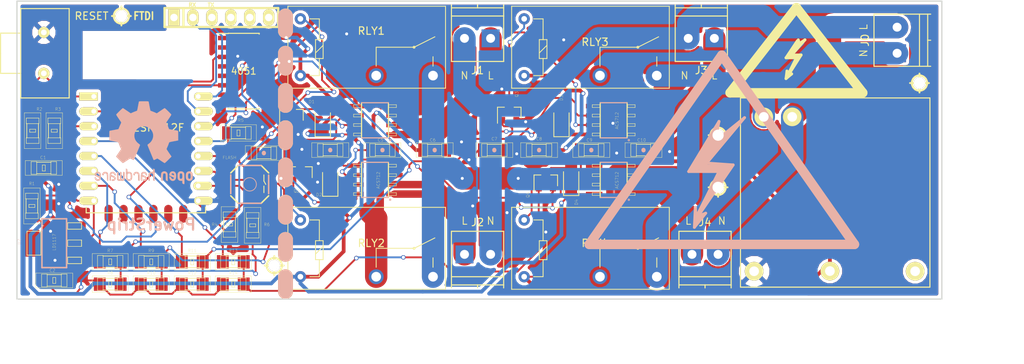
<source format=kicad_pcb>
(kicad_pcb (version 4) (host pcbnew 4.0.2-stable)

  (general
    (links 123)
    (no_connects 0)
    (area 19.924999 19.924999 144.075001 60.075001)
    (thickness 1.6)
    (drawings 35)
    (tracks 694)
    (zones 0)
    (modules 60)
    (nets 45)
  )

  (page A4)
  (layers
    (0 F.Cu signal)
    (31 B.Cu signal)
    (32 B.Adhes user)
    (33 F.Adhes user)
    (34 B.Paste user)
    (35 F.Paste user)
    (36 B.SilkS user)
    (37 F.SilkS user)
    (38 B.Mask user)
    (39 F.Mask user)
    (40 Dwgs.User user)
    (41 Cmts.User user)
    (42 Eco1.User user)
    (43 Eco2.User user)
    (44 Edge.Cuts user)
    (45 Margin user)
    (46 B.CrtYd user)
    (47 F.CrtYd user)
    (48 B.Fab user)
    (49 F.Fab user)
  )

  (setup
    (last_trace_width 0.25)
    (trace_clearance 0.2)
    (zone_clearance 0.4)
    (zone_45_only yes)
    (trace_min 0.2)
    (segment_width 2)
    (edge_width 0.15)
    (via_size 0.6)
    (via_drill 0.4)
    (via_min_size 0.4)
    (via_min_drill 0.3)
    (uvia_size 0.3)
    (uvia_drill 0.1)
    (uvias_allowed no)
    (uvia_min_size 0.2)
    (uvia_min_drill 0.1)
    (pcb_text_width 0.3)
    (pcb_text_size 1.5 1.5)
    (mod_edge_width 0.15)
    (mod_text_size 1 1)
    (mod_text_width 0.15)
    (pad_size 1.524 1.524)
    (pad_drill 0.762)
    (pad_to_mask_clearance 0.2)
    (aux_axis_origin 0 0)
    (visible_elements FFFFFF7F)
    (pcbplotparams
      (layerselection 0x00030_80000001)
      (usegerberextensions false)
      (excludeedgelayer true)
      (linewidth 0.100000)
      (plotframeref false)
      (viasonmask false)
      (mode 1)
      (useauxorigin false)
      (hpglpennumber 1)
      (hpglpenspeed 20)
      (hpglpendiameter 15)
      (hpglpenoverlay 2)
      (psnegative false)
      (psa4output false)
      (plotreference true)
      (plotvalue true)
      (plotinvisibletext false)
      (padsonsilk false)
      (subtractmaskfromsilk false)
      (outputformat 1)
      (mirror false)
      (drillshape 1)
      (scaleselection 1)
      (outputdirectory ""))
  )

  (net 0 "")
  (net 1 +5V)
  (net 2 GND)
  (net 3 3.3V)
  (net 4 "Net-(C3-Pad1)")
  (net 5 "Net-(C5-Pad1)")
  (net 6 "Net-(C7-Pad1)")
  (net 7 "Net-(C9-Pad1)")
  (net 8 "Net-(D1-Pad2)")
  (net 9 "Net-(D2-Pad2)")
  (net 10 "Net-(D3-Pad2)")
  (net 11 "Net-(D4-Pad2)")
  (net 12 /L1)
  (net 13 /L2)
  (net 14 /L3)
  (net 15 /L0)
  (net 16 /N)
  (net 17 /L)
  (net 18 "Net-(Q1-Pad1)")
  (net 19 "Net-(Q2-Pad1)")
  (net 20 "Net-(Q3-Pad1)")
  (net 21 "Net-(Q4-Pad1)")
  (net 22 "Net-(R1-Pad1)")
  (net 23 "Net-(R2-Pad1)")
  (net 24 "Net-(R3-Pad1)")
  (net 25 "Net-(R4-Pad2)")
  (net 26 "Net-(R5-Pad1)")
  (net 27 "Net-(R6-Pad1)")
  (net 28 /socket0)
  (net 29 /socket1)
  (net 30 /socket2)
  (net 31 /socket3)
  (net 32 /ESP12F/ADC)
  (net 33 /S1)
  (net 34 /S0)
  (net 35 /Y3)
  (net 36 /Y0)
  (net 37 /Y1)
  (net 38 /Y2)
  (net 39 "Net-(J5-Pad2)")
  (net 40 "Net-(J5-Pad3)")
  (net 41 /L0_out)
  (net 42 /L1_out)
  (net 43 /L2_out)
  (net 44 /L3_out)

  (net_class Default "Questo è il gruppo di collegamenti predefinito"
    (clearance 0.2)
    (trace_width 0.25)
    (via_dia 0.6)
    (via_drill 0.4)
    (uvia_dia 0.3)
    (uvia_drill 0.1)
    (add_net /ESP12F/ADC)
    (add_net /S0)
    (add_net /S1)
    (add_net /Y0)
    (add_net /Y1)
    (add_net /Y2)
    (add_net /Y3)
    (add_net /socket0)
    (add_net /socket1)
    (add_net /socket2)
    (add_net /socket3)
    (add_net 3.3V)
    (add_net GND)
    (add_net "Net-(C3-Pad1)")
    (add_net "Net-(C5-Pad1)")
    (add_net "Net-(C7-Pad1)")
    (add_net "Net-(C9-Pad1)")
    (add_net "Net-(D1-Pad2)")
    (add_net "Net-(D2-Pad2)")
    (add_net "Net-(D3-Pad2)")
    (add_net "Net-(D4-Pad2)")
    (add_net "Net-(J5-Pad2)")
    (add_net "Net-(J5-Pad3)")
    (add_net "Net-(Q1-Pad1)")
    (add_net "Net-(Q2-Pad1)")
    (add_net "Net-(Q3-Pad1)")
    (add_net "Net-(Q4-Pad1)")
    (add_net "Net-(R1-Pad1)")
    (add_net "Net-(R2-Pad1)")
    (add_net "Net-(R3-Pad1)")
    (add_net "Net-(R4-Pad2)")
    (add_net "Net-(R5-Pad1)")
    (add_net "Net-(R6-Pad1)")
  )

  (net_class 0.5 ""
    (clearance 0.2)
    (trace_width 0.5)
    (via_dia 0.6)
    (via_drill 0.4)
    (uvia_dia 0.3)
    (uvia_drill 0.1)
    (add_net +5V)
  )

  (net_class POWER ""
    (clearance 0.2)
    (trace_width 3)
    (via_dia 0.6)
    (via_drill 0.4)
    (uvia_dia 0.3)
    (uvia_drill 0.1)
    (add_net /L)
    (add_net /L0)
    (add_net /L0_out)
    (add_net /L1)
    (add_net /L1_out)
    (add_net /L2)
    (add_net /L2_out)
    (add_net /L3)
    (add_net /L3_out)
    (add_net /N)
  )

  (net_class POWER_HALF ""
    (clearance 0.2)
    (trace_width 1)
    (via_dia 0.6)
    (via_drill 0.4)
    (uvia_dia 0.3)
    (uvia_drill 0.1)
  )

  (module w_details:hole_1mm5 (layer F.Cu) (tedit 58FCBB9D) (tstamp 59343BDD)
    (at 54.5 55.5)
    (descr "Hole 1.5mm")
    (fp_text reference hole_1mm5 (at 0 -2.54) (layer F.SilkS) hide
      (effects (font (thickness 0.3048)))
    )
    (fp_text value VAL** (at 4.318 0) (layer F.SilkS) hide
      (effects (font (thickness 0.3048)))
    )
    (fp_line (start 0 -1.27) (end 0 1.27) (layer F.SilkS) (width 0.254))
    (fp_line (start -1.27 0) (end 1.27 0) (layer F.SilkS) (width 0.254))
    (fp_circle (center 0 0) (end 1.016 -0.127) (layer F.SilkS) (width 0.254))
    (pad 1 thru_hole circle (at 0 0) (size 1.50114 1.50114) (drill 1.50114) (layers *.Cu F.SilkS))
    (model walter/details/hole.wrl
      (at (xyz 0 0 0))
      (scale (xyz 1 1 1))
      (rotate (xyz 0 0 0))
    )
  )

  (module w_details:hole_1mm5 (layer F.Cu) (tedit 58FCBB9D) (tstamp 59343BD6)
    (at 114 38)
    (descr "Hole 1.5mm")
    (fp_text reference hole_1mm5 (at 0 -2.54) (layer F.SilkS) hide
      (effects (font (thickness 0.3048)))
    )
    (fp_text value VAL** (at 4.318 0) (layer F.SilkS) hide
      (effects (font (thickness 0.3048)))
    )
    (fp_line (start 0 -1.27) (end 0 1.27) (layer F.SilkS) (width 0.254))
    (fp_line (start -1.27 0) (end 1.27 0) (layer F.SilkS) (width 0.254))
    (fp_circle (center 0 0) (end 1.016 -0.127) (layer F.SilkS) (width 0.254))
    (pad 1 thru_hole circle (at 0 0) (size 1.50114 1.50114) (drill 1.50114) (layers *.Cu F.SilkS))
    (model walter/details/hole.wrl
      (at (xyz 0 0 0))
      (scale (xyz 1 1 1))
      (rotate (xyz 0 0 0))
    )
  )

  (module w_details:hole_1mm5 (layer F.Cu) (tedit 58FCBB9D) (tstamp 59343BCF)
    (at 34 22)
    (descr "Hole 1.5mm")
    (fp_text reference hole_1mm5 (at 0 -2.54) (layer F.SilkS) hide
      (effects (font (thickness 0.3048)))
    )
    (fp_text value VAL** (at 4.318 0) (layer F.SilkS) hide
      (effects (font (thickness 0.3048)))
    )
    (fp_line (start 0 -1.27) (end 0 1.27) (layer F.SilkS) (width 0.254))
    (fp_line (start -1.27 0) (end 1.27 0) (layer F.SilkS) (width 0.254))
    (fp_circle (center 0 0) (end 1.016 -0.127) (layer F.SilkS) (width 0.254))
    (pad 1 thru_hole circle (at 0 0) (size 1.50114 1.50114) (drill 1.50114) (layers *.Cu F.SilkS))
    (model walter/details/hole.wrl
      (at (xyz 0 0 0))
      (scale (xyz 1 1 1))
      (rotate (xyz 0 0 0))
    )
  )

  (module w_details:hole_1mm5 (layer F.Cu) (tedit 58FCBB9D) (tstamp 59343BC8)
    (at 114 45)
    (descr "Hole 1.5mm")
    (fp_text reference hole_1mm5 (at 0 -2.54) (layer F.SilkS) hide
      (effects (font (thickness 0.3048)))
    )
    (fp_text value VAL** (at 4.318 0) (layer F.SilkS) hide
      (effects (font (thickness 0.3048)))
    )
    (fp_line (start 0 -1.27) (end 0 1.27) (layer F.SilkS) (width 0.254))
    (fp_line (start -1.27 0) (end 1.27 0) (layer F.SilkS) (width 0.254))
    (fp_circle (center 0 0) (end 1.016 -0.127) (layer F.SilkS) (width 0.254))
    (pad 1 thru_hole circle (at 0 0) (size 1.50114 1.50114) (drill 1.50114) (layers *.Cu F.SilkS))
    (model walter/details/hole.wrl
      (at (xyz 0 0 0))
      (scale (xyz 1 1 1))
      (rotate (xyz 0 0 0))
    )
  )

  (module pcb:switch_spst_vertical (layer F.Cu) (tedit 58FCC49E) (tstamp 5903EE28)
    (at 27 33 90)
    (path /58FC8020/58FC8151)
    (fp_text reference S1 (at -2.5 -5.5 90) (layer F.SilkS) hide
      (effects (font (size 1 1) (thickness 0.15)))
    )
    (fp_text value RESET (at 11 3 180) (layer F.SilkS)
      (effects (font (size 1 1) (thickness 0.15)))
    )
    (fp_line (start 6 -9.2) (end 3.35 -9.2) (layer F.SilkS) (width 0.15))
    (fp_line (start 6 -9.2) (end 8.65 -9.2) (layer F.SilkS) (width 0.15))
    (fp_line (start 8.7 -9.2) (end 8.7 -6.5) (layer F.SilkS) (width 0.15))
    (fp_line (start 3.3 -6.6) (end 3.3 -9.2) (layer F.SilkS) (width 0.15))
    (fp_line (start 12 -6) (end 12 -6.5) (layer F.SilkS) (width 0.15))
    (fp_line (start 12 -6.5) (end 0 -6.5) (layer F.SilkS) (width 0.15))
    (fp_line (start 0 -6.5) (end 0 0) (layer F.SilkS) (width 0.15))
    (fp_line (start 0 0) (end 12 0) (layer F.SilkS) (width 0.15))
    (fp_line (start 12 0) (end 12 -6) (layer F.SilkS) (width 0.15))
    (pad 1 thru_hole circle (at 3.3 -3.4 90) (size 1.524 1.524) (drill 0.762) (layers *.Cu *.Mask F.SilkS)
      (net 23 "Net-(R2-Pad1)"))
    (pad 2 thru_hole circle (at 8.8 -3.4 90) (size 1.524 1.524) (drill 0.762) (layers *.Cu *.Mask F.SilkS)
      (net 2 GND))
    (model /Users/giacomo/Documents/KiCad/new_libraries/3dschema/switch/pcb_push_xiejia_pb-11d01.wrl
      (at (xyz 0.25 0 0.1))
      (scale (xyz 0.5 1 1))
      (rotate (xyz 90 90 0))
    )
  )

  (module pcb:power_supply (layer F.Cu) (tedit 58FCB707) (tstamp 5903EBDD)
    (at 117 33 270)
    (path /58FD3358)
    (fp_text reference PWR1 (at 0 0.5 270) (layer F.SilkS) hide
      (effects (font (size 1 1) (thickness 0.15)))
    )
    (fp_text value 5V (at 0 -0.5 270) (layer F.Fab) hide
      (effects (font (size 1 1) (thickness 0.15)))
    )
    (fp_line (start 0 -25.4) (end 25.4 -25.4) (layer F.SilkS) (width 0.15))
    (fp_line (start 25.4 -25.4) (end 25.4 0) (layer F.SilkS) (width 0.15))
    (fp_line (start 25.4 0) (end 0 0) (layer F.SilkS) (width 0.15))
    (fp_line (start 0 0) (end 0 -25.4) (layer F.SilkS) (width 0.15))
    (pad 1 thru_hole circle (at 2.54 -3.1242 270) (size 2.5 2.5) (drill 1.3) (layers *.Cu *.Mask F.SilkS)
      (net 17 /L))
    (pad 2 thru_hole circle (at 2.54 -6.9342 270) (size 2.5 2.5) (drill 1.3) (layers *.Cu *.Mask F.SilkS)
      (net 16 /N))
    (pad 3 thru_hole circle (at 23.2664 -23.4188 270) (size 2.5 2.5) (drill 1.3) (layers *.Cu *.Mask F.SilkS))
    (pad 4 thru_hole circle (at 23.241 -11.9888 270) (size 2.5 2.5) (drill 1.3) (layers *.Cu *.Mask F.SilkS)
      (net 1 +5V))
    (pad 5 thru_hole circle (at 23.2664 -1.8288 270) (size 2.5 2.5) (drill 1.3) (layers *.Cu *.Mask F.SilkS)
      (net 2 GND))
    (model /Users/giacomo/Documents/KiCad/new_libraries/3dschema/power/ECE05.wrl
      (at (xyz 0 0 0))
      (scale (xyz 0.4 0.4 0.4))
      (rotate (xyz 0 0 0))
    )
  )

  (module SparkFun-Capacitors:1206 (layer F.Cu) (tedit 58FCB4B5) (tstamp 5903EA7E)
    (at 23.6 42.4)
    (path /58FD391A)
    (attr smd)
    (fp_text reference C1 (at -0.1 -1.4) (layer F.SilkS)
      (effects (font (size 0.4064 0.4064) (thickness 0.0254)))
    )
    (fp_text value 100n (at -0.1778 1.3208) (layer B.SilkS) hide
      (effects (font (size 0.4064 0.4064) (thickness 0.0254)) (justify mirror))
    )
    (fp_line (start -1.7018 0.8509) (end -0.94996 0.8509) (layer F.SilkS) (width 0.06604))
    (fp_line (start -0.94996 0.8509) (end -0.94996 -0.84836) (layer F.SilkS) (width 0.06604))
    (fp_line (start -1.7018 -0.84836) (end -0.94996 -0.84836) (layer F.SilkS) (width 0.06604))
    (fp_line (start -1.7018 0.8509) (end -1.7018 -0.84836) (layer F.SilkS) (width 0.06604))
    (fp_line (start 0.94996 0.84836) (end 1.7018 0.84836) (layer F.SilkS) (width 0.06604))
    (fp_line (start 1.7018 0.84836) (end 1.7018 -0.8509) (layer F.SilkS) (width 0.06604))
    (fp_line (start 0.94996 -0.8509) (end 1.7018 -0.8509) (layer F.SilkS) (width 0.06604))
    (fp_line (start 0.94996 0.84836) (end 0.94996 -0.8509) (layer F.SilkS) (width 0.06604))
    (fp_line (start -0.19812 0.39878) (end 0.19812 0.39878) (layer F.SilkS) (width 0.06604))
    (fp_line (start 0.19812 0.39878) (end 0.19812 -0.39878) (layer F.SilkS) (width 0.06604))
    (fp_line (start -0.19812 -0.39878) (end 0.19812 -0.39878) (layer F.SilkS) (width 0.06604))
    (fp_line (start -0.19812 0.39878) (end -0.19812 -0.39878) (layer F.SilkS) (width 0.06604))
    (fp_line (start -2.47142 -0.98298) (end 2.47142 -0.98298) (layer F.SilkS) (width 0.0508))
    (fp_line (start 2.47142 0.98298) (end -2.47142 0.98298) (layer F.SilkS) (width 0.0508))
    (fp_line (start -2.47142 0.98298) (end -2.47142 -0.98298) (layer F.SilkS) (width 0.0508))
    (fp_line (start 2.47142 -0.98298) (end 2.47142 0.98298) (layer F.SilkS) (width 0.0508))
    (fp_line (start -0.96266 -0.78486) (end 0.96266 -0.78486) (layer F.SilkS) (width 0.1016))
    (fp_line (start -0.96266 0.78486) (end 0.96266 0.78486) (layer F.SilkS) (width 0.1016))
    (pad 1 smd rect (at -1.39954 0) (size 1.59766 1.79832) (layers F.Cu F.Paste F.Mask)
      (net 1 +5V))
    (pad 2 smd rect (at 1.39954 0) (size 1.59766 1.79832) (layers F.Cu F.Paste F.Mask)
      (net 2 GND))
    (model /Users/giacomo/Documents/KiCad/new_libraries/3dschema/smd_cap/c_1206.wrl
      (at (xyz 0 0 0))
      (scale (xyz 1 1 1))
      (rotate (xyz 0 0 0))
    )
  )

  (module SparkFun-Capacitors:1206 (layer F.Cu) (tedit 58FCB4ED) (tstamp 5903EA96)
    (at 25 57.5)
    (path /58FD39DB)
    (attr smd)
    (fp_text reference C2 (at -0.254 -1.3462) (layer F.SilkS)
      (effects (font (size 0.4064 0.4064) (thickness 0.0254)))
    )
    (fp_text value 10u (at -0.1778 1.3208) (layer B.SilkS) hide
      (effects (font (size 0.4064 0.4064) (thickness 0.0254)) (justify mirror))
    )
    (fp_line (start -1.7018 0.8509) (end -0.94996 0.8509) (layer F.SilkS) (width 0.06604))
    (fp_line (start -0.94996 0.8509) (end -0.94996 -0.84836) (layer F.SilkS) (width 0.06604))
    (fp_line (start -1.7018 -0.84836) (end -0.94996 -0.84836) (layer F.SilkS) (width 0.06604))
    (fp_line (start -1.7018 0.8509) (end -1.7018 -0.84836) (layer F.SilkS) (width 0.06604))
    (fp_line (start 0.94996 0.84836) (end 1.7018 0.84836) (layer F.SilkS) (width 0.06604))
    (fp_line (start 1.7018 0.84836) (end 1.7018 -0.8509) (layer F.SilkS) (width 0.06604))
    (fp_line (start 0.94996 -0.8509) (end 1.7018 -0.8509) (layer F.SilkS) (width 0.06604))
    (fp_line (start 0.94996 0.84836) (end 0.94996 -0.8509) (layer F.SilkS) (width 0.06604))
    (fp_line (start -0.19812 0.39878) (end 0.19812 0.39878) (layer F.SilkS) (width 0.06604))
    (fp_line (start 0.19812 0.39878) (end 0.19812 -0.39878) (layer F.SilkS) (width 0.06604))
    (fp_line (start -0.19812 -0.39878) (end 0.19812 -0.39878) (layer F.SilkS) (width 0.06604))
    (fp_line (start -0.19812 0.39878) (end -0.19812 -0.39878) (layer F.SilkS) (width 0.06604))
    (fp_line (start -2.47142 -0.98298) (end 2.47142 -0.98298) (layer F.SilkS) (width 0.0508))
    (fp_line (start 2.47142 0.98298) (end -2.47142 0.98298) (layer F.SilkS) (width 0.0508))
    (fp_line (start -2.47142 0.98298) (end -2.47142 -0.98298) (layer F.SilkS) (width 0.0508))
    (fp_line (start 2.47142 -0.98298) (end 2.47142 0.98298) (layer F.SilkS) (width 0.0508))
    (fp_line (start -0.96266 -0.78486) (end 0.96266 -0.78486) (layer F.SilkS) (width 0.1016))
    (fp_line (start -0.96266 0.78486) (end 0.96266 0.78486) (layer F.SilkS) (width 0.1016))
    (pad 1 smd rect (at -1.39954 0) (size 1.59766 1.79832) (layers F.Cu F.Paste F.Mask)
      (net 3 3.3V))
    (pad 2 smd rect (at 1.39954 0) (size 1.59766 1.79832) (layers F.Cu F.Paste F.Mask)
      (net 2 GND))
    (model /Users/giacomo/Documents/KiCad/new_libraries/3dschema/smd_cap/c_1206.wrl
      (at (xyz 0 0 0))
      (scale (xyz 1 1 1))
      (rotate (xyz 0 0 0))
    )
  )

  (module SparkFun-Capacitors:1206-CAP (layer F.Cu) (tedit 58FCB5B8) (tstamp 5903EAAB)
    (at 53.1 40.4 180)
    (path /58FC65D5/58FC665E)
    (attr smd)
    (fp_text reference C3 (at 0.1 1.9 180) (layer F.SilkS)
      (effects (font (size 0.4064 0.4064) (thickness 0.0254)))
    )
    (fp_text value 1n (at -0.1778 1.3208 180) (layer B.SilkS) hide
      (effects (font (size 0.4064 0.4064) (thickness 0.0254)) (justify mirror))
    )
    (fp_line (start -1.7018 0.8509) (end -0.94996 0.8509) (layer F.SilkS) (width 0.06604))
    (fp_line (start -0.94996 0.8509) (end -0.94996 -0.84836) (layer F.SilkS) (width 0.06604))
    (fp_line (start -1.7018 -0.84836) (end -0.94996 -0.84836) (layer F.SilkS) (width 0.06604))
    (fp_line (start -1.7018 0.8509) (end -1.7018 -0.84836) (layer F.SilkS) (width 0.06604))
    (fp_line (start 0.94996 0.84836) (end 1.7018 0.84836) (layer F.SilkS) (width 0.06604))
    (fp_line (start 1.7018 0.84836) (end 1.7018 -0.8509) (layer F.SilkS) (width 0.06604))
    (fp_line (start 0.94996 -0.8509) (end 1.7018 -0.8509) (layer F.SilkS) (width 0.06604))
    (fp_line (start 0.94996 0.84836) (end 0.94996 -0.8509) (layer F.SilkS) (width 0.06604))
    (fp_line (start -2.47142 -0.98298) (end 2.47142 -0.98298) (layer F.SilkS) (width 0.0508))
    (fp_line (start 2.47142 0.98298) (end -2.47142 0.98298) (layer F.SilkS) (width 0.0508))
    (fp_line (start -2.47142 0.98298) (end -2.47142 -0.98298) (layer F.SilkS) (width 0.0508))
    (fp_line (start 2.47142 -0.98298) (end 2.47142 0.98298) (layer F.SilkS) (width 0.0508))
    (fp_line (start -0.96266 -0.78486) (end 0.96266 -0.78486) (layer F.SilkS) (width 0.1016))
    (fp_line (start -0.96266 0.78486) (end 0.96266 0.78486) (layer F.SilkS) (width 0.1016))
    (fp_line (start 0 -0.03048) (end 0 0.03048) (layer B.SilkS) (width 0.5588))
    (pad 1 smd rect (at -1.39954 0 180) (size 1.59766 1.79832) (layers F.Cu F.Paste F.Mask)
      (net 4 "Net-(C3-Pad1)"))
    (pad 2 smd rect (at 1.39954 0 180) (size 1.59766 1.79832) (layers F.Cu F.Paste F.Mask)
      (net 2 GND))
    (model /Users/giacomo/Documents/KiCad/new_libraries/3dschema/smd_cap/c_1206.wrl
      (at (xyz 0 0 0))
      (scale (xyz 1 1 1))
      (rotate (xyz 0 0 0))
    )
  )

  (module SparkFun-Capacitors:1206-CAP (layer F.Cu) (tedit 58FCB857) (tstamp 5903EAC0)
    (at 62 40 180)
    (path /58FC65D5/58FC6692)
    (attr smd)
    (fp_text reference C4 (at -1 1.5 180) (layer F.SilkS)
      (effects (font (size 0.4064 0.4064) (thickness 0.0254)))
    )
    (fp_text value 100n (at -0.1778 1.3208 180) (layer B.SilkS) hide
      (effects (font (size 0.4064 0.4064) (thickness 0.0254)) (justify mirror))
    )
    (fp_line (start -1.7018 0.8509) (end -0.94996 0.8509) (layer F.SilkS) (width 0.06604))
    (fp_line (start -0.94996 0.8509) (end -0.94996 -0.84836) (layer F.SilkS) (width 0.06604))
    (fp_line (start -1.7018 -0.84836) (end -0.94996 -0.84836) (layer F.SilkS) (width 0.06604))
    (fp_line (start -1.7018 0.8509) (end -1.7018 -0.84836) (layer F.SilkS) (width 0.06604))
    (fp_line (start 0.94996 0.84836) (end 1.7018 0.84836) (layer F.SilkS) (width 0.06604))
    (fp_line (start 1.7018 0.84836) (end 1.7018 -0.8509) (layer F.SilkS) (width 0.06604))
    (fp_line (start 0.94996 -0.8509) (end 1.7018 -0.8509) (layer F.SilkS) (width 0.06604))
    (fp_line (start 0.94996 0.84836) (end 0.94996 -0.8509) (layer F.SilkS) (width 0.06604))
    (fp_line (start -2.47142 -0.98298) (end 2.47142 -0.98298) (layer F.SilkS) (width 0.0508))
    (fp_line (start 2.47142 0.98298) (end -2.47142 0.98298) (layer F.SilkS) (width 0.0508))
    (fp_line (start -2.47142 0.98298) (end -2.47142 -0.98298) (layer F.SilkS) (width 0.0508))
    (fp_line (start 2.47142 -0.98298) (end 2.47142 0.98298) (layer F.SilkS) (width 0.0508))
    (fp_line (start -0.96266 -0.78486) (end 0.96266 -0.78486) (layer F.SilkS) (width 0.1016))
    (fp_line (start -0.96266 0.78486) (end 0.96266 0.78486) (layer F.SilkS) (width 0.1016))
    (fp_line (start 0 -0.03048) (end 0 0.03048) (layer B.SilkS) (width 0.5588))
    (pad 1 smd rect (at -1.39954 0 180) (size 1.59766 1.79832) (layers F.Cu F.Paste F.Mask)
      (net 1 +5V))
    (pad 2 smd rect (at 1.39954 0 180) (size 1.59766 1.79832) (layers F.Cu F.Paste F.Mask)
      (net 2 GND))
    (model /Users/giacomo/Documents/KiCad/new_libraries/3dschema/smd_cap/c_1206.wrl
      (at (xyz 0 0 0))
      (scale (xyz 1 1 1))
      (rotate (xyz 0 0 0))
    )
  )

  (module SparkFun-Capacitors:1206-CAP (layer F.Cu) (tedit 58FCB863) (tstamp 5903EAD5)
    (at 69 40)
    (path /58FC6AA8/58FC665E)
    (attr smd)
    (fp_text reference C5 (at -0.254 -1.3462) (layer F.SilkS)
      (effects (font (size 0.4064 0.4064) (thickness 0.0254)))
    )
    (fp_text value 1n (at -0.1778 1.3208) (layer B.SilkS) hide
      (effects (font (size 0.4064 0.4064) (thickness 0.0254)) (justify mirror))
    )
    (fp_line (start -1.7018 0.8509) (end -0.94996 0.8509) (layer F.SilkS) (width 0.06604))
    (fp_line (start -0.94996 0.8509) (end -0.94996 -0.84836) (layer F.SilkS) (width 0.06604))
    (fp_line (start -1.7018 -0.84836) (end -0.94996 -0.84836) (layer F.SilkS) (width 0.06604))
    (fp_line (start -1.7018 0.8509) (end -1.7018 -0.84836) (layer F.SilkS) (width 0.06604))
    (fp_line (start 0.94996 0.84836) (end 1.7018 0.84836) (layer F.SilkS) (width 0.06604))
    (fp_line (start 1.7018 0.84836) (end 1.7018 -0.8509) (layer F.SilkS) (width 0.06604))
    (fp_line (start 0.94996 -0.8509) (end 1.7018 -0.8509) (layer F.SilkS) (width 0.06604))
    (fp_line (start 0.94996 0.84836) (end 0.94996 -0.8509) (layer F.SilkS) (width 0.06604))
    (fp_line (start -2.47142 -0.98298) (end 2.47142 -0.98298) (layer F.SilkS) (width 0.0508))
    (fp_line (start 2.47142 0.98298) (end -2.47142 0.98298) (layer F.SilkS) (width 0.0508))
    (fp_line (start -2.47142 0.98298) (end -2.47142 -0.98298) (layer F.SilkS) (width 0.0508))
    (fp_line (start 2.47142 -0.98298) (end 2.47142 0.98298) (layer F.SilkS) (width 0.0508))
    (fp_line (start -0.96266 -0.78486) (end 0.96266 -0.78486) (layer F.SilkS) (width 0.1016))
    (fp_line (start -0.96266 0.78486) (end 0.96266 0.78486) (layer F.SilkS) (width 0.1016))
    (fp_line (start 0 -0.03048) (end 0 0.03048) (layer B.SilkS) (width 0.5588))
    (pad 1 smd rect (at -1.39954 0) (size 1.59766 1.79832) (layers F.Cu F.Paste F.Mask)
      (net 5 "Net-(C5-Pad1)"))
    (pad 2 smd rect (at 1.39954 0) (size 1.59766 1.79832) (layers F.Cu F.Paste F.Mask)
      (net 2 GND))
    (model /Users/giacomo/Documents/KiCad/new_libraries/3dschema/smd_cap/c_1206.wrl
      (at (xyz 0 0 0))
      (scale (xyz 1 1 1))
      (rotate (xyz 0 0 0))
    )
  )

  (module SparkFun-Capacitors:1206-CAP (layer F.Cu) (tedit 58FCB89D) (tstamp 5903EAEA)
    (at 76 40)
    (path /58FC6AA8/58FC6692)
    (attr smd)
    (fp_text reference C6 (at -0.254 -1.3462) (layer F.SilkS)
      (effects (font (size 0.4064 0.4064) (thickness 0.0254)))
    )
    (fp_text value 100n (at -0.1778 1.3208) (layer B.SilkS) hide
      (effects (font (size 0.4064 0.4064) (thickness 0.0254)) (justify mirror))
    )
    (fp_line (start -1.7018 0.8509) (end -0.94996 0.8509) (layer F.SilkS) (width 0.06604))
    (fp_line (start -0.94996 0.8509) (end -0.94996 -0.84836) (layer F.SilkS) (width 0.06604))
    (fp_line (start -1.7018 -0.84836) (end -0.94996 -0.84836) (layer F.SilkS) (width 0.06604))
    (fp_line (start -1.7018 0.8509) (end -1.7018 -0.84836) (layer F.SilkS) (width 0.06604))
    (fp_line (start 0.94996 0.84836) (end 1.7018 0.84836) (layer F.SilkS) (width 0.06604))
    (fp_line (start 1.7018 0.84836) (end 1.7018 -0.8509) (layer F.SilkS) (width 0.06604))
    (fp_line (start 0.94996 -0.8509) (end 1.7018 -0.8509) (layer F.SilkS) (width 0.06604))
    (fp_line (start 0.94996 0.84836) (end 0.94996 -0.8509) (layer F.SilkS) (width 0.06604))
    (fp_line (start -2.47142 -0.98298) (end 2.47142 -0.98298) (layer F.SilkS) (width 0.0508))
    (fp_line (start 2.47142 0.98298) (end -2.47142 0.98298) (layer F.SilkS) (width 0.0508))
    (fp_line (start -2.47142 0.98298) (end -2.47142 -0.98298) (layer F.SilkS) (width 0.0508))
    (fp_line (start 2.47142 -0.98298) (end 2.47142 0.98298) (layer F.SilkS) (width 0.0508))
    (fp_line (start -0.96266 -0.78486) (end 0.96266 -0.78486) (layer F.SilkS) (width 0.1016))
    (fp_line (start -0.96266 0.78486) (end 0.96266 0.78486) (layer F.SilkS) (width 0.1016))
    (fp_line (start 0 -0.03048) (end 0 0.03048) (layer B.SilkS) (width 0.5588))
    (pad 1 smd rect (at -1.39954 0) (size 1.59766 1.79832) (layers F.Cu F.Paste F.Mask)
      (net 1 +5V))
    (pad 2 smd rect (at 1.39954 0) (size 1.59766 1.79832) (layers F.Cu F.Paste F.Mask)
      (net 2 GND))
    (model /Users/giacomo/Documents/KiCad/new_libraries/3dschema/smd_cap/c_1206.wrl
      (at (xyz 0 0 0))
      (scale (xyz 1 1 1))
      (rotate (xyz 0 0 0))
    )
  )

  (module SparkFun-Capacitors:1206-CAP (layer F.Cu) (tedit 58FCB8B4) (tstamp 5903EAFF)
    (at 84 40 180)
    (path /58FC6DDB/58FC665E)
    (attr smd)
    (fp_text reference C7 (at 0 1.5 180) (layer F.SilkS)
      (effects (font (size 0.4064 0.4064) (thickness 0.0254)))
    )
    (fp_text value 1n (at -0.1778 1.3208 180) (layer B.SilkS) hide
      (effects (font (size 0.4064 0.4064) (thickness 0.0254)) (justify mirror))
    )
    (fp_line (start -1.7018 0.8509) (end -0.94996 0.8509) (layer F.SilkS) (width 0.06604))
    (fp_line (start -0.94996 0.8509) (end -0.94996 -0.84836) (layer F.SilkS) (width 0.06604))
    (fp_line (start -1.7018 -0.84836) (end -0.94996 -0.84836) (layer F.SilkS) (width 0.06604))
    (fp_line (start -1.7018 0.8509) (end -1.7018 -0.84836) (layer F.SilkS) (width 0.06604))
    (fp_line (start 0.94996 0.84836) (end 1.7018 0.84836) (layer F.SilkS) (width 0.06604))
    (fp_line (start 1.7018 0.84836) (end 1.7018 -0.8509) (layer F.SilkS) (width 0.06604))
    (fp_line (start 0.94996 -0.8509) (end 1.7018 -0.8509) (layer F.SilkS) (width 0.06604))
    (fp_line (start 0.94996 0.84836) (end 0.94996 -0.8509) (layer F.SilkS) (width 0.06604))
    (fp_line (start -2.47142 -0.98298) (end 2.47142 -0.98298) (layer F.SilkS) (width 0.0508))
    (fp_line (start 2.47142 0.98298) (end -2.47142 0.98298) (layer F.SilkS) (width 0.0508))
    (fp_line (start -2.47142 0.98298) (end -2.47142 -0.98298) (layer F.SilkS) (width 0.0508))
    (fp_line (start 2.47142 -0.98298) (end 2.47142 0.98298) (layer F.SilkS) (width 0.0508))
    (fp_line (start -0.96266 -0.78486) (end 0.96266 -0.78486) (layer F.SilkS) (width 0.1016))
    (fp_line (start -0.96266 0.78486) (end 0.96266 0.78486) (layer F.SilkS) (width 0.1016))
    (fp_line (start 0 -0.03048) (end 0 0.03048) (layer B.SilkS) (width 0.5588))
    (pad 1 smd rect (at -1.39954 0 180) (size 1.59766 1.79832) (layers F.Cu F.Paste F.Mask)
      (net 6 "Net-(C7-Pad1)"))
    (pad 2 smd rect (at 1.39954 0 180) (size 1.59766 1.79832) (layers F.Cu F.Paste F.Mask)
      (net 2 GND))
    (model /Users/giacomo/Documents/KiCad/new_libraries/3dschema/smd_cap/c_1206.wrl
      (at (xyz 0 0 0))
      (scale (xyz 1 1 1))
      (rotate (xyz 0 0 0))
    )
  )

  (module SparkFun-Capacitors:1206-CAP (layer F.Cu) (tedit 58FCB8CB) (tstamp 5903EB14)
    (at 90 40 180)
    (path /58FC6DDB/58FC6692)
    (attr smd)
    (fp_text reference C8 (at 0 1.5 180) (layer F.SilkS)
      (effects (font (size 0.4064 0.4064) (thickness 0.0254)))
    )
    (fp_text value 100n (at -0.1778 1.3208 180) (layer B.SilkS) hide
      (effects (font (size 0.4064 0.4064) (thickness 0.0254)) (justify mirror))
    )
    (fp_line (start -1.7018 0.8509) (end -0.94996 0.8509) (layer F.SilkS) (width 0.06604))
    (fp_line (start -0.94996 0.8509) (end -0.94996 -0.84836) (layer F.SilkS) (width 0.06604))
    (fp_line (start -1.7018 -0.84836) (end -0.94996 -0.84836) (layer F.SilkS) (width 0.06604))
    (fp_line (start -1.7018 0.8509) (end -1.7018 -0.84836) (layer F.SilkS) (width 0.06604))
    (fp_line (start 0.94996 0.84836) (end 1.7018 0.84836) (layer F.SilkS) (width 0.06604))
    (fp_line (start 1.7018 0.84836) (end 1.7018 -0.8509) (layer F.SilkS) (width 0.06604))
    (fp_line (start 0.94996 -0.8509) (end 1.7018 -0.8509) (layer F.SilkS) (width 0.06604))
    (fp_line (start 0.94996 0.84836) (end 0.94996 -0.8509) (layer F.SilkS) (width 0.06604))
    (fp_line (start -2.47142 -0.98298) (end 2.47142 -0.98298) (layer F.SilkS) (width 0.0508))
    (fp_line (start 2.47142 0.98298) (end -2.47142 0.98298) (layer F.SilkS) (width 0.0508))
    (fp_line (start -2.47142 0.98298) (end -2.47142 -0.98298) (layer F.SilkS) (width 0.0508))
    (fp_line (start 2.47142 -0.98298) (end 2.47142 0.98298) (layer F.SilkS) (width 0.0508))
    (fp_line (start -0.96266 -0.78486) (end 0.96266 -0.78486) (layer F.SilkS) (width 0.1016))
    (fp_line (start -0.96266 0.78486) (end 0.96266 0.78486) (layer F.SilkS) (width 0.1016))
    (fp_line (start 0 -0.03048) (end 0 0.03048) (layer B.SilkS) (width 0.5588))
    (pad 1 smd rect (at -1.39954 0 180) (size 1.59766 1.79832) (layers F.Cu F.Paste F.Mask)
      (net 1 +5V))
    (pad 2 smd rect (at 1.39954 0 180) (size 1.59766 1.79832) (layers F.Cu F.Paste F.Mask)
      (net 2 GND))
    (model /Users/giacomo/Documents/KiCad/new_libraries/3dschema/smd_cap/c_1206.wrl
      (at (xyz 0 0 0))
      (scale (xyz 1 1 1))
      (rotate (xyz 0 0 0))
    )
  )

  (module SparkFun-Capacitors:1206-CAP (layer F.Cu) (tedit 58FCB8D4) (tstamp 5903EB29)
    (at 97 40)
    (path /58FC6DE0/58FC665E)
    (attr smd)
    (fp_text reference C9 (at -0.254 -1.3462) (layer F.SilkS)
      (effects (font (size 0.4064 0.4064) (thickness 0.0254)))
    )
    (fp_text value 1n (at -0.1778 1.3208) (layer B.SilkS) hide
      (effects (font (size 0.4064 0.4064) (thickness 0.0254)) (justify mirror))
    )
    (fp_line (start -1.7018 0.8509) (end -0.94996 0.8509) (layer F.SilkS) (width 0.06604))
    (fp_line (start -0.94996 0.8509) (end -0.94996 -0.84836) (layer F.SilkS) (width 0.06604))
    (fp_line (start -1.7018 -0.84836) (end -0.94996 -0.84836) (layer F.SilkS) (width 0.06604))
    (fp_line (start -1.7018 0.8509) (end -1.7018 -0.84836) (layer F.SilkS) (width 0.06604))
    (fp_line (start 0.94996 0.84836) (end 1.7018 0.84836) (layer F.SilkS) (width 0.06604))
    (fp_line (start 1.7018 0.84836) (end 1.7018 -0.8509) (layer F.SilkS) (width 0.06604))
    (fp_line (start 0.94996 -0.8509) (end 1.7018 -0.8509) (layer F.SilkS) (width 0.06604))
    (fp_line (start 0.94996 0.84836) (end 0.94996 -0.8509) (layer F.SilkS) (width 0.06604))
    (fp_line (start -2.47142 -0.98298) (end 2.47142 -0.98298) (layer F.SilkS) (width 0.0508))
    (fp_line (start 2.47142 0.98298) (end -2.47142 0.98298) (layer F.SilkS) (width 0.0508))
    (fp_line (start -2.47142 0.98298) (end -2.47142 -0.98298) (layer F.SilkS) (width 0.0508))
    (fp_line (start 2.47142 -0.98298) (end 2.47142 0.98298) (layer F.SilkS) (width 0.0508))
    (fp_line (start -0.96266 -0.78486) (end 0.96266 -0.78486) (layer F.SilkS) (width 0.1016))
    (fp_line (start -0.96266 0.78486) (end 0.96266 0.78486) (layer F.SilkS) (width 0.1016))
    (fp_line (start 0 -0.03048) (end 0 0.03048) (layer B.SilkS) (width 0.5588))
    (pad 1 smd rect (at -1.39954 0) (size 1.59766 1.79832) (layers F.Cu F.Paste F.Mask)
      (net 7 "Net-(C9-Pad1)"))
    (pad 2 smd rect (at 1.39954 0) (size 1.59766 1.79832) (layers F.Cu F.Paste F.Mask)
      (net 2 GND))
    (model /Users/giacomo/Documents/KiCad/new_libraries/3dschema/smd_cap/c_1206.wrl
      (at (xyz 0 0 0))
      (scale (xyz 1 1 1))
      (rotate (xyz 0 0 0))
    )
  )

  (module SparkFun-Capacitors:1206-CAP (layer F.Cu) (tedit 58FCB8DE) (tstamp 5903EB3E)
    (at 104 40)
    (path /58FC6DE0/58FC6692)
    (attr smd)
    (fp_text reference C10 (at -0.254 -1.3462) (layer F.SilkS)
      (effects (font (size 0.4064 0.4064) (thickness 0.0254)))
    )
    (fp_text value 100n (at -0.1778 1.3208) (layer B.SilkS) hide
      (effects (font (size 0.4064 0.4064) (thickness 0.0254)) (justify mirror))
    )
    (fp_line (start -1.7018 0.8509) (end -0.94996 0.8509) (layer F.SilkS) (width 0.06604))
    (fp_line (start -0.94996 0.8509) (end -0.94996 -0.84836) (layer F.SilkS) (width 0.06604))
    (fp_line (start -1.7018 -0.84836) (end -0.94996 -0.84836) (layer F.SilkS) (width 0.06604))
    (fp_line (start -1.7018 0.8509) (end -1.7018 -0.84836) (layer F.SilkS) (width 0.06604))
    (fp_line (start 0.94996 0.84836) (end 1.7018 0.84836) (layer F.SilkS) (width 0.06604))
    (fp_line (start 1.7018 0.84836) (end 1.7018 -0.8509) (layer F.SilkS) (width 0.06604))
    (fp_line (start 0.94996 -0.8509) (end 1.7018 -0.8509) (layer F.SilkS) (width 0.06604))
    (fp_line (start 0.94996 0.84836) (end 0.94996 -0.8509) (layer F.SilkS) (width 0.06604))
    (fp_line (start -2.47142 -0.98298) (end 2.47142 -0.98298) (layer F.SilkS) (width 0.0508))
    (fp_line (start 2.47142 0.98298) (end -2.47142 0.98298) (layer F.SilkS) (width 0.0508))
    (fp_line (start -2.47142 0.98298) (end -2.47142 -0.98298) (layer F.SilkS) (width 0.0508))
    (fp_line (start 2.47142 -0.98298) (end 2.47142 0.98298) (layer F.SilkS) (width 0.0508))
    (fp_line (start -0.96266 -0.78486) (end 0.96266 -0.78486) (layer F.SilkS) (width 0.1016))
    (fp_line (start -0.96266 0.78486) (end 0.96266 0.78486) (layer F.SilkS) (width 0.1016))
    (fp_line (start 0 -0.03048) (end 0 0.03048) (layer B.SilkS) (width 0.5588))
    (pad 1 smd rect (at -1.39954 0) (size 1.59766 1.79832) (layers F.Cu F.Paste F.Mask)
      (net 1 +5V))
    (pad 2 smd rect (at 1.39954 0) (size 1.59766 1.79832) (layers F.Cu F.Paste F.Mask)
      (net 2 GND))
    (model /Users/giacomo/Documents/KiCad/new_libraries/3dschema/smd_cap/c_1206.wrl
      (at (xyz 0 0 0))
      (scale (xyz 1 1 1))
      (rotate (xyz 0 0 0))
    )
  )

  (module Diodes_SMD:D_1206 (layer F.Cu) (tedit 58FCC418) (tstamp 5903EB55)
    (at 61 36 90)
    (descr "Diode SMD 1206, reflow soldering")
    (tags "Diode 1206")
    (path /58FD47E1/58FC54C4)
    (attr smd)
    (fp_text reference D1 (at 2.5 -1.5 180) (layer F.SilkS)
      (effects (font (size 0.4064 0.4064) (thickness 0.0254)))
    )
    (fp_text value D (at 0 2.3 90) (layer F.Fab) hide
      (effects (font (size 1 1) (thickness 0.15)))
    )
    (fp_line (start -0.254 -0.254) (end -0.254 0.254) (layer F.Fab) (width 0.1))
    (fp_line (start 0.127 0) (end 0.381 0) (layer F.Fab) (width 0.1))
    (fp_line (start -0.254 0) (end -0.508 0) (layer F.Fab) (width 0.1))
    (fp_line (start 0.127 0.254) (end -0.254 0) (layer F.Fab) (width 0.1))
    (fp_line (start 0.127 -0.254) (end 0.127 0.254) (layer F.Fab) (width 0.1))
    (fp_line (start -0.254 0) (end 0.127 -0.254) (layer F.Fab) (width 0.1))
    (fp_line (start -2.2 -1.016) (end -2.2 1.016) (layer F.SilkS) (width 0.12))
    (fp_line (start -1.6 0.8) (end -1.6 -0.8) (layer F.Fab) (width 0.1))
    (fp_line (start 1.6 0.8) (end -1.6 0.8) (layer F.Fab) (width 0.1))
    (fp_line (start 1.6 -0.8) (end 1.6 0.8) (layer F.Fab) (width 0.1))
    (fp_line (start -1.6 -0.8) (end 1.6 -0.8) (layer F.Fab) (width 0.1))
    (fp_line (start -2.3 -1.15) (end 2.3 -1.15) (layer F.CrtYd) (width 0.05))
    (fp_line (start -2.3 1.15) (end 2.3 1.15) (layer F.CrtYd) (width 0.05))
    (fp_line (start -2.3 -1.15) (end -2.3 1.15) (layer F.CrtYd) (width 0.05))
    (fp_line (start 2.3 -1.15) (end 2.3 1.15) (layer F.CrtYd) (width 0.05))
    (fp_line (start 1 -1.025) (end -2.2 -1.025) (layer F.SilkS) (width 0.12))
    (fp_line (start -2.2 1.025) (end 1 1.025) (layer F.SilkS) (width 0.12))
    (pad 1 smd rect (at -1.5 0 90) (size 1 1.6) (layers F.Cu F.Paste F.Mask)
      (net 1 +5V))
    (pad 2 smd rect (at 1.5 0 90) (size 1 1.6) (layers F.Cu F.Paste F.Mask)
      (net 8 "Net-(D1-Pad2)"))
    (model /Users/giacomo/Documents/KiCad/new_libraries/3dschema/smd_diode/sod123.wrl
      (at (xyz 0 0 0))
      (scale (xyz 1 1 1))
      (rotate (xyz 0 0 180))
    )
  )

  (module Diodes_SMD:D_1206 (layer F.Cu) (tedit 58FCC42A) (tstamp 5903EB6C)
    (at 62 44 90)
    (descr "Diode SMD 1206, reflow soldering")
    (tags "Diode 1206")
    (path /58FD4D35/58FC54C4)
    (attr smd)
    (fp_text reference D2 (at -2 -1.5 180) (layer F.SilkS)
      (effects (font (size 0.4064 0.4064) (thickness 0.0254)))
    )
    (fp_text value D (at 0 2.3 90) (layer F.Fab) hide
      (effects (font (size 1 1) (thickness 0.15)))
    )
    (fp_line (start -0.254 -0.254) (end -0.254 0.254) (layer F.Fab) (width 0.1))
    (fp_line (start 0.127 0) (end 0.381 0) (layer F.Fab) (width 0.1))
    (fp_line (start -0.254 0) (end -0.508 0) (layer F.Fab) (width 0.1))
    (fp_line (start 0.127 0.254) (end -0.254 0) (layer F.Fab) (width 0.1))
    (fp_line (start 0.127 -0.254) (end 0.127 0.254) (layer F.Fab) (width 0.1))
    (fp_line (start -0.254 0) (end 0.127 -0.254) (layer F.Fab) (width 0.1))
    (fp_line (start -2.2 -1.016) (end -2.2 1.016) (layer F.SilkS) (width 0.12))
    (fp_line (start -1.6 0.8) (end -1.6 -0.8) (layer F.Fab) (width 0.1))
    (fp_line (start 1.6 0.8) (end -1.6 0.8) (layer F.Fab) (width 0.1))
    (fp_line (start 1.6 -0.8) (end 1.6 0.8) (layer F.Fab) (width 0.1))
    (fp_line (start -1.6 -0.8) (end 1.6 -0.8) (layer F.Fab) (width 0.1))
    (fp_line (start -2.3 -1.15) (end 2.3 -1.15) (layer F.CrtYd) (width 0.05))
    (fp_line (start -2.3 1.15) (end 2.3 1.15) (layer F.CrtYd) (width 0.05))
    (fp_line (start -2.3 -1.15) (end -2.3 1.15) (layer F.CrtYd) (width 0.05))
    (fp_line (start 2.3 -1.15) (end 2.3 1.15) (layer F.CrtYd) (width 0.05))
    (fp_line (start 1 -1.025) (end -2.2 -1.025) (layer F.SilkS) (width 0.12))
    (fp_line (start -2.2 1.025) (end 1 1.025) (layer F.SilkS) (width 0.12))
    (pad 1 smd rect (at -1.5 0 90) (size 1 1.6) (layers F.Cu F.Paste F.Mask)
      (net 1 +5V))
    (pad 2 smd rect (at 1.5 0 90) (size 1 1.6) (layers F.Cu F.Paste F.Mask)
      (net 9 "Net-(D2-Pad2)"))
    (model /Users/giacomo/Documents/KiCad/new_libraries/3dschema/smd_diode/sod123.wrl
      (at (xyz 0 0 0))
      (scale (xyz 1 1 1))
      (rotate (xyz 0 0 180))
    )
  )

  (module Diodes_SMD:D_1206 (layer F.Cu) (tedit 58FCB819) (tstamp 5903EB83)
    (at 93 36 90)
    (descr "Diode SMD 1206, reflow soldering")
    (tags "Diode 1206")
    (path /58FD4FE2/58FC54C4)
    (attr smd)
    (fp_text reference D3 (at 3 0 90) (layer F.SilkS)
      (effects (font (size 0.4064 0.4064) (thickness 0.0254)))
    )
    (fp_text value D (at 0 2.3 90) (layer F.Fab) hide
      (effects (font (size 1 1) (thickness 0.15)))
    )
    (fp_line (start -0.254 -0.254) (end -0.254 0.254) (layer F.Fab) (width 0.1))
    (fp_line (start 0.127 0) (end 0.381 0) (layer F.Fab) (width 0.1))
    (fp_line (start -0.254 0) (end -0.508 0) (layer F.Fab) (width 0.1))
    (fp_line (start 0.127 0.254) (end -0.254 0) (layer F.Fab) (width 0.1))
    (fp_line (start 0.127 -0.254) (end 0.127 0.254) (layer F.Fab) (width 0.1))
    (fp_line (start -0.254 0) (end 0.127 -0.254) (layer F.Fab) (width 0.1))
    (fp_line (start -2.2 -1.016) (end -2.2 1.016) (layer F.SilkS) (width 0.12))
    (fp_line (start -1.6 0.8) (end -1.6 -0.8) (layer F.Fab) (width 0.1))
    (fp_line (start 1.6 0.8) (end -1.6 0.8) (layer F.Fab) (width 0.1))
    (fp_line (start 1.6 -0.8) (end 1.6 0.8) (layer F.Fab) (width 0.1))
    (fp_line (start -1.6 -0.8) (end 1.6 -0.8) (layer F.Fab) (width 0.1))
    (fp_line (start -2.3 -1.15) (end 2.3 -1.15) (layer F.CrtYd) (width 0.05))
    (fp_line (start -2.3 1.15) (end 2.3 1.15) (layer F.CrtYd) (width 0.05))
    (fp_line (start -2.3 -1.15) (end -2.3 1.15) (layer F.CrtYd) (width 0.05))
    (fp_line (start 2.3 -1.15) (end 2.3 1.15) (layer F.CrtYd) (width 0.05))
    (fp_line (start 1 -1.025) (end -2.2 -1.025) (layer F.SilkS) (width 0.12))
    (fp_line (start -2.2 1.025) (end 1 1.025) (layer F.SilkS) (width 0.12))
    (pad 1 smd rect (at -1.5 0 90) (size 1 1.6) (layers F.Cu F.Paste F.Mask)
      (net 1 +5V))
    (pad 2 smd rect (at 1.5 0 90) (size 1 1.6) (layers F.Cu F.Paste F.Mask)
      (net 10 "Net-(D3-Pad2)"))
    (model /Users/giacomo/Documents/KiCad/new_libraries/3dschema/smd_diode/sod123.wrl
      (at (xyz 0 0 0))
      (scale (xyz 1 1 1))
      (rotate (xyz 0 0 180))
    )
  )

  (module Diodes_SMD:D_1206 (layer F.Cu) (tedit 58FCB83C) (tstamp 5903EB9A)
    (at 94.3 43.9 90)
    (descr "Diode SMD 1206, reflow soldering")
    (tags "Diode 1206")
    (path /58FD51EB/58FC54C4)
    (attr smd)
    (fp_text reference D4 (at -3.1 0.7 90) (layer F.SilkS)
      (effects (font (size 0.4064 0.4064) (thickness 0.0254)))
    )
    (fp_text value D (at 0 2.3 90) (layer F.Fab) hide
      (effects (font (size 1 1) (thickness 0.15)))
    )
    (fp_line (start -0.254 -0.254) (end -0.254 0.254) (layer F.Fab) (width 0.1))
    (fp_line (start 0.127 0) (end 0.381 0) (layer F.Fab) (width 0.1))
    (fp_line (start -0.254 0) (end -0.508 0) (layer F.Fab) (width 0.1))
    (fp_line (start 0.127 0.254) (end -0.254 0) (layer F.Fab) (width 0.1))
    (fp_line (start 0.127 -0.254) (end 0.127 0.254) (layer F.Fab) (width 0.1))
    (fp_line (start -0.254 0) (end 0.127 -0.254) (layer F.Fab) (width 0.1))
    (fp_line (start -2.2 -1.016) (end -2.2 1.016) (layer F.SilkS) (width 0.12))
    (fp_line (start -1.6 0.8) (end -1.6 -0.8) (layer F.Fab) (width 0.1))
    (fp_line (start 1.6 0.8) (end -1.6 0.8) (layer F.Fab) (width 0.1))
    (fp_line (start 1.6 -0.8) (end 1.6 0.8) (layer F.Fab) (width 0.1))
    (fp_line (start -1.6 -0.8) (end 1.6 -0.8) (layer F.Fab) (width 0.1))
    (fp_line (start -2.3 -1.15) (end 2.3 -1.15) (layer F.CrtYd) (width 0.05))
    (fp_line (start -2.3 1.15) (end 2.3 1.15) (layer F.CrtYd) (width 0.05))
    (fp_line (start -2.3 -1.15) (end -2.3 1.15) (layer F.CrtYd) (width 0.05))
    (fp_line (start 2.3 -1.15) (end 2.3 1.15) (layer F.CrtYd) (width 0.05))
    (fp_line (start 1 -1.025) (end -2.2 -1.025) (layer F.SilkS) (width 0.12))
    (fp_line (start -2.2 1.025) (end 1 1.025) (layer F.SilkS) (width 0.12))
    (pad 1 smd rect (at -1.5 0 90) (size 1 1.6) (layers F.Cu F.Paste F.Mask)
      (net 1 +5V))
    (pad 2 smd rect (at 1.5 0 90) (size 1 1.6) (layers F.Cu F.Paste F.Mask)
      (net 11 "Net-(D4-Pad2)"))
    (model /Users/giacomo/Documents/KiCad/new_libraries/3dschema/smd_diode/sod123.wrl
      (at (xyz 0 0 0))
      (scale (xyz 1 1 1))
      (rotate (xyz 0 0 180))
    )
  )

  (module Terminal_Blocks:TerminalBlock_Pheonix_PT-3.5mm_2pol (layer F.Cu) (tedit 58FCB6DA) (tstamp 5903EBC6)
    (at 80 54)
    (descr "2-way 3.5mm pitch terminal block, Phoenix PT series")
    (path /58FDBCB2)
    (fp_text reference J2 (at 1.75 -4.3) (layer F.SilkS)
      (effects (font (size 1 1) (thickness 0.15)))
    )
    (fp_text value IN (at 1.75 6) (layer F.Fab) hide
      (effects (font (size 1 1) (thickness 0.15)))
    )
    (fp_line (start -1.9 -3.3) (end 5.4 -3.3) (layer F.CrtYd) (width 0.05))
    (fp_line (start -1.9 4.7) (end -1.9 -3.3) (layer F.CrtYd) (width 0.05))
    (fp_line (start 5.4 4.7) (end -1.9 4.7) (layer F.CrtYd) (width 0.05))
    (fp_line (start 5.4 -3.3) (end 5.4 4.7) (layer F.CrtYd) (width 0.05))
    (fp_line (start 1.75 4.1) (end 1.75 4.5) (layer F.SilkS) (width 0.15))
    (fp_line (start -1.75 3) (end 5.25 3) (layer F.SilkS) (width 0.15))
    (fp_line (start -1.75 4.1) (end 5.25 4.1) (layer F.SilkS) (width 0.15))
    (fp_line (start -1.75 -3.1) (end -1.75 4.5) (layer F.SilkS) (width 0.15))
    (fp_line (start 5.25 4.5) (end 5.25 -3.1) (layer F.SilkS) (width 0.15))
    (fp_line (start 5.25 -3.1) (end -1.75 -3.1) (layer F.SilkS) (width 0.15))
    (pad 2 thru_hole circle (at 3.5 0) (size 2.4 2.4) (drill 1.2) (layers *.Cu *.Mask)
      (net 16 /N))
    (pad 1 thru_hole rect (at 0 0) (size 2.4 2.4) (drill 1.2) (layers *.Cu *.Mask)
      (net 12 /L1))
    (model Terminal_Blocks.3dshapes/TerminalBlock_Pheonix_PT-3.5mm_2pol.wrl
      (at (xyz 0 0 0))
      (scale (xyz 1 1 1))
      (rotate (xyz 0 0 0))
    )
  )

  (module TO_SOT_Packages_SMD:SOT-23 (layer F.Cu) (tedit 58FCC417) (tstamp 5903EBF2)
    (at 56.8 35.3 90)
    (descr "SOT-23, Standard")
    (tags SOT-23)
    (path /58FD47E1/58FC5525)
    (attr smd)
    (fp_text reference Q1 (at 2.3 1.2 180) (layer F.SilkS)
      (effects (font (size 0.4064 0.4064) (thickness 0.0254)))
    )
    (fp_text value BC817-40 (at 0 2.5 90) (layer F.Fab) hide
      (effects (font (size 1 1) (thickness 0.15)))
    )
    (fp_text user %R (at 0 0 90) (layer F.Fab) hide
      (effects (font (size 0.5 0.5) (thickness 0.075)))
    )
    (fp_line (start -0.7 -0.95) (end -0.7 1.5) (layer F.Fab) (width 0.1))
    (fp_line (start -0.15 -1.52) (end 0.7 -1.52) (layer F.Fab) (width 0.1))
    (fp_line (start -0.7 -0.95) (end -0.15 -1.52) (layer F.Fab) (width 0.1))
    (fp_line (start 0.7 -1.52) (end 0.7 1.52) (layer F.Fab) (width 0.1))
    (fp_line (start -0.7 1.52) (end 0.7 1.52) (layer F.Fab) (width 0.1))
    (fp_line (start 0.76 1.58) (end 0.76 0.65) (layer F.SilkS) (width 0.12))
    (fp_line (start 0.76 -1.58) (end 0.76 -0.65) (layer F.SilkS) (width 0.12))
    (fp_line (start -1.7 -1.75) (end 1.7 -1.75) (layer F.CrtYd) (width 0.05))
    (fp_line (start 1.7 -1.75) (end 1.7 1.75) (layer F.CrtYd) (width 0.05))
    (fp_line (start 1.7 1.75) (end -1.7 1.75) (layer F.CrtYd) (width 0.05))
    (fp_line (start -1.7 1.75) (end -1.7 -1.75) (layer F.CrtYd) (width 0.05))
    (fp_line (start 0.76 -1.58) (end -1.4 -1.58) (layer F.SilkS) (width 0.12))
    (fp_line (start 0.76 1.58) (end -0.7 1.58) (layer F.SilkS) (width 0.12))
    (pad 1 smd rect (at -1 -0.95 90) (size 0.9 0.8) (layers F.Cu F.Paste F.Mask)
      (net 18 "Net-(Q1-Pad1)"))
    (pad 2 smd rect (at -1 0.95 90) (size 0.9 0.8) (layers F.Cu F.Paste F.Mask)
      (net 2 GND))
    (pad 3 smd rect (at 1 0 90) (size 0.9 0.8) (layers F.Cu F.Paste F.Mask)
      (net 8 "Net-(D1-Pad2)"))
    (model ${KISYS3DMOD}/TO_SOT_Packages_SMD.3dshapes/SOT-23.wrl
      (at (xyz 0 0 0))
      (scale (xyz 1 1 1))
      (rotate (xyz 0 0 90))
    )
  )

  (module TO_SOT_Packages_SMD:SOT-23 (layer F.Cu) (tedit 58FCC429) (tstamp 5903EC07)
    (at 58 43 90)
    (descr "SOT-23, Standard")
    (tags SOT-23)
    (path /58FD4D35/58FC5525)
    (attr smd)
    (fp_text reference Q2 (at -2.5 -0.5 180) (layer F.SilkS)
      (effects (font (size 0.4064 0.4064) (thickness 0.0254)))
    )
    (fp_text value BC817-40 (at 0 2.5 90) (layer F.Fab) hide
      (effects (font (size 1 1) (thickness 0.15)))
    )
    (fp_text user %R (at 0 0 90) (layer F.Fab) hide
      (effects (font (size 0.5 0.5) (thickness 0.075)))
    )
    (fp_line (start -0.7 -0.95) (end -0.7 1.5) (layer F.Fab) (width 0.1))
    (fp_line (start -0.15 -1.52) (end 0.7 -1.52) (layer F.Fab) (width 0.1))
    (fp_line (start -0.7 -0.95) (end -0.15 -1.52) (layer F.Fab) (width 0.1))
    (fp_line (start 0.7 -1.52) (end 0.7 1.52) (layer F.Fab) (width 0.1))
    (fp_line (start -0.7 1.52) (end 0.7 1.52) (layer F.Fab) (width 0.1))
    (fp_line (start 0.76 1.58) (end 0.76 0.65) (layer F.SilkS) (width 0.12))
    (fp_line (start 0.76 -1.58) (end 0.76 -0.65) (layer F.SilkS) (width 0.12))
    (fp_line (start -1.7 -1.75) (end 1.7 -1.75) (layer F.CrtYd) (width 0.05))
    (fp_line (start 1.7 -1.75) (end 1.7 1.75) (layer F.CrtYd) (width 0.05))
    (fp_line (start 1.7 1.75) (end -1.7 1.75) (layer F.CrtYd) (width 0.05))
    (fp_line (start -1.7 1.75) (end -1.7 -1.75) (layer F.CrtYd) (width 0.05))
    (fp_line (start 0.76 -1.58) (end -1.4 -1.58) (layer F.SilkS) (width 0.12))
    (fp_line (start 0.76 1.58) (end -0.7 1.58) (layer F.SilkS) (width 0.12))
    (pad 1 smd rect (at -1 -0.95 90) (size 0.9 0.8) (layers F.Cu F.Paste F.Mask)
      (net 19 "Net-(Q2-Pad1)"))
    (pad 2 smd rect (at -1 0.95 90) (size 0.9 0.8) (layers F.Cu F.Paste F.Mask)
      (net 2 GND))
    (pad 3 smd rect (at 1 0 90) (size 0.9 0.8) (layers F.Cu F.Paste F.Mask)
      (net 9 "Net-(D2-Pad2)"))
    (model ${KISYS3DMOD}/TO_SOT_Packages_SMD.3dshapes/SOT-23.wrl
      (at (xyz 0 0 0))
      (scale (xyz 1 1 1))
      (rotate (xyz 0 0 90))
    )
  )

  (module TO_SOT_Packages_SMD:SOT-23 (layer F.Cu) (tedit 58FCB8BD) (tstamp 5903EC1C)
    (at 86 35 90)
    (descr "SOT-23, Standard")
    (tags SOT-23)
    (path /58FD4FE2/58FC5525)
    (attr smd)
    (fp_text reference Q3 (at 2.5 1 90) (layer F.SilkS)
      (effects (font (size 0.4064 0.4064) (thickness 0.0254)))
    )
    (fp_text value BC817-40 (at 0 2.5 90) (layer F.Fab) hide
      (effects (font (size 1 1) (thickness 0.15)))
    )
    (fp_text user %R (at 0 0 90) (layer F.Fab) hide
      (effects (font (size 0.5 0.5) (thickness 0.075)))
    )
    (fp_line (start -0.7 -0.95) (end -0.7 1.5) (layer F.Fab) (width 0.1))
    (fp_line (start -0.15 -1.52) (end 0.7 -1.52) (layer F.Fab) (width 0.1))
    (fp_line (start -0.7 -0.95) (end -0.15 -1.52) (layer F.Fab) (width 0.1))
    (fp_line (start 0.7 -1.52) (end 0.7 1.52) (layer F.Fab) (width 0.1))
    (fp_line (start -0.7 1.52) (end 0.7 1.52) (layer F.Fab) (width 0.1))
    (fp_line (start 0.76 1.58) (end 0.76 0.65) (layer F.SilkS) (width 0.12))
    (fp_line (start 0.76 -1.58) (end 0.76 -0.65) (layer F.SilkS) (width 0.12))
    (fp_line (start -1.7 -1.75) (end 1.7 -1.75) (layer F.CrtYd) (width 0.05))
    (fp_line (start 1.7 -1.75) (end 1.7 1.75) (layer F.CrtYd) (width 0.05))
    (fp_line (start 1.7 1.75) (end -1.7 1.75) (layer F.CrtYd) (width 0.05))
    (fp_line (start -1.7 1.75) (end -1.7 -1.75) (layer F.CrtYd) (width 0.05))
    (fp_line (start 0.76 -1.58) (end -1.4 -1.58) (layer F.SilkS) (width 0.12))
    (fp_line (start 0.76 1.58) (end -0.7 1.58) (layer F.SilkS) (width 0.12))
    (pad 1 smd rect (at -1 -0.95 90) (size 0.9 0.8) (layers F.Cu F.Paste F.Mask)
      (net 20 "Net-(Q3-Pad1)"))
    (pad 2 smd rect (at -1 0.95 90) (size 0.9 0.8) (layers F.Cu F.Paste F.Mask)
      (net 2 GND))
    (pad 3 smd rect (at 1 0 90) (size 0.9 0.8) (layers F.Cu F.Paste F.Mask)
      (net 10 "Net-(D3-Pad2)"))
    (model ${KISYS3DMOD}/TO_SOT_Packages_SMD.3dshapes/SOT-23.wrl
      (at (xyz 0 0 0))
      (scale (xyz 1 1 1))
      (rotate (xyz 0 0 90))
    )
  )

  (module TO_SOT_Packages_SMD:SOT-23 (layer F.Cu) (tedit 58FCB8E4) (tstamp 5903EC31)
    (at 90.9 44.1 90)
    (descr "SOT-23, Standard")
    (tags SOT-23)
    (path /58FD51EB/58FC5525)
    (attr smd)
    (fp_text reference Q4 (at -1.9 -2.4 90) (layer F.SilkS)
      (effects (font (size 0.4064 0.4064) (thickness 0.0254)))
    )
    (fp_text value BC817-40 (at 0 2.5 90) (layer F.Fab) hide
      (effects (font (size 1 1) (thickness 0.15)))
    )
    (fp_text user %R (at 0 0 90) (layer F.Fab) hide
      (effects (font (size 0.5 0.5) (thickness 0.075)))
    )
    (fp_line (start -0.7 -0.95) (end -0.7 1.5) (layer F.Fab) (width 0.1))
    (fp_line (start -0.15 -1.52) (end 0.7 -1.52) (layer F.Fab) (width 0.1))
    (fp_line (start -0.7 -0.95) (end -0.15 -1.52) (layer F.Fab) (width 0.1))
    (fp_line (start 0.7 -1.52) (end 0.7 1.52) (layer F.Fab) (width 0.1))
    (fp_line (start -0.7 1.52) (end 0.7 1.52) (layer F.Fab) (width 0.1))
    (fp_line (start 0.76 1.58) (end 0.76 0.65) (layer F.SilkS) (width 0.12))
    (fp_line (start 0.76 -1.58) (end 0.76 -0.65) (layer F.SilkS) (width 0.12))
    (fp_line (start -1.7 -1.75) (end 1.7 -1.75) (layer F.CrtYd) (width 0.05))
    (fp_line (start 1.7 -1.75) (end 1.7 1.75) (layer F.CrtYd) (width 0.05))
    (fp_line (start 1.7 1.75) (end -1.7 1.75) (layer F.CrtYd) (width 0.05))
    (fp_line (start -1.7 1.75) (end -1.7 -1.75) (layer F.CrtYd) (width 0.05))
    (fp_line (start 0.76 -1.58) (end -1.4 -1.58) (layer F.SilkS) (width 0.12))
    (fp_line (start 0.76 1.58) (end -0.7 1.58) (layer F.SilkS) (width 0.12))
    (pad 1 smd rect (at -1 -0.95 90) (size 0.9 0.8) (layers F.Cu F.Paste F.Mask)
      (net 21 "Net-(Q4-Pad1)"))
    (pad 2 smd rect (at -1 0.95 90) (size 0.9 0.8) (layers F.Cu F.Paste F.Mask)
      (net 2 GND))
    (pad 3 smd rect (at 1 0 90) (size 0.9 0.8) (layers F.Cu F.Paste F.Mask)
      (net 11 "Net-(D4-Pad2)"))
    (model ${KISYS3DMOD}/TO_SOT_Packages_SMD.3dshapes/SOT-23.wrl
      (at (xyz 0 0 0))
      (scale (xyz 1 1 1))
      (rotate (xyz 0 0 90))
    )
  )

  (module SparkFun-Resistors:1206 (layer F.Cu) (tedit 58FCB4CE) (tstamp 5903EC49)
    (at 22 47.5 270)
    (path /58FC7159)
    (attr smd)
    (fp_text reference R1 (at -3 0 360) (layer F.SilkS)
      (effects (font (size 0.4064 0.4064) (thickness 0.0254)))
    )
    (fp_text value 10k (at -0.1778 1.3208 270) (layer B.SilkS) hide
      (effects (font (size 0.4064 0.4064) (thickness 0.0254)) (justify mirror))
    )
    (fp_line (start -1.7018 0.8509) (end -0.94996 0.8509) (layer F.SilkS) (width 0.06604))
    (fp_line (start -0.94996 0.8509) (end -0.94996 -0.84836) (layer F.SilkS) (width 0.06604))
    (fp_line (start -1.7018 -0.84836) (end -0.94996 -0.84836) (layer F.SilkS) (width 0.06604))
    (fp_line (start -1.7018 0.8509) (end -1.7018 -0.84836) (layer F.SilkS) (width 0.06604))
    (fp_line (start 0.94996 0.84836) (end 1.7018 0.84836) (layer F.SilkS) (width 0.06604))
    (fp_line (start 1.7018 0.84836) (end 1.7018 -0.8509) (layer F.SilkS) (width 0.06604))
    (fp_line (start 0.94996 -0.8509) (end 1.7018 -0.8509) (layer F.SilkS) (width 0.06604))
    (fp_line (start 0.94996 0.84836) (end 0.94996 -0.8509) (layer F.SilkS) (width 0.06604))
    (fp_line (start -0.19812 0.39878) (end 0.19812 0.39878) (layer F.SilkS) (width 0.06604))
    (fp_line (start 0.19812 0.39878) (end 0.19812 -0.39878) (layer F.SilkS) (width 0.06604))
    (fp_line (start -0.19812 -0.39878) (end 0.19812 -0.39878) (layer F.SilkS) (width 0.06604))
    (fp_line (start -0.19812 0.39878) (end -0.19812 -0.39878) (layer F.SilkS) (width 0.06604))
    (fp_line (start -2.4003 -1.10236) (end 2.4003 -1.10236) (layer F.SilkS) (width 0.0508))
    (fp_line (start 2.4003 1.10236) (end -2.4003 1.10236) (layer F.SilkS) (width 0.0508))
    (fp_line (start -2.4003 1.10236) (end -2.4003 -1.10236) (layer F.SilkS) (width 0.0508))
    (fp_line (start 2.4003 -1.10236) (end 2.4003 1.10236) (layer F.SilkS) (width 0.0508))
    (fp_line (start -0.96266 -0.78486) (end 0.96266 -0.78486) (layer F.SilkS) (width 0.1016))
    (fp_line (start -0.96266 0.78486) (end 0.96266 0.78486) (layer F.SilkS) (width 0.1016))
    (pad 1 smd rect (at -1.39954 0 270) (size 1.59766 1.79832) (layers F.Cu F.Paste F.Mask)
      (net 22 "Net-(R1-Pad1)"))
    (pad 2 smd rect (at 1.39954 0 270) (size 1.59766 1.79832) (layers F.Cu F.Paste F.Mask)
      (net 2 GND))
    (model /Users/giacomo/Documents/KiCad/new_libraries/3dschema/smd_resistors/r_1206.wrl
      (at (xyz 0 0 0))
      (scale (xyz 1 1 1))
      (rotate (xyz 0 0 0))
    )
  )

  (module SparkFun-Resistors:1206 (layer F.Cu) (tedit 58FCB497) (tstamp 5903EC61)
    (at 22.1 37.4 270)
    (path /58FC8020/58FC809E)
    (attr smd)
    (fp_text reference R2 (at -2.9 -0.9 360) (layer F.SilkS)
      (effects (font (size 0.4064 0.4064) (thickness 0.0254)))
    )
    (fp_text value 10k (at -0.1778 1.3208 270) (layer B.SilkS) hide
      (effects (font (size 0.4064 0.4064) (thickness 0.0254)) (justify mirror))
    )
    (fp_line (start -1.7018 0.8509) (end -0.94996 0.8509) (layer F.SilkS) (width 0.06604))
    (fp_line (start -0.94996 0.8509) (end -0.94996 -0.84836) (layer F.SilkS) (width 0.06604))
    (fp_line (start -1.7018 -0.84836) (end -0.94996 -0.84836) (layer F.SilkS) (width 0.06604))
    (fp_line (start -1.7018 0.8509) (end -1.7018 -0.84836) (layer F.SilkS) (width 0.06604))
    (fp_line (start 0.94996 0.84836) (end 1.7018 0.84836) (layer F.SilkS) (width 0.06604))
    (fp_line (start 1.7018 0.84836) (end 1.7018 -0.8509) (layer F.SilkS) (width 0.06604))
    (fp_line (start 0.94996 -0.8509) (end 1.7018 -0.8509) (layer F.SilkS) (width 0.06604))
    (fp_line (start 0.94996 0.84836) (end 0.94996 -0.8509) (layer F.SilkS) (width 0.06604))
    (fp_line (start -0.19812 0.39878) (end 0.19812 0.39878) (layer F.SilkS) (width 0.06604))
    (fp_line (start 0.19812 0.39878) (end 0.19812 -0.39878) (layer F.SilkS) (width 0.06604))
    (fp_line (start -0.19812 -0.39878) (end 0.19812 -0.39878) (layer F.SilkS) (width 0.06604))
    (fp_line (start -0.19812 0.39878) (end -0.19812 -0.39878) (layer F.SilkS) (width 0.06604))
    (fp_line (start -2.4003 -1.10236) (end 2.4003 -1.10236) (layer F.SilkS) (width 0.0508))
    (fp_line (start 2.4003 1.10236) (end -2.4003 1.10236) (layer F.SilkS) (width 0.0508))
    (fp_line (start -2.4003 1.10236) (end -2.4003 -1.10236) (layer F.SilkS) (width 0.0508))
    (fp_line (start 2.4003 -1.10236) (end 2.4003 1.10236) (layer F.SilkS) (width 0.0508))
    (fp_line (start -0.96266 -0.78486) (end 0.96266 -0.78486) (layer F.SilkS) (width 0.1016))
    (fp_line (start -0.96266 0.78486) (end 0.96266 0.78486) (layer F.SilkS) (width 0.1016))
    (pad 1 smd rect (at -1.39954 0 270) (size 1.59766 1.79832) (layers F.Cu F.Paste F.Mask)
      (net 23 "Net-(R2-Pad1)"))
    (pad 2 smd rect (at 1.39954 0 270) (size 1.59766 1.79832) (layers F.Cu F.Paste F.Mask)
      (net 3 3.3V))
    (model /Users/giacomo/Documents/KiCad/new_libraries/3dschema/smd_resistors/r_1206.wrl
      (at (xyz 0 0 0))
      (scale (xyz 1 1 1))
      (rotate (xyz 0 0 0))
    )
  )

  (module SparkFun-Resistors:1206 (layer F.Cu) (tedit 58FCB4A6) (tstamp 5903EC79)
    (at 25 37.4 270)
    (path /58FC8020/58FC8103)
    (attr smd)
    (fp_text reference R3 (at -2.9 -0.5 360) (layer F.SilkS)
      (effects (font (size 0.4064 0.4064) (thickness 0.0254)))
    )
    (fp_text value 10k (at -0.1778 1.3208 270) (layer B.SilkS) hide
      (effects (font (size 0.4064 0.4064) (thickness 0.0254)) (justify mirror))
    )
    (fp_line (start -1.7018 0.8509) (end -0.94996 0.8509) (layer F.SilkS) (width 0.06604))
    (fp_line (start -0.94996 0.8509) (end -0.94996 -0.84836) (layer F.SilkS) (width 0.06604))
    (fp_line (start -1.7018 -0.84836) (end -0.94996 -0.84836) (layer F.SilkS) (width 0.06604))
    (fp_line (start -1.7018 0.8509) (end -1.7018 -0.84836) (layer F.SilkS) (width 0.06604))
    (fp_line (start 0.94996 0.84836) (end 1.7018 0.84836) (layer F.SilkS) (width 0.06604))
    (fp_line (start 1.7018 0.84836) (end 1.7018 -0.8509) (layer F.SilkS) (width 0.06604))
    (fp_line (start 0.94996 -0.8509) (end 1.7018 -0.8509) (layer F.SilkS) (width 0.06604))
    (fp_line (start 0.94996 0.84836) (end 0.94996 -0.8509) (layer F.SilkS) (width 0.06604))
    (fp_line (start -0.19812 0.39878) (end 0.19812 0.39878) (layer F.SilkS) (width 0.06604))
    (fp_line (start 0.19812 0.39878) (end 0.19812 -0.39878) (layer F.SilkS) (width 0.06604))
    (fp_line (start -0.19812 -0.39878) (end 0.19812 -0.39878) (layer F.SilkS) (width 0.06604))
    (fp_line (start -0.19812 0.39878) (end -0.19812 -0.39878) (layer F.SilkS) (width 0.06604))
    (fp_line (start -2.4003 -1.10236) (end 2.4003 -1.10236) (layer F.SilkS) (width 0.0508))
    (fp_line (start 2.4003 1.10236) (end -2.4003 1.10236) (layer F.SilkS) (width 0.0508))
    (fp_line (start -2.4003 1.10236) (end -2.4003 -1.10236) (layer F.SilkS) (width 0.0508))
    (fp_line (start 2.4003 -1.10236) (end 2.4003 1.10236) (layer F.SilkS) (width 0.0508))
    (fp_line (start -0.96266 -0.78486) (end 0.96266 -0.78486) (layer F.SilkS) (width 0.1016))
    (fp_line (start -0.96266 0.78486) (end 0.96266 0.78486) (layer F.SilkS) (width 0.1016))
    (pad 1 smd rect (at -1.39954 0 270) (size 1.59766 1.79832) (layers F.Cu F.Paste F.Mask)
      (net 24 "Net-(R3-Pad1)"))
    (pad 2 smd rect (at 1.39954 0 270) (size 1.59766 1.79832) (layers F.Cu F.Paste F.Mask)
      (net 3 3.3V))
    (model /Users/giacomo/Documents/KiCad/new_libraries/3dschema/smd_resistors/r_1206.wrl
      (at (xyz 0 0 0))
      (scale (xyz 1 1 1))
      (rotate (xyz 0 0 0))
    )
  )

  (module SparkFun-Resistors:1206 (layer F.Cu) (tedit 58FCB56B) (tstamp 5903EC91)
    (at 48.5 50 90)
    (path /58FC8020/58FC8416)
    (attr smd)
    (fp_text reference R4 (at 0 -2 180) (layer F.SilkS)
      (effects (font (size 0.4064 0.4064) (thickness 0.0254)))
    )
    (fp_text value 10k (at -0.1778 1.3208 90) (layer B.SilkS) hide
      (effects (font (size 0.4064 0.4064) (thickness 0.0254)) (justify mirror))
    )
    (fp_line (start -1.7018 0.8509) (end -0.94996 0.8509) (layer F.SilkS) (width 0.06604))
    (fp_line (start -0.94996 0.8509) (end -0.94996 -0.84836) (layer F.SilkS) (width 0.06604))
    (fp_line (start -1.7018 -0.84836) (end -0.94996 -0.84836) (layer F.SilkS) (width 0.06604))
    (fp_line (start -1.7018 0.8509) (end -1.7018 -0.84836) (layer F.SilkS) (width 0.06604))
    (fp_line (start 0.94996 0.84836) (end 1.7018 0.84836) (layer F.SilkS) (width 0.06604))
    (fp_line (start 1.7018 0.84836) (end 1.7018 -0.8509) (layer F.SilkS) (width 0.06604))
    (fp_line (start 0.94996 -0.8509) (end 1.7018 -0.8509) (layer F.SilkS) (width 0.06604))
    (fp_line (start 0.94996 0.84836) (end 0.94996 -0.8509) (layer F.SilkS) (width 0.06604))
    (fp_line (start -0.19812 0.39878) (end 0.19812 0.39878) (layer F.SilkS) (width 0.06604))
    (fp_line (start 0.19812 0.39878) (end 0.19812 -0.39878) (layer F.SilkS) (width 0.06604))
    (fp_line (start -0.19812 -0.39878) (end 0.19812 -0.39878) (layer F.SilkS) (width 0.06604))
    (fp_line (start -0.19812 0.39878) (end -0.19812 -0.39878) (layer F.SilkS) (width 0.06604))
    (fp_line (start -2.4003 -1.10236) (end 2.4003 -1.10236) (layer F.SilkS) (width 0.0508))
    (fp_line (start 2.4003 1.10236) (end -2.4003 1.10236) (layer F.SilkS) (width 0.0508))
    (fp_line (start -2.4003 1.10236) (end -2.4003 -1.10236) (layer F.SilkS) (width 0.0508))
    (fp_line (start 2.4003 -1.10236) (end 2.4003 1.10236) (layer F.SilkS) (width 0.0508))
    (fp_line (start -0.96266 -0.78486) (end 0.96266 -0.78486) (layer F.SilkS) (width 0.1016))
    (fp_line (start -0.96266 0.78486) (end 0.96266 0.78486) (layer F.SilkS) (width 0.1016))
    (pad 1 smd rect (at -1.39954 0 90) (size 1.59766 1.79832) (layers F.Cu F.Paste F.Mask)
      (net 2 GND))
    (pad 2 smd rect (at 1.39954 0 90) (size 1.59766 1.79832) (layers F.Cu F.Paste F.Mask)
      (net 25 "Net-(R4-Pad2)"))
    (model /Users/giacomo/Documents/KiCad/new_libraries/3dschema/smd_resistors/r_1206.wrl
      (at (xyz 0 0 0))
      (scale (xyz 1 1 1))
      (rotate (xyz 0 0 0))
    )
  )

  (module SparkFun-Resistors:1206 (layer F.Cu) (tedit 58FCB5A9) (tstamp 5903ECA9)
    (at 49.7 37.7)
    (path /58FC8020/58FC825F)
    (attr smd)
    (fp_text reference R5 (at 0.3 -1.7) (layer F.SilkS)
      (effects (font (size 0.4064 0.4064) (thickness 0.0254)))
    )
    (fp_text value 10k (at -0.1778 1.3208) (layer B.SilkS) hide
      (effects (font (size 0.4064 0.4064) (thickness 0.0254)) (justify mirror))
    )
    (fp_line (start -1.7018 0.8509) (end -0.94996 0.8509) (layer F.SilkS) (width 0.06604))
    (fp_line (start -0.94996 0.8509) (end -0.94996 -0.84836) (layer F.SilkS) (width 0.06604))
    (fp_line (start -1.7018 -0.84836) (end -0.94996 -0.84836) (layer F.SilkS) (width 0.06604))
    (fp_line (start -1.7018 0.8509) (end -1.7018 -0.84836) (layer F.SilkS) (width 0.06604))
    (fp_line (start 0.94996 0.84836) (end 1.7018 0.84836) (layer F.SilkS) (width 0.06604))
    (fp_line (start 1.7018 0.84836) (end 1.7018 -0.8509) (layer F.SilkS) (width 0.06604))
    (fp_line (start 0.94996 -0.8509) (end 1.7018 -0.8509) (layer F.SilkS) (width 0.06604))
    (fp_line (start 0.94996 0.84836) (end 0.94996 -0.8509) (layer F.SilkS) (width 0.06604))
    (fp_line (start -0.19812 0.39878) (end 0.19812 0.39878) (layer F.SilkS) (width 0.06604))
    (fp_line (start 0.19812 0.39878) (end 0.19812 -0.39878) (layer F.SilkS) (width 0.06604))
    (fp_line (start -0.19812 -0.39878) (end 0.19812 -0.39878) (layer F.SilkS) (width 0.06604))
    (fp_line (start -0.19812 0.39878) (end -0.19812 -0.39878) (layer F.SilkS) (width 0.06604))
    (fp_line (start -2.4003 -1.10236) (end 2.4003 -1.10236) (layer F.SilkS) (width 0.0508))
    (fp_line (start 2.4003 1.10236) (end -2.4003 1.10236) (layer F.SilkS) (width 0.0508))
    (fp_line (start -2.4003 1.10236) (end -2.4003 -1.10236) (layer F.SilkS) (width 0.0508))
    (fp_line (start 2.4003 -1.10236) (end 2.4003 1.10236) (layer F.SilkS) (width 0.0508))
    (fp_line (start -0.96266 -0.78486) (end 0.96266 -0.78486) (layer F.SilkS) (width 0.1016))
    (fp_line (start -0.96266 0.78486) (end 0.96266 0.78486) (layer F.SilkS) (width 0.1016))
    (pad 1 smd rect (at -1.39954 0) (size 1.59766 1.79832) (layers F.Cu F.Paste F.Mask)
      (net 26 "Net-(R5-Pad1)"))
    (pad 2 smd rect (at 1.39954 0) (size 1.59766 1.79832) (layers F.Cu F.Paste F.Mask)
      (net 3 3.3V))
    (model /Users/giacomo/Documents/KiCad/new_libraries/3dschema/smd_resistors/r_1206.wrl
      (at (xyz 0 0 0))
      (scale (xyz 1 1 1))
      (rotate (xyz 0 0 0))
    )
  )

  (module SparkFun-Resistors:1206 (layer F.Cu) (tedit 58FCB576) (tstamp 5903ECC1)
    (at 51.6 50.1 270)
    (path /58FC8020/58FC83B0)
    (attr smd)
    (fp_text reference R6 (at -0.1 -1.9 360) (layer F.SilkS)
      (effects (font (size 0.4064 0.4064) (thickness 0.0254)))
    )
    (fp_text value 10k (at -0.1778 1.3208 270) (layer B.SilkS) hide
      (effects (font (size 0.4064 0.4064) (thickness 0.0254)) (justify mirror))
    )
    (fp_line (start -1.7018 0.8509) (end -0.94996 0.8509) (layer F.SilkS) (width 0.06604))
    (fp_line (start -0.94996 0.8509) (end -0.94996 -0.84836) (layer F.SilkS) (width 0.06604))
    (fp_line (start -1.7018 -0.84836) (end -0.94996 -0.84836) (layer F.SilkS) (width 0.06604))
    (fp_line (start -1.7018 0.8509) (end -1.7018 -0.84836) (layer F.SilkS) (width 0.06604))
    (fp_line (start 0.94996 0.84836) (end 1.7018 0.84836) (layer F.SilkS) (width 0.06604))
    (fp_line (start 1.7018 0.84836) (end 1.7018 -0.8509) (layer F.SilkS) (width 0.06604))
    (fp_line (start 0.94996 -0.8509) (end 1.7018 -0.8509) (layer F.SilkS) (width 0.06604))
    (fp_line (start 0.94996 0.84836) (end 0.94996 -0.8509) (layer F.SilkS) (width 0.06604))
    (fp_line (start -0.19812 0.39878) (end 0.19812 0.39878) (layer F.SilkS) (width 0.06604))
    (fp_line (start 0.19812 0.39878) (end 0.19812 -0.39878) (layer F.SilkS) (width 0.06604))
    (fp_line (start -0.19812 -0.39878) (end 0.19812 -0.39878) (layer F.SilkS) (width 0.06604))
    (fp_line (start -0.19812 0.39878) (end -0.19812 -0.39878) (layer F.SilkS) (width 0.06604))
    (fp_line (start -2.4003 -1.10236) (end 2.4003 -1.10236) (layer F.SilkS) (width 0.0508))
    (fp_line (start 2.4003 1.10236) (end -2.4003 1.10236) (layer F.SilkS) (width 0.0508))
    (fp_line (start -2.4003 1.10236) (end -2.4003 -1.10236) (layer F.SilkS) (width 0.0508))
    (fp_line (start 2.4003 -1.10236) (end 2.4003 1.10236) (layer F.SilkS) (width 0.0508))
    (fp_line (start -0.96266 -0.78486) (end 0.96266 -0.78486) (layer F.SilkS) (width 0.1016))
    (fp_line (start -0.96266 0.78486) (end 0.96266 0.78486) (layer F.SilkS) (width 0.1016))
    (pad 1 smd rect (at -1.39954 0 270) (size 1.59766 1.79832) (layers F.Cu F.Paste F.Mask)
      (net 27 "Net-(R6-Pad1)"))
    (pad 2 smd rect (at 1.39954 0 270) (size 1.59766 1.79832) (layers F.Cu F.Paste F.Mask)
      (net 3 3.3V))
    (model /Users/giacomo/Documents/KiCad/new_libraries/3dschema/smd_resistors/r_1206.wrl
      (at (xyz 0 0 0))
      (scale (xyz 1 1 1))
      (rotate (xyz 0 0 0))
    )
  )

  (module SparkFun-Resistors:1206 (layer F.Cu) (tedit 58FCB500) (tstamp 5903ECD9)
    (at 32.5 55 180)
    (path /58FD47E1/58FC5588)
    (attr smd)
    (fp_text reference R7 (at 0 1.5 180) (layer F.SilkS)
      (effects (font (size 0.4064 0.4064) (thickness 0.0254)))
    )
    (fp_text value 1k (at -0.1778 1.3208 180) (layer B.SilkS) hide
      (effects (font (size 0.4064 0.4064) (thickness 0.0254)) (justify mirror))
    )
    (fp_line (start -1.7018 0.8509) (end -0.94996 0.8509) (layer F.SilkS) (width 0.06604))
    (fp_line (start -0.94996 0.8509) (end -0.94996 -0.84836) (layer F.SilkS) (width 0.06604))
    (fp_line (start -1.7018 -0.84836) (end -0.94996 -0.84836) (layer F.SilkS) (width 0.06604))
    (fp_line (start -1.7018 0.8509) (end -1.7018 -0.84836) (layer F.SilkS) (width 0.06604))
    (fp_line (start 0.94996 0.84836) (end 1.7018 0.84836) (layer F.SilkS) (width 0.06604))
    (fp_line (start 1.7018 0.84836) (end 1.7018 -0.8509) (layer F.SilkS) (width 0.06604))
    (fp_line (start 0.94996 -0.8509) (end 1.7018 -0.8509) (layer F.SilkS) (width 0.06604))
    (fp_line (start 0.94996 0.84836) (end 0.94996 -0.8509) (layer F.SilkS) (width 0.06604))
    (fp_line (start -0.19812 0.39878) (end 0.19812 0.39878) (layer F.SilkS) (width 0.06604))
    (fp_line (start 0.19812 0.39878) (end 0.19812 -0.39878) (layer F.SilkS) (width 0.06604))
    (fp_line (start -0.19812 -0.39878) (end 0.19812 -0.39878) (layer F.SilkS) (width 0.06604))
    (fp_line (start -0.19812 0.39878) (end -0.19812 -0.39878) (layer F.SilkS) (width 0.06604))
    (fp_line (start -2.4003 -1.10236) (end 2.4003 -1.10236) (layer F.SilkS) (width 0.0508))
    (fp_line (start 2.4003 1.10236) (end -2.4003 1.10236) (layer F.SilkS) (width 0.0508))
    (fp_line (start -2.4003 1.10236) (end -2.4003 -1.10236) (layer F.SilkS) (width 0.0508))
    (fp_line (start 2.4003 -1.10236) (end 2.4003 1.10236) (layer F.SilkS) (width 0.0508))
    (fp_line (start -0.96266 -0.78486) (end 0.96266 -0.78486) (layer F.SilkS) (width 0.1016))
    (fp_line (start -0.96266 0.78486) (end 0.96266 0.78486) (layer F.SilkS) (width 0.1016))
    (pad 1 smd rect (at -1.39954 0 180) (size 1.59766 1.79832) (layers F.Cu F.Paste F.Mask)
      (net 18 "Net-(Q1-Pad1)"))
    (pad 2 smd rect (at 1.39954 0 180) (size 1.59766 1.79832) (layers F.Cu F.Paste F.Mask)
      (net 28 /socket0))
    (model /Users/giacomo/Documents/KiCad/new_libraries/3dschema/smd_resistors/r_1206.wrl
      (at (xyz 0 0 0))
      (scale (xyz 1 1 1))
      (rotate (xyz 0 0 0))
    )
  )

  (module SparkFun-Resistors:1206 (layer F.Cu) (tedit 58FCB509) (tstamp 5903ECF1)
    (at 32.5 58 180)
    (path /58FD47E1/58FC5566)
    (attr smd)
    (fp_text reference R8 (at 0 1.5 180) (layer F.SilkS)
      (effects (font (size 0.4064 0.4064) (thickness 0.0254)))
    )
    (fp_text value 10k (at -0.1778 1.3208 180) (layer B.SilkS) hide
      (effects (font (size 0.4064 0.4064) (thickness 0.0254)) (justify mirror))
    )
    (fp_line (start -1.7018 0.8509) (end -0.94996 0.8509) (layer F.SilkS) (width 0.06604))
    (fp_line (start -0.94996 0.8509) (end -0.94996 -0.84836) (layer F.SilkS) (width 0.06604))
    (fp_line (start -1.7018 -0.84836) (end -0.94996 -0.84836) (layer F.SilkS) (width 0.06604))
    (fp_line (start -1.7018 0.8509) (end -1.7018 -0.84836) (layer F.SilkS) (width 0.06604))
    (fp_line (start 0.94996 0.84836) (end 1.7018 0.84836) (layer F.SilkS) (width 0.06604))
    (fp_line (start 1.7018 0.84836) (end 1.7018 -0.8509) (layer F.SilkS) (width 0.06604))
    (fp_line (start 0.94996 -0.8509) (end 1.7018 -0.8509) (layer F.SilkS) (width 0.06604))
    (fp_line (start 0.94996 0.84836) (end 0.94996 -0.8509) (layer F.SilkS) (width 0.06604))
    (fp_line (start -0.19812 0.39878) (end 0.19812 0.39878) (layer F.SilkS) (width 0.06604))
    (fp_line (start 0.19812 0.39878) (end 0.19812 -0.39878) (layer F.SilkS) (width 0.06604))
    (fp_line (start -0.19812 -0.39878) (end 0.19812 -0.39878) (layer F.SilkS) (width 0.06604))
    (fp_line (start -0.19812 0.39878) (end -0.19812 -0.39878) (layer F.SilkS) (width 0.06604))
    (fp_line (start -2.4003 -1.10236) (end 2.4003 -1.10236) (layer F.SilkS) (width 0.0508))
    (fp_line (start 2.4003 1.10236) (end -2.4003 1.10236) (layer F.SilkS) (width 0.0508))
    (fp_line (start -2.4003 1.10236) (end -2.4003 -1.10236) (layer F.SilkS) (width 0.0508))
    (fp_line (start 2.4003 -1.10236) (end 2.4003 1.10236) (layer F.SilkS) (width 0.0508))
    (fp_line (start -0.96266 -0.78486) (end 0.96266 -0.78486) (layer F.SilkS) (width 0.1016))
    (fp_line (start -0.96266 0.78486) (end 0.96266 0.78486) (layer F.SilkS) (width 0.1016))
    (pad 1 smd rect (at -1.39954 0 180) (size 1.59766 1.79832) (layers F.Cu F.Paste F.Mask)
      (net 18 "Net-(Q1-Pad1)"))
    (pad 2 smd rect (at 1.39954 0 180) (size 1.59766 1.79832) (layers F.Cu F.Paste F.Mask)
      (net 2 GND))
    (model /Users/giacomo/Documents/KiCad/new_libraries/3dschema/smd_resistors/r_1206.wrl
      (at (xyz 0 0 0))
      (scale (xyz 1 1 1))
      (rotate (xyz 0 0 0))
    )
  )

  (module SparkFun-Resistors:1206 (layer F.Cu) (tedit 58FCB516) (tstamp 5903ED09)
    (at 38 55 180)
    (path /58FD4D35/58FC5588)
    (attr smd)
    (fp_text reference R9 (at 0 1.5 180) (layer F.SilkS)
      (effects (font (size 0.4064 0.4064) (thickness 0.0254)))
    )
    (fp_text value 1k (at -0.1778 1.3208 180) (layer B.SilkS) hide
      (effects (font (size 0.4064 0.4064) (thickness 0.0254)) (justify mirror))
    )
    (fp_line (start -1.7018 0.8509) (end -0.94996 0.8509) (layer F.SilkS) (width 0.06604))
    (fp_line (start -0.94996 0.8509) (end -0.94996 -0.84836) (layer F.SilkS) (width 0.06604))
    (fp_line (start -1.7018 -0.84836) (end -0.94996 -0.84836) (layer F.SilkS) (width 0.06604))
    (fp_line (start -1.7018 0.8509) (end -1.7018 -0.84836) (layer F.SilkS) (width 0.06604))
    (fp_line (start 0.94996 0.84836) (end 1.7018 0.84836) (layer F.SilkS) (width 0.06604))
    (fp_line (start 1.7018 0.84836) (end 1.7018 -0.8509) (layer F.SilkS) (width 0.06604))
    (fp_line (start 0.94996 -0.8509) (end 1.7018 -0.8509) (layer F.SilkS) (width 0.06604))
    (fp_line (start 0.94996 0.84836) (end 0.94996 -0.8509) (layer F.SilkS) (width 0.06604))
    (fp_line (start -0.19812 0.39878) (end 0.19812 0.39878) (layer F.SilkS) (width 0.06604))
    (fp_line (start 0.19812 0.39878) (end 0.19812 -0.39878) (layer F.SilkS) (width 0.06604))
    (fp_line (start -0.19812 -0.39878) (end 0.19812 -0.39878) (layer F.SilkS) (width 0.06604))
    (fp_line (start -0.19812 0.39878) (end -0.19812 -0.39878) (layer F.SilkS) (width 0.06604))
    (fp_line (start -2.4003 -1.10236) (end 2.4003 -1.10236) (layer F.SilkS) (width 0.0508))
    (fp_line (start 2.4003 1.10236) (end -2.4003 1.10236) (layer F.SilkS) (width 0.0508))
    (fp_line (start -2.4003 1.10236) (end -2.4003 -1.10236) (layer F.SilkS) (width 0.0508))
    (fp_line (start 2.4003 -1.10236) (end 2.4003 1.10236) (layer F.SilkS) (width 0.0508))
    (fp_line (start -0.96266 -0.78486) (end 0.96266 -0.78486) (layer F.SilkS) (width 0.1016))
    (fp_line (start -0.96266 0.78486) (end 0.96266 0.78486) (layer F.SilkS) (width 0.1016))
    (pad 1 smd rect (at -1.39954 0 180) (size 1.59766 1.79832) (layers F.Cu F.Paste F.Mask)
      (net 19 "Net-(Q2-Pad1)"))
    (pad 2 smd rect (at 1.39954 0 180) (size 1.59766 1.79832) (layers F.Cu F.Paste F.Mask)
      (net 29 /socket1))
    (model /Users/giacomo/Documents/KiCad/new_libraries/3dschema/smd_resistors/r_1206.wrl
      (at (xyz 0 0 0))
      (scale (xyz 1 1 1))
      (rotate (xyz 0 0 0))
    )
  )

  (module SparkFun-Resistors:1206 (layer F.Cu) (tedit 58FCB51E) (tstamp 5903ED21)
    (at 38 58 180)
    (path /58FD4D35/58FC5566)
    (attr smd)
    (fp_text reference R10 (at 0 1.5 180) (layer F.SilkS)
      (effects (font (size 0.4064 0.4064) (thickness 0.0254)))
    )
    (fp_text value 10k (at -0.1778 1.3208 180) (layer B.SilkS) hide
      (effects (font (size 0.4064 0.4064) (thickness 0.0254)) (justify mirror))
    )
    (fp_line (start -1.7018 0.8509) (end -0.94996 0.8509) (layer F.SilkS) (width 0.06604))
    (fp_line (start -0.94996 0.8509) (end -0.94996 -0.84836) (layer F.SilkS) (width 0.06604))
    (fp_line (start -1.7018 -0.84836) (end -0.94996 -0.84836) (layer F.SilkS) (width 0.06604))
    (fp_line (start -1.7018 0.8509) (end -1.7018 -0.84836) (layer F.SilkS) (width 0.06604))
    (fp_line (start 0.94996 0.84836) (end 1.7018 0.84836) (layer F.SilkS) (width 0.06604))
    (fp_line (start 1.7018 0.84836) (end 1.7018 -0.8509) (layer F.SilkS) (width 0.06604))
    (fp_line (start 0.94996 -0.8509) (end 1.7018 -0.8509) (layer F.SilkS) (width 0.06604))
    (fp_line (start 0.94996 0.84836) (end 0.94996 -0.8509) (layer F.SilkS) (width 0.06604))
    (fp_line (start -0.19812 0.39878) (end 0.19812 0.39878) (layer F.SilkS) (width 0.06604))
    (fp_line (start 0.19812 0.39878) (end 0.19812 -0.39878) (layer F.SilkS) (width 0.06604))
    (fp_line (start -0.19812 -0.39878) (end 0.19812 -0.39878) (layer F.SilkS) (width 0.06604))
    (fp_line (start -0.19812 0.39878) (end -0.19812 -0.39878) (layer F.SilkS) (width 0.06604))
    (fp_line (start -2.4003 -1.10236) (end 2.4003 -1.10236) (layer F.SilkS) (width 0.0508))
    (fp_line (start 2.4003 1.10236) (end -2.4003 1.10236) (layer F.SilkS) (width 0.0508))
    (fp_line (start -2.4003 1.10236) (end -2.4003 -1.10236) (layer F.SilkS) (width 0.0508))
    (fp_line (start 2.4003 -1.10236) (end 2.4003 1.10236) (layer F.SilkS) (width 0.0508))
    (fp_line (start -0.96266 -0.78486) (end 0.96266 -0.78486) (layer F.SilkS) (width 0.1016))
    (fp_line (start -0.96266 0.78486) (end 0.96266 0.78486) (layer F.SilkS) (width 0.1016))
    (pad 1 smd rect (at -1.39954 0 180) (size 1.59766 1.79832) (layers F.Cu F.Paste F.Mask)
      (net 19 "Net-(Q2-Pad1)"))
    (pad 2 smd rect (at 1.39954 0 180) (size 1.59766 1.79832) (layers F.Cu F.Paste F.Mask)
      (net 2 GND))
    (model /Users/giacomo/Documents/KiCad/new_libraries/3dschema/smd_resistors/r_1206.wrl
      (at (xyz 0 0 0))
      (scale (xyz 1 1 1))
      (rotate (xyz 0 0 0))
    )
  )

  (module SparkFun-Resistors:1206 (layer F.Cu) (tedit 58FCB535) (tstamp 5903ED39)
    (at 43.5 55 180)
    (path /58FD4FE2/58FC5588)
    (attr smd)
    (fp_text reference R11 (at 0 1.5 180) (layer F.SilkS)
      (effects (font (size 0.4064 0.4064) (thickness 0.0254)))
    )
    (fp_text value 1k (at -0.1778 1.3208 180) (layer B.SilkS) hide
      (effects (font (size 0.4064 0.4064) (thickness 0.0254)) (justify mirror))
    )
    (fp_line (start -1.7018 0.8509) (end -0.94996 0.8509) (layer F.SilkS) (width 0.06604))
    (fp_line (start -0.94996 0.8509) (end -0.94996 -0.84836) (layer F.SilkS) (width 0.06604))
    (fp_line (start -1.7018 -0.84836) (end -0.94996 -0.84836) (layer F.SilkS) (width 0.06604))
    (fp_line (start -1.7018 0.8509) (end -1.7018 -0.84836) (layer F.SilkS) (width 0.06604))
    (fp_line (start 0.94996 0.84836) (end 1.7018 0.84836) (layer F.SilkS) (width 0.06604))
    (fp_line (start 1.7018 0.84836) (end 1.7018 -0.8509) (layer F.SilkS) (width 0.06604))
    (fp_line (start 0.94996 -0.8509) (end 1.7018 -0.8509) (layer F.SilkS) (width 0.06604))
    (fp_line (start 0.94996 0.84836) (end 0.94996 -0.8509) (layer F.SilkS) (width 0.06604))
    (fp_line (start -0.19812 0.39878) (end 0.19812 0.39878) (layer F.SilkS) (width 0.06604))
    (fp_line (start 0.19812 0.39878) (end 0.19812 -0.39878) (layer F.SilkS) (width 0.06604))
    (fp_line (start -0.19812 -0.39878) (end 0.19812 -0.39878) (layer F.SilkS) (width 0.06604))
    (fp_line (start -0.19812 0.39878) (end -0.19812 -0.39878) (layer F.SilkS) (width 0.06604))
    (fp_line (start -2.4003 -1.10236) (end 2.4003 -1.10236) (layer F.SilkS) (width 0.0508))
    (fp_line (start 2.4003 1.10236) (end -2.4003 1.10236) (layer F.SilkS) (width 0.0508))
    (fp_line (start -2.4003 1.10236) (end -2.4003 -1.10236) (layer F.SilkS) (width 0.0508))
    (fp_line (start 2.4003 -1.10236) (end 2.4003 1.10236) (layer F.SilkS) (width 0.0508))
    (fp_line (start -0.96266 -0.78486) (end 0.96266 -0.78486) (layer F.SilkS) (width 0.1016))
    (fp_line (start -0.96266 0.78486) (end 0.96266 0.78486) (layer F.SilkS) (width 0.1016))
    (pad 1 smd rect (at -1.39954 0 180) (size 1.59766 1.79832) (layers F.Cu F.Paste F.Mask)
      (net 20 "Net-(Q3-Pad1)"))
    (pad 2 smd rect (at 1.39954 0 180) (size 1.59766 1.79832) (layers F.Cu F.Paste F.Mask)
      (net 30 /socket2))
    (model /Users/giacomo/Documents/KiCad/new_libraries/3dschema/smd_resistors/r_1206.wrl
      (at (xyz 0 0 0))
      (scale (xyz 1 1 1))
      (rotate (xyz 0 0 0))
    )
  )

  (module SparkFun-Resistors:1206 (layer F.Cu) (tedit 58FCB531) (tstamp 5903ED51)
    (at 43.5 58 180)
    (path /58FD4FE2/58FC5566)
    (attr smd)
    (fp_text reference R12 (at 0 1.5 180) (layer F.SilkS)
      (effects (font (size 0.4064 0.4064) (thickness 0.0254)))
    )
    (fp_text value 10k (at -0.1778 1.3208 180) (layer B.SilkS) hide
      (effects (font (size 0.4064 0.4064) (thickness 0.0254)) (justify mirror))
    )
    (fp_line (start -1.7018 0.8509) (end -0.94996 0.8509) (layer F.SilkS) (width 0.06604))
    (fp_line (start -0.94996 0.8509) (end -0.94996 -0.84836) (layer F.SilkS) (width 0.06604))
    (fp_line (start -1.7018 -0.84836) (end -0.94996 -0.84836) (layer F.SilkS) (width 0.06604))
    (fp_line (start -1.7018 0.8509) (end -1.7018 -0.84836) (layer F.SilkS) (width 0.06604))
    (fp_line (start 0.94996 0.84836) (end 1.7018 0.84836) (layer F.SilkS) (width 0.06604))
    (fp_line (start 1.7018 0.84836) (end 1.7018 -0.8509) (layer F.SilkS) (width 0.06604))
    (fp_line (start 0.94996 -0.8509) (end 1.7018 -0.8509) (layer F.SilkS) (width 0.06604))
    (fp_line (start 0.94996 0.84836) (end 0.94996 -0.8509) (layer F.SilkS) (width 0.06604))
    (fp_line (start -0.19812 0.39878) (end 0.19812 0.39878) (layer F.SilkS) (width 0.06604))
    (fp_line (start 0.19812 0.39878) (end 0.19812 -0.39878) (layer F.SilkS) (width 0.06604))
    (fp_line (start -0.19812 -0.39878) (end 0.19812 -0.39878) (layer F.SilkS) (width 0.06604))
    (fp_line (start -0.19812 0.39878) (end -0.19812 -0.39878) (layer F.SilkS) (width 0.06604))
    (fp_line (start -2.4003 -1.10236) (end 2.4003 -1.10236) (layer F.SilkS) (width 0.0508))
    (fp_line (start 2.4003 1.10236) (end -2.4003 1.10236) (layer F.SilkS) (width 0.0508))
    (fp_line (start -2.4003 1.10236) (end -2.4003 -1.10236) (layer F.SilkS) (width 0.0508))
    (fp_line (start 2.4003 -1.10236) (end 2.4003 1.10236) (layer F.SilkS) (width 0.0508))
    (fp_line (start -0.96266 -0.78486) (end 0.96266 -0.78486) (layer F.SilkS) (width 0.1016))
    (fp_line (start -0.96266 0.78486) (end 0.96266 0.78486) (layer F.SilkS) (width 0.1016))
    (pad 1 smd rect (at -1.39954 0 180) (size 1.59766 1.79832) (layers F.Cu F.Paste F.Mask)
      (net 20 "Net-(Q3-Pad1)"))
    (pad 2 smd rect (at 1.39954 0 180) (size 1.59766 1.79832) (layers F.Cu F.Paste F.Mask)
      (net 2 GND))
    (model /Users/giacomo/Documents/KiCad/new_libraries/3dschema/smd_resistors/r_1206.wrl
      (at (xyz 0 0 0))
      (scale (xyz 1 1 1))
      (rotate (xyz 0 0 0))
    )
  )

  (module SparkFun-Resistors:1206 (layer F.Cu) (tedit 58FCB54F) (tstamp 5903ED69)
    (at 49 55 180)
    (path /58FD51EB/58FC5588)
    (attr smd)
    (fp_text reference R13 (at 0 1.5 180) (layer F.SilkS)
      (effects (font (size 0.4064 0.4064) (thickness 0.0254)))
    )
    (fp_text value 1k (at -0.1778 1.3208 180) (layer B.SilkS) hide
      (effects (font (size 0.4064 0.4064) (thickness 0.0254)) (justify mirror))
    )
    (fp_line (start -1.7018 0.8509) (end -0.94996 0.8509) (layer F.SilkS) (width 0.06604))
    (fp_line (start -0.94996 0.8509) (end -0.94996 -0.84836) (layer F.SilkS) (width 0.06604))
    (fp_line (start -1.7018 -0.84836) (end -0.94996 -0.84836) (layer F.SilkS) (width 0.06604))
    (fp_line (start -1.7018 0.8509) (end -1.7018 -0.84836) (layer F.SilkS) (width 0.06604))
    (fp_line (start 0.94996 0.84836) (end 1.7018 0.84836) (layer F.SilkS) (width 0.06604))
    (fp_line (start 1.7018 0.84836) (end 1.7018 -0.8509) (layer F.SilkS) (width 0.06604))
    (fp_line (start 0.94996 -0.8509) (end 1.7018 -0.8509) (layer F.SilkS) (width 0.06604))
    (fp_line (start 0.94996 0.84836) (end 0.94996 -0.8509) (layer F.SilkS) (width 0.06604))
    (fp_line (start -0.19812 0.39878) (end 0.19812 0.39878) (layer F.SilkS) (width 0.06604))
    (fp_line (start 0.19812 0.39878) (end 0.19812 -0.39878) (layer F.SilkS) (width 0.06604))
    (fp_line (start -0.19812 -0.39878) (end 0.19812 -0.39878) (layer F.SilkS) (width 0.06604))
    (fp_line (start -0.19812 0.39878) (end -0.19812 -0.39878) (layer F.SilkS) (width 0.06604))
    (fp_line (start -2.4003 -1.10236) (end 2.4003 -1.10236) (layer F.SilkS) (width 0.0508))
    (fp_line (start 2.4003 1.10236) (end -2.4003 1.10236) (layer F.SilkS) (width 0.0508))
    (fp_line (start -2.4003 1.10236) (end -2.4003 -1.10236) (layer F.SilkS) (width 0.0508))
    (fp_line (start 2.4003 -1.10236) (end 2.4003 1.10236) (layer F.SilkS) (width 0.0508))
    (fp_line (start -0.96266 -0.78486) (end 0.96266 -0.78486) (layer F.SilkS) (width 0.1016))
    (fp_line (start -0.96266 0.78486) (end 0.96266 0.78486) (layer F.SilkS) (width 0.1016))
    (pad 1 smd rect (at -1.39954 0 180) (size 1.59766 1.79832) (layers F.Cu F.Paste F.Mask)
      (net 21 "Net-(Q4-Pad1)"))
    (pad 2 smd rect (at 1.39954 0 180) (size 1.59766 1.79832) (layers F.Cu F.Paste F.Mask)
      (net 31 /socket3))
    (model /Users/giacomo/Documents/KiCad/new_libraries/3dschema/smd_resistors/r_1206.wrl
      (at (xyz 0 0 0))
      (scale (xyz 1 1 1))
      (rotate (xyz 0 0 0))
    )
  )

  (module SparkFun-Resistors:1206 (layer F.Cu) (tedit 58FCB54A) (tstamp 5903ED81)
    (at 49 58 180)
    (path /58FD51EB/58FC5566)
    (attr smd)
    (fp_text reference R14 (at 0 1.5 180) (layer F.SilkS)
      (effects (font (size 0.4064 0.4064) (thickness 0.0254)))
    )
    (fp_text value 10k (at -0.1778 1.3208 180) (layer B.SilkS) hide
      (effects (font (size 0.4064 0.4064) (thickness 0.0254)) (justify mirror))
    )
    (fp_line (start -1.7018 0.8509) (end -0.94996 0.8509) (layer F.SilkS) (width 0.06604))
    (fp_line (start -0.94996 0.8509) (end -0.94996 -0.84836) (layer F.SilkS) (width 0.06604))
    (fp_line (start -1.7018 -0.84836) (end -0.94996 -0.84836) (layer F.SilkS) (width 0.06604))
    (fp_line (start -1.7018 0.8509) (end -1.7018 -0.84836) (layer F.SilkS) (width 0.06604))
    (fp_line (start 0.94996 0.84836) (end 1.7018 0.84836) (layer F.SilkS) (width 0.06604))
    (fp_line (start 1.7018 0.84836) (end 1.7018 -0.8509) (layer F.SilkS) (width 0.06604))
    (fp_line (start 0.94996 -0.8509) (end 1.7018 -0.8509) (layer F.SilkS) (width 0.06604))
    (fp_line (start 0.94996 0.84836) (end 0.94996 -0.8509) (layer F.SilkS) (width 0.06604))
    (fp_line (start -0.19812 0.39878) (end 0.19812 0.39878) (layer F.SilkS) (width 0.06604))
    (fp_line (start 0.19812 0.39878) (end 0.19812 -0.39878) (layer F.SilkS) (width 0.06604))
    (fp_line (start -0.19812 -0.39878) (end 0.19812 -0.39878) (layer F.SilkS) (width 0.06604))
    (fp_line (start -0.19812 0.39878) (end -0.19812 -0.39878) (layer F.SilkS) (width 0.06604))
    (fp_line (start -2.4003 -1.10236) (end 2.4003 -1.10236) (layer F.SilkS) (width 0.0508))
    (fp_line (start 2.4003 1.10236) (end -2.4003 1.10236) (layer F.SilkS) (width 0.0508))
    (fp_line (start -2.4003 1.10236) (end -2.4003 -1.10236) (layer F.SilkS) (width 0.0508))
    (fp_line (start 2.4003 -1.10236) (end 2.4003 1.10236) (layer F.SilkS) (width 0.0508))
    (fp_line (start -0.96266 -0.78486) (end 0.96266 -0.78486) (layer F.SilkS) (width 0.1016))
    (fp_line (start -0.96266 0.78486) (end 0.96266 0.78486) (layer F.SilkS) (width 0.1016))
    (pad 1 smd rect (at -1.39954 0 180) (size 1.59766 1.79832) (layers F.Cu F.Paste F.Mask)
      (net 21 "Net-(Q4-Pad1)"))
    (pad 2 smd rect (at 1.39954 0 180) (size 1.59766 1.79832) (layers F.Cu F.Paste F.Mask)
      (net 2 GND))
    (model /Users/giacomo/Documents/KiCad/new_libraries/3dschema/smd_resistors/r_1206.wrl
      (at (xyz 0 0 0))
      (scale (xyz 1 1 1))
      (rotate (xyz 0 0 0))
    )
  )

  (module Relays_ThroughHole:Relay_SPST_OMRON-G5Q (layer F.Cu) (tedit 58FCB6CD) (tstamp 5903EDA7)
    (at 58 30)
    (descr "Relay SPST-NO Omron Serie G5Q")
    (tags "Relay SPST-NO Omron Serie G5Q")
    (path /58FD47E1/58FC5479)
    (fp_text reference RLY1 (at 9.5 -6 180) (layer F.SilkS)
      (effects (font (size 1 1) (thickness 0.15)))
    )
    (fp_text value RELAY_G5Q-1A_DC5 (at 8.8 3) (layer F.Fab) hide
      (effects (font (size 1 1) (thickness 0.15)))
    )
    (fp_text user %R (at 9.6 -4.5) (layer F.Fab) hide
      (effects (font (size 1 1) (thickness 0.15)))
    )
    (fp_line (start 0 -1) (end 0 -6.5) (layer F.Fab) (width 0.1))
    (fp_line (start 18.96 -8.81) (end 18.96 1.19) (layer F.Fab) (width 0.1))
    (fp_line (start 18.96 1.19) (end -1.18 1.19) (layer F.Fab) (width 0.1))
    (fp_line (start -1.18 1.19) (end -1.18 -8.81) (layer F.Fab) (width 0.1))
    (fp_line (start -1.18 -8.81) (end 18.96 -8.81) (layer F.Fab) (width 0.1))
    (fp_line (start -1.95 -9.55) (end 19.7 -9.55) (layer F.CrtYd) (width 0.05))
    (fp_line (start 19.7 -9.55) (end 19.7 1.95) (layer F.CrtYd) (width 0.05))
    (fp_line (start 19.7 1.95) (end -1.95 1.95) (layer F.CrtYd) (width 0.05))
    (fp_line (start -1.95 1.95) (end -1.95 -9.55) (layer F.CrtYd) (width 0.05))
    (fp_line (start 15.24 -3.81) (end 18.03 -5.21) (layer F.SilkS) (width 0.12))
    (fp_line (start 17.78 -1.27) (end 17.78 -2.54) (layer F.SilkS) (width 0.12))
    (fp_line (start 10.16 -1.27) (end 10.16 -3.81) (layer F.SilkS) (width 0.12))
    (fp_line (start 10.16 -3.81) (end 15.24 -3.81) (layer F.SilkS) (width 0.12))
    (fp_line (start 2.03 -3.05) (end 3.05 -4.06) (layer F.SilkS) (width 0.12))
    (fp_line (start 2.54 -7.62) (end 1.27 -7.62) (layer F.SilkS) (width 0.12))
    (fp_line (start 2.54 -4.83) (end 2.54 -7.62) (layer F.SilkS) (width 0.12))
    (fp_line (start 2.54 0) (end 2.54 -2.29) (layer F.SilkS) (width 0.12))
    (fp_line (start 1.27 0) (end 2.54 0) (layer F.SilkS) (width 0.12))
    (fp_line (start 2.54 -2.29) (end 2.03 -2.29) (layer F.SilkS) (width 0.12))
    (fp_line (start 2.03 -2.29) (end 2.03 -4.83) (layer F.SilkS) (width 0.12))
    (fp_line (start 2.03 -4.83) (end 2.54 -4.83) (layer F.SilkS) (width 0.12))
    (fp_line (start 2.54 -4.83) (end 3.05 -4.83) (layer F.SilkS) (width 0.12))
    (fp_line (start 3.05 -4.83) (end 3.05 -2.29) (layer F.SilkS) (width 0.12))
    (fp_line (start 3.05 -2.29) (end 2.54 -2.29) (layer F.SilkS) (width 0.12))
    (fp_line (start -1.68 1.69) (end 19.46 1.69) (layer F.SilkS) (width 0.12))
    (fp_line (start 19.46 1.69) (end 19.46 -9.31) (layer F.SilkS) (width 0.12))
    (fp_line (start -1.68 1.69) (end -1.68 -9.31) (layer F.SilkS) (width 0.12))
    (fp_line (start -1.68 -9.31) (end 19.46 -9.31) (layer F.SilkS) (width 0.12))
    (fp_circle (center 15.24 -3.81) (end 15.24 -3.68) (layer F.SilkS) (width 0.12))
    (pad 1 thru_hole circle (at 0 0 180) (size 1.52 1.52) (drill 0.76) (layers *.Cu *.Mask)
      (net 1 +5V))
    (pad 2 thru_hole circle (at 10.16 0 180) (size 2 2) (drill 1.3) (layers *.Cu *.Mask)
      (net 41 /L0_out))
    (pad 3 thru_hole circle (at 17.78 0 180) (size 2 2) (drill 1.3) (layers *.Cu *.Mask)
      (net 17 /L))
    (pad 5 thru_hole circle (at 0 -7.62 180) (size 1.52 1.52) (drill 0.76) (layers *.Cu *.Mask)
      (net 8 "Net-(D1-Pad2)"))
    (model /Users/giacomo/Documents/KiCad/new_libraries/3dschema/relay/relay_G5Q.wrl
      (at (xyz -0.05 -0.05 0))
      (scale (xyz 0.4 0.4 0.4))
      (rotate (xyz 90 90 0))
    )
  )

  (module Relays_ThroughHole:Relay_SPST_OMRON-G5Q (layer F.Cu) (tedit 58FCB6B3) (tstamp 5903EDCD)
    (at 58 57)
    (descr "Relay SPST-NO Omron Serie G5Q")
    (tags "Relay SPST-NO Omron Serie G5Q")
    (path /58FD4D35/58FC5479)
    (fp_text reference RLY2 (at 9.5 -4.5 180) (layer F.SilkS)
      (effects (font (size 1 1) (thickness 0.15)))
    )
    (fp_text value RELAY_G5Q-1A_DC5 (at 8.8 3) (layer F.Fab) hide
      (effects (font (size 1 1) (thickness 0.15)))
    )
    (fp_text user %R (at 9.6 -4.5) (layer F.Fab) hide
      (effects (font (size 1 1) (thickness 0.15)))
    )
    (fp_line (start 0 -1) (end 0 -6.5) (layer F.Fab) (width 0.1))
    (fp_line (start 18.96 -8.81) (end 18.96 1.19) (layer F.Fab) (width 0.1))
    (fp_line (start 18.96 1.19) (end -1.18 1.19) (layer F.Fab) (width 0.1))
    (fp_line (start -1.18 1.19) (end -1.18 -8.81) (layer F.Fab) (width 0.1))
    (fp_line (start -1.18 -8.81) (end 18.96 -8.81) (layer F.Fab) (width 0.1))
    (fp_line (start -1.95 -9.55) (end 19.7 -9.55) (layer F.CrtYd) (width 0.05))
    (fp_line (start 19.7 -9.55) (end 19.7 1.95) (layer F.CrtYd) (width 0.05))
    (fp_line (start 19.7 1.95) (end -1.95 1.95) (layer F.CrtYd) (width 0.05))
    (fp_line (start -1.95 1.95) (end -1.95 -9.55) (layer F.CrtYd) (width 0.05))
    (fp_line (start 15.24 -3.81) (end 18.03 -5.21) (layer F.SilkS) (width 0.12))
    (fp_line (start 17.78 -1.27) (end 17.78 -2.54) (layer F.SilkS) (width 0.12))
    (fp_line (start 10.16 -1.27) (end 10.16 -3.81) (layer F.SilkS) (width 0.12))
    (fp_line (start 10.16 -3.81) (end 15.24 -3.81) (layer F.SilkS) (width 0.12))
    (fp_line (start 2.03 -3.05) (end 3.05 -4.06) (layer F.SilkS) (width 0.12))
    (fp_line (start 2.54 -7.62) (end 1.27 -7.62) (layer F.SilkS) (width 0.12))
    (fp_line (start 2.54 -4.83) (end 2.54 -7.62) (layer F.SilkS) (width 0.12))
    (fp_line (start 2.54 0) (end 2.54 -2.29) (layer F.SilkS) (width 0.12))
    (fp_line (start 1.27 0) (end 2.54 0) (layer F.SilkS) (width 0.12))
    (fp_line (start 2.54 -2.29) (end 2.03 -2.29) (layer F.SilkS) (width 0.12))
    (fp_line (start 2.03 -2.29) (end 2.03 -4.83) (layer F.SilkS) (width 0.12))
    (fp_line (start 2.03 -4.83) (end 2.54 -4.83) (layer F.SilkS) (width 0.12))
    (fp_line (start 2.54 -4.83) (end 3.05 -4.83) (layer F.SilkS) (width 0.12))
    (fp_line (start 3.05 -4.83) (end 3.05 -2.29) (layer F.SilkS) (width 0.12))
    (fp_line (start 3.05 -2.29) (end 2.54 -2.29) (layer F.SilkS) (width 0.12))
    (fp_line (start -1.68 1.69) (end 19.46 1.69) (layer F.SilkS) (width 0.12))
    (fp_line (start 19.46 1.69) (end 19.46 -9.31) (layer F.SilkS) (width 0.12))
    (fp_line (start -1.68 1.69) (end -1.68 -9.31) (layer F.SilkS) (width 0.12))
    (fp_line (start -1.68 -9.31) (end 19.46 -9.31) (layer F.SilkS) (width 0.12))
    (fp_circle (center 15.24 -3.81) (end 15.24 -3.68) (layer F.SilkS) (width 0.12))
    (pad 1 thru_hole circle (at 0 0 180) (size 1.52 1.52) (drill 0.76) (layers *.Cu *.Mask)
      (net 1 +5V))
    (pad 2 thru_hole circle (at 10.16 0 180) (size 2 2) (drill 1.3) (layers *.Cu *.Mask)
      (net 42 /L1_out))
    (pad 3 thru_hole circle (at 17.78 0 180) (size 2 2) (drill 1.3) (layers *.Cu *.Mask)
      (net 17 /L))
    (pad 5 thru_hole circle (at 0 -7.62 180) (size 1.52 1.52) (drill 0.76) (layers *.Cu *.Mask)
      (net 9 "Net-(D2-Pad2)"))
    (model /Users/giacomo/Documents/KiCad/new_libraries/3dschema/relay/relay_G5Q.wrl
      (at (xyz -0.05 -0.05 0))
      (scale (xyz 0.4 0.4 0.4))
      (rotate (xyz 90 90 0))
    )
  )

  (module Relays_ThroughHole:Relay_SPST_OMRON-G5Q (layer F.Cu) (tedit 58FCB6BE) (tstamp 5903EDF3)
    (at 88 30)
    (descr "Relay SPST-NO Omron Serie G5Q")
    (tags "Relay SPST-NO Omron Serie G5Q")
    (path /58FD4FE2/58FC5479)
    (fp_text reference RLY3 (at 9.5 -4.5 180) (layer F.SilkS)
      (effects (font (size 1 1) (thickness 0.15)))
    )
    (fp_text value RELAY_G5Q-1A_DC5 (at 8.8 3) (layer F.Fab) hide
      (effects (font (size 1 1) (thickness 0.15)))
    )
    (fp_text user %R (at 9.6 -4.5) (layer F.Fab) hide
      (effects (font (size 1 1) (thickness 0.15)))
    )
    (fp_line (start 0 -1) (end 0 -6.5) (layer F.Fab) (width 0.1))
    (fp_line (start 18.96 -8.81) (end 18.96 1.19) (layer F.Fab) (width 0.1))
    (fp_line (start 18.96 1.19) (end -1.18 1.19) (layer F.Fab) (width 0.1))
    (fp_line (start -1.18 1.19) (end -1.18 -8.81) (layer F.Fab) (width 0.1))
    (fp_line (start -1.18 -8.81) (end 18.96 -8.81) (layer F.Fab) (width 0.1))
    (fp_line (start -1.95 -9.55) (end 19.7 -9.55) (layer F.CrtYd) (width 0.05))
    (fp_line (start 19.7 -9.55) (end 19.7 1.95) (layer F.CrtYd) (width 0.05))
    (fp_line (start 19.7 1.95) (end -1.95 1.95) (layer F.CrtYd) (width 0.05))
    (fp_line (start -1.95 1.95) (end -1.95 -9.55) (layer F.CrtYd) (width 0.05))
    (fp_line (start 15.24 -3.81) (end 18.03 -5.21) (layer F.SilkS) (width 0.12))
    (fp_line (start 17.78 -1.27) (end 17.78 -2.54) (layer F.SilkS) (width 0.12))
    (fp_line (start 10.16 -1.27) (end 10.16 -3.81) (layer F.SilkS) (width 0.12))
    (fp_line (start 10.16 -3.81) (end 15.24 -3.81) (layer F.SilkS) (width 0.12))
    (fp_line (start 2.03 -3.05) (end 3.05 -4.06) (layer F.SilkS) (width 0.12))
    (fp_line (start 2.54 -7.62) (end 1.27 -7.62) (layer F.SilkS) (width 0.12))
    (fp_line (start 2.54 -4.83) (end 2.54 -7.62) (layer F.SilkS) (width 0.12))
    (fp_line (start 2.54 0) (end 2.54 -2.29) (layer F.SilkS) (width 0.12))
    (fp_line (start 1.27 0) (end 2.54 0) (layer F.SilkS) (width 0.12))
    (fp_line (start 2.54 -2.29) (end 2.03 -2.29) (layer F.SilkS) (width 0.12))
    (fp_line (start 2.03 -2.29) (end 2.03 -4.83) (layer F.SilkS) (width 0.12))
    (fp_line (start 2.03 -4.83) (end 2.54 -4.83) (layer F.SilkS) (width 0.12))
    (fp_line (start 2.54 -4.83) (end 3.05 -4.83) (layer F.SilkS) (width 0.12))
    (fp_line (start 3.05 -4.83) (end 3.05 -2.29) (layer F.SilkS) (width 0.12))
    (fp_line (start 3.05 -2.29) (end 2.54 -2.29) (layer F.SilkS) (width 0.12))
    (fp_line (start -1.68 1.69) (end 19.46 1.69) (layer F.SilkS) (width 0.12))
    (fp_line (start 19.46 1.69) (end 19.46 -9.31) (layer F.SilkS) (width 0.12))
    (fp_line (start -1.68 1.69) (end -1.68 -9.31) (layer F.SilkS) (width 0.12))
    (fp_line (start -1.68 -9.31) (end 19.46 -9.31) (layer F.SilkS) (width 0.12))
    (fp_circle (center 15.24 -3.81) (end 15.24 -3.68) (layer F.SilkS) (width 0.12))
    (pad 1 thru_hole circle (at 0 0 180) (size 1.52 1.52) (drill 0.76) (layers *.Cu *.Mask)
      (net 1 +5V))
    (pad 2 thru_hole circle (at 10.16 0 180) (size 2 2) (drill 1.3) (layers *.Cu *.Mask)
      (net 43 /L2_out))
    (pad 3 thru_hole circle (at 17.78 0 180) (size 2 2) (drill 1.3) (layers *.Cu *.Mask)
      (net 17 /L))
    (pad 5 thru_hole circle (at 0 -7.62 180) (size 1.52 1.52) (drill 0.76) (layers *.Cu *.Mask)
      (net 10 "Net-(D3-Pad2)"))
    (model /Users/giacomo/Documents/KiCad/new_libraries/3dschema/relay/relay_G5Q.wrl
      (at (xyz -0.05 -0.05 0))
      (scale (xyz 0.4 0.4 0.4))
      (rotate (xyz 90 90 0))
    )
  )

  (module Relays_ThroughHole:Relay_SPST_OMRON-G5Q (layer F.Cu) (tedit 58FCB6D4) (tstamp 5903EE19)
    (at 88 57)
    (descr "Relay SPST-NO Omron Serie G5Q")
    (tags "Relay SPST-NO Omron Serie G5Q")
    (path /58FD51EB/58FC5479)
    (fp_text reference RLY4 (at 9.5 -4.5 180) (layer F.SilkS)
      (effects (font (size 1 1) (thickness 0.15)))
    )
    (fp_text value RELAY_G5Q-1A_DC5 (at 8.8 3) (layer F.Fab) hide
      (effects (font (size 1 1) (thickness 0.15)))
    )
    (fp_text user %R (at 9.6 -4.5) (layer F.Fab) hide
      (effects (font (size 1 1) (thickness 0.15)))
    )
    (fp_line (start 0 -1) (end 0 -6.5) (layer F.Fab) (width 0.1))
    (fp_line (start 18.96 -8.81) (end 18.96 1.19) (layer F.Fab) (width 0.1))
    (fp_line (start 18.96 1.19) (end -1.18 1.19) (layer F.Fab) (width 0.1))
    (fp_line (start -1.18 1.19) (end -1.18 -8.81) (layer F.Fab) (width 0.1))
    (fp_line (start -1.18 -8.81) (end 18.96 -8.81) (layer F.Fab) (width 0.1))
    (fp_line (start -1.95 -9.55) (end 19.7 -9.55) (layer F.CrtYd) (width 0.05))
    (fp_line (start 19.7 -9.55) (end 19.7 1.95) (layer F.CrtYd) (width 0.05))
    (fp_line (start 19.7 1.95) (end -1.95 1.95) (layer F.CrtYd) (width 0.05))
    (fp_line (start -1.95 1.95) (end -1.95 -9.55) (layer F.CrtYd) (width 0.05))
    (fp_line (start 15.24 -3.81) (end 18.03 -5.21) (layer F.SilkS) (width 0.12))
    (fp_line (start 17.78 -1.27) (end 17.78 -2.54) (layer F.SilkS) (width 0.12))
    (fp_line (start 10.16 -1.27) (end 10.16 -3.81) (layer F.SilkS) (width 0.12))
    (fp_line (start 10.16 -3.81) (end 15.24 -3.81) (layer F.SilkS) (width 0.12))
    (fp_line (start 2.03 -3.05) (end 3.05 -4.06) (layer F.SilkS) (width 0.12))
    (fp_line (start 2.54 -7.62) (end 1.27 -7.62) (layer F.SilkS) (width 0.12))
    (fp_line (start 2.54 -4.83) (end 2.54 -7.62) (layer F.SilkS) (width 0.12))
    (fp_line (start 2.54 0) (end 2.54 -2.29) (layer F.SilkS) (width 0.12))
    (fp_line (start 1.27 0) (end 2.54 0) (layer F.SilkS) (width 0.12))
    (fp_line (start 2.54 -2.29) (end 2.03 -2.29) (layer F.SilkS) (width 0.12))
    (fp_line (start 2.03 -2.29) (end 2.03 -4.83) (layer F.SilkS) (width 0.12))
    (fp_line (start 2.03 -4.83) (end 2.54 -4.83) (layer F.SilkS) (width 0.12))
    (fp_line (start 2.54 -4.83) (end 3.05 -4.83) (layer F.SilkS) (width 0.12))
    (fp_line (start 3.05 -4.83) (end 3.05 -2.29) (layer F.SilkS) (width 0.12))
    (fp_line (start 3.05 -2.29) (end 2.54 -2.29) (layer F.SilkS) (width 0.12))
    (fp_line (start -1.68 1.69) (end 19.46 1.69) (layer F.SilkS) (width 0.12))
    (fp_line (start 19.46 1.69) (end 19.46 -9.31) (layer F.SilkS) (width 0.12))
    (fp_line (start -1.68 1.69) (end -1.68 -9.31) (layer F.SilkS) (width 0.12))
    (fp_line (start -1.68 -9.31) (end 19.46 -9.31) (layer F.SilkS) (width 0.12))
    (fp_circle (center 15.24 -3.81) (end 15.24 -3.68) (layer F.SilkS) (width 0.12))
    (pad 1 thru_hole circle (at 0 0 180) (size 1.52 1.52) (drill 0.76) (layers *.Cu *.Mask)
      (net 1 +5V))
    (pad 2 thru_hole circle (at 10.16 0 180) (size 2 2) (drill 1.3) (layers *.Cu *.Mask)
      (net 44 /L3_out))
    (pad 3 thru_hole circle (at 17.78 0 180) (size 2 2) (drill 1.3) (layers *.Cu *.Mask)
      (net 17 /L))
    (pad 5 thru_hole circle (at 0 -7.62 180) (size 1.52 1.52) (drill 0.76) (layers *.Cu *.Mask)
      (net 11 "Net-(D4-Pad2)"))
    (model /Users/giacomo/Documents/KiCad/new_libraries/3dschema/relay/relay_G5Q.wrl
      (at (xyz -0.05 -0.05 0))
      (scale (xyz 0.4 0.4 0.4))
      (rotate (xyz 90 90 0))
    )
  )

  (module Housings_SOIC:SOIC-16_3.9x9.9mm_Pitch1.27mm (layer F.Cu) (tedit 58FCB5DC) (tstamp 5903EE4B)
    (at 50.4 29.4)
    (descr "16-Lead Plastic Small Outline (SL) - Narrow, 3.90 mm Body [SOIC] (see Microchip Packaging Specification 00000049BS.pdf)")
    (tags "SOIC 1.27")
    (path /58FC709C)
    (attr smd)
    (fp_text reference 4051 (at 0 -6) (layer F.SilkS) hide
      (effects (font (size 1 1) (thickness 0.15)))
    )
    (fp_text value 74HC4051 (at 0 6) (layer F.Fab) hide
      (effects (font (size 1 1) (thickness 0.15)))
    )
    (fp_text user %R (at 0 0) (layer F.SilkS)
      (effects (font (size 0.9 0.9) (thickness 0.135)))
    )
    (fp_line (start -0.95 -4.95) (end 1.95 -4.95) (layer F.Fab) (width 0.15))
    (fp_line (start 1.95 -4.95) (end 1.95 4.95) (layer F.Fab) (width 0.15))
    (fp_line (start 1.95 4.95) (end -1.95 4.95) (layer F.Fab) (width 0.15))
    (fp_line (start -1.95 4.95) (end -1.95 -3.95) (layer F.Fab) (width 0.15))
    (fp_line (start -1.95 -3.95) (end -0.95 -4.95) (layer F.Fab) (width 0.15))
    (fp_line (start -3.7 -5.25) (end -3.7 5.25) (layer F.CrtYd) (width 0.05))
    (fp_line (start 3.7 -5.25) (end 3.7 5.25) (layer F.CrtYd) (width 0.05))
    (fp_line (start -3.7 -5.25) (end 3.7 -5.25) (layer F.CrtYd) (width 0.05))
    (fp_line (start -3.7 5.25) (end 3.7 5.25) (layer F.CrtYd) (width 0.05))
    (fp_line (start -2.075 -5.075) (end -2.075 -5.05) (layer F.SilkS) (width 0.15))
    (fp_line (start 2.075 -5.075) (end 2.075 -4.97) (layer F.SilkS) (width 0.15))
    (fp_line (start 2.075 5.075) (end 2.075 4.97) (layer F.SilkS) (width 0.15))
    (fp_line (start -2.075 5.075) (end -2.075 4.97) (layer F.SilkS) (width 0.15))
    (fp_line (start -2.075 -5.075) (end 2.075 -5.075) (layer F.SilkS) (width 0.15))
    (fp_line (start -2.075 5.075) (end 2.075 5.075) (layer F.SilkS) (width 0.15))
    (fp_line (start -2.075 -5.05) (end -3.45 -5.05) (layer F.SilkS) (width 0.15))
    (pad 1 smd rect (at -2.7 -4.445) (size 1.5 0.6) (layers F.Cu F.Paste F.Mask))
    (pad 2 smd rect (at -2.7 -3.175) (size 1.5 0.6) (layers F.Cu F.Paste F.Mask))
    (pad 3 smd rect (at -2.7 -1.905) (size 1.5 0.6) (layers F.Cu F.Paste F.Mask)
      (net 32 /ESP12F/ADC))
    (pad 4 smd rect (at -2.7 -0.635) (size 1.5 0.6) (layers F.Cu F.Paste F.Mask))
    (pad 5 smd rect (at -2.7 0.635) (size 1.5 0.6) (layers F.Cu F.Paste F.Mask))
    (pad 6 smd rect (at -2.7 1.905) (size 1.5 0.6) (layers F.Cu F.Paste F.Mask)
      (net 22 "Net-(R1-Pad1)"))
    (pad 7 smd rect (at -2.7 3.175) (size 1.5 0.6) (layers F.Cu F.Paste F.Mask)
      (net 2 GND))
    (pad 8 smd rect (at -2.7 4.445) (size 1.5 0.6) (layers F.Cu F.Paste F.Mask)
      (net 2 GND))
    (pad 9 smd rect (at 2.7 4.445) (size 1.5 0.6) (layers F.Cu F.Paste F.Mask)
      (net 2 GND))
    (pad 10 smd rect (at 2.7 3.175) (size 1.5 0.6) (layers F.Cu F.Paste F.Mask)
      (net 33 /S1))
    (pad 11 smd rect (at 2.7 1.905) (size 1.5 0.6) (layers F.Cu F.Paste F.Mask)
      (net 34 /S0))
    (pad 12 smd rect (at 2.7 0.635) (size 1.5 0.6) (layers F.Cu F.Paste F.Mask)
      (net 35 /Y3))
    (pad 13 smd rect (at 2.7 -0.635) (size 1.5 0.6) (layers F.Cu F.Paste F.Mask)
      (net 36 /Y0))
    (pad 14 smd rect (at 2.7 -1.905) (size 1.5 0.6) (layers F.Cu F.Paste F.Mask)
      (net 37 /Y1))
    (pad 15 smd rect (at 2.7 -3.175) (size 1.5 0.6) (layers F.Cu F.Paste F.Mask)
      (net 38 /Y2))
    (pad 16 smd rect (at 2.7 -4.445) (size 1.5 0.6) (layers F.Cu F.Paste F.Mask)
      (net 1 +5V))
    (model Housings_SOIC.3dshapes/SOIC-16_3.9x9.9mm_Pitch1.27mm.wrl
      (at (xyz 0 0 0))
      (scale (xyz 1 1 1))
      (rotate (xyz 0 0 0))
    )
  )

  (module SparkFun-PowerIC:SOT223 (layer F.Cu) (tedit 58FCB4D9) (tstamp 5903EE77)
    (at 25 52.5 90)
    (descr SOT-223)
    (tags SOT-223)
    (path /58FD3784)
    (attr smd)
    (fp_text reference U2 (at 0.1905 -4.7117 90) (layer B.SilkS)
      (effects (font (size 0.4064 0.4064) (thickness 0.0254)))
    )
    (fp_text value LD1117 (at 0.1397 -0.0127 90) (layer F.SilkS)
      (effects (font (size 0.4064 0.4064) (thickness 0.0254)))
    )
    (fp_line (start -1.6002 -1.80086) (end 1.6002 -1.80086) (layer F.SilkS) (width 0.06604))
    (fp_line (start 1.6002 -1.80086) (end 1.6002 -3.6576) (layer F.SilkS) (width 0.06604))
    (fp_line (start -1.6002 -3.6576) (end 1.6002 -3.6576) (layer F.SilkS) (width 0.06604))
    (fp_line (start -1.6002 -1.80086) (end -1.6002 -3.6576) (layer F.SilkS) (width 0.06604))
    (fp_line (start -0.4318 3.6576) (end 0.4318 3.6576) (layer F.SilkS) (width 0.06604))
    (fp_line (start 0.4318 3.6576) (end 0.4318 1.80086) (layer F.SilkS) (width 0.06604))
    (fp_line (start -0.4318 1.80086) (end 0.4318 1.80086) (layer F.SilkS) (width 0.06604))
    (fp_line (start -0.4318 3.6576) (end -0.4318 1.80086) (layer F.SilkS) (width 0.06604))
    (fp_line (start -2.7432 3.6576) (end -1.8796 3.6576) (layer F.SilkS) (width 0.06604))
    (fp_line (start -1.8796 3.6576) (end -1.8796 1.80086) (layer F.SilkS) (width 0.06604))
    (fp_line (start -2.7432 1.80086) (end -1.8796 1.80086) (layer F.SilkS) (width 0.06604))
    (fp_line (start -2.7432 3.6576) (end -2.7432 1.80086) (layer F.SilkS) (width 0.06604))
    (fp_line (start 1.8796 3.6576) (end 2.7432 3.6576) (layer F.SilkS) (width 0.06604))
    (fp_line (start 2.7432 3.6576) (end 2.7432 1.80086) (layer F.SilkS) (width 0.06604))
    (fp_line (start 1.8796 1.80086) (end 2.7432 1.80086) (layer F.SilkS) (width 0.06604))
    (fp_line (start 1.8796 3.6576) (end 1.8796 1.80086) (layer F.SilkS) (width 0.06604))
    (fp_line (start -1.6002 -1.80086) (end 1.6002 -1.80086) (layer F.SilkS) (width 0.06604))
    (fp_line (start 1.6002 -1.80086) (end 1.6002 -3.6576) (layer F.SilkS) (width 0.06604))
    (fp_line (start -1.6002 -3.6576) (end 1.6002 -3.6576) (layer F.SilkS) (width 0.06604))
    (fp_line (start -1.6002 -1.80086) (end -1.6002 -3.6576) (layer F.SilkS) (width 0.06604))
    (fp_line (start -0.4318 3.6576) (end 0.4318 3.6576) (layer F.SilkS) (width 0.06604))
    (fp_line (start 0.4318 3.6576) (end 0.4318 1.80086) (layer F.SilkS) (width 0.06604))
    (fp_line (start -0.4318 1.80086) (end 0.4318 1.80086) (layer F.SilkS) (width 0.06604))
    (fp_line (start -0.4318 3.6576) (end -0.4318 1.80086) (layer F.SilkS) (width 0.06604))
    (fp_line (start -2.7432 3.6576) (end -1.8796 3.6576) (layer F.SilkS) (width 0.06604))
    (fp_line (start -1.8796 3.6576) (end -1.8796 1.80086) (layer F.SilkS) (width 0.06604))
    (fp_line (start -2.7432 1.80086) (end -1.8796 1.80086) (layer F.SilkS) (width 0.06604))
    (fp_line (start -2.7432 3.6576) (end -2.7432 1.80086) (layer F.SilkS) (width 0.06604))
    (fp_line (start 1.8796 3.6576) (end 2.7432 3.6576) (layer F.SilkS) (width 0.06604))
    (fp_line (start 2.7432 3.6576) (end 2.7432 1.80086) (layer F.SilkS) (width 0.06604))
    (fp_line (start 1.8796 1.80086) (end 2.7432 1.80086) (layer F.SilkS) (width 0.06604))
    (fp_line (start 1.8796 3.6576) (end 1.8796 1.80086) (layer F.SilkS) (width 0.06604))
    (fp_line (start 3.2766 -1.651) (end 3.2766 1.651) (layer B.SilkS) (width 0.2032))
    (fp_line (start 3.2766 1.651) (end -3.2766 1.651) (layer B.SilkS) (width 0.2032))
    (fp_line (start -3.2766 1.651) (end -3.2766 -1.651) (layer B.SilkS) (width 0.2032))
    (fp_line (start -3.2766 -1.651) (end 3.2766 -1.651) (layer B.SilkS) (width 0.2032))
    (pad 1 smd rect (at -2.3114 3.0988 90) (size 1.2192 2.2352) (layers F.Cu F.Paste F.Mask)
      (net 2 GND))
    (pad 2 smd rect (at 0 3.0988 90) (size 1.2192 2.2352) (layers F.Cu F.Paste F.Mask)
      (net 3 3.3V))
    (pad 3 smd rect (at 2.3114 3.0988 90) (size 1.2192 2.2352) (layers F.Cu F.Paste F.Mask)
      (net 1 +5V))
    (pad 4 smd rect (at 0 -3.0988 90) (size 3.59918 2.19964) (layers F.Cu F.Paste F.Mask))
    (model /Users/giacomo/Documents/KiCad/new_libraries/3dschema/smd_trans/sot223.wrl
      (at (xyz 0 0 0))
      (scale (xyz 1 1 1))
      (rotate (xyz 0 0 0))
    )
  )

  (module SparkFun-AnalogIC:SOIC8 (layer F.Cu) (tedit 58FCB871) (tstamp 5903EEA8)
    (at 68 36 90)
    (path /58FC65D5/58FC662A)
    (attr smd)
    (fp_text reference U3 (at -0.254 -0.2032 90) (layer B.SilkS) hide
      (effects (font (size 0.4064 0.4064) (thickness 0.0254)) (justify mirror))
    )
    (fp_text value ACS712 (at -0.0508 0.4318 90) (layer F.SilkS)
      (effects (font (size 0.4064 0.4064) (thickness 0.0254)))
    )
    (fp_line (start -2.0828 2.8702) (end -1.7272 2.8702) (layer F.SilkS) (width 0.06604))
    (fp_line (start -1.7272 2.8702) (end -1.7272 1.8542) (layer F.SilkS) (width 0.06604))
    (fp_line (start -2.0828 1.8542) (end -1.7272 1.8542) (layer F.SilkS) (width 0.06604))
    (fp_line (start -2.0828 2.8702) (end -2.0828 1.8542) (layer F.SilkS) (width 0.06604))
    (fp_line (start -0.8128 2.8702) (end -0.4572 2.8702) (layer F.SilkS) (width 0.06604))
    (fp_line (start -0.4572 2.8702) (end -0.4572 1.8542) (layer F.SilkS) (width 0.06604))
    (fp_line (start -0.8128 1.8542) (end -0.4572 1.8542) (layer F.SilkS) (width 0.06604))
    (fp_line (start -0.8128 2.8702) (end -0.8128 1.8542) (layer F.SilkS) (width 0.06604))
    (fp_line (start 0.4572 2.8702) (end 0.8128 2.8702) (layer F.SilkS) (width 0.06604))
    (fp_line (start 0.8128 2.8702) (end 0.8128 1.8542) (layer F.SilkS) (width 0.06604))
    (fp_line (start 0.4572 1.8542) (end 0.8128 1.8542) (layer F.SilkS) (width 0.06604))
    (fp_line (start 0.4572 2.8702) (end 0.4572 1.8542) (layer F.SilkS) (width 0.06604))
    (fp_line (start 1.7272 2.8702) (end 2.0828 2.8702) (layer F.SilkS) (width 0.06604))
    (fp_line (start 2.0828 2.8702) (end 2.0828 1.8542) (layer F.SilkS) (width 0.06604))
    (fp_line (start 1.7272 1.8542) (end 2.0828 1.8542) (layer F.SilkS) (width 0.06604))
    (fp_line (start 1.7272 2.8702) (end 1.7272 1.8542) (layer F.SilkS) (width 0.06604))
    (fp_line (start -2.0828 -1.8542) (end -1.7272 -1.8542) (layer F.SilkS) (width 0.06604))
    (fp_line (start -1.7272 -1.8542) (end -1.7272 -2.8702) (layer F.SilkS) (width 0.06604))
    (fp_line (start -2.0828 -2.8702) (end -1.7272 -2.8702) (layer F.SilkS) (width 0.06604))
    (fp_line (start -2.0828 -1.8542) (end -2.0828 -2.8702) (layer F.SilkS) (width 0.06604))
    (fp_line (start -0.8128 -1.8542) (end -0.4572 -1.8542) (layer F.SilkS) (width 0.06604))
    (fp_line (start -0.4572 -1.8542) (end -0.4572 -2.8702) (layer F.SilkS) (width 0.06604))
    (fp_line (start -0.8128 -2.8702) (end -0.4572 -2.8702) (layer F.SilkS) (width 0.06604))
    (fp_line (start -0.8128 -1.8542) (end -0.8128 -2.8702) (layer F.SilkS) (width 0.06604))
    (fp_line (start 0.4572 -1.8542) (end 0.8128 -1.8542) (layer F.SilkS) (width 0.06604))
    (fp_line (start 0.8128 -1.8542) (end 0.8128 -2.8702) (layer F.SilkS) (width 0.06604))
    (fp_line (start 0.4572 -2.8702) (end 0.8128 -2.8702) (layer F.SilkS) (width 0.06604))
    (fp_line (start 0.4572 -1.8542) (end 0.4572 -2.8702) (layer F.SilkS) (width 0.06604))
    (fp_line (start 1.7272 -1.8542) (end 2.0828 -1.8542) (layer F.SilkS) (width 0.06604))
    (fp_line (start 2.0828 -1.8542) (end 2.0828 -2.8702) (layer F.SilkS) (width 0.06604))
    (fp_line (start 1.7272 -2.8702) (end 2.0828 -2.8702) (layer F.SilkS) (width 0.06604))
    (fp_line (start 1.7272 -1.8542) (end 1.7272 -2.8702) (layer F.SilkS) (width 0.06604))
    (fp_line (start -2.35966 1.80086) (end 2.35966 1.80086) (layer F.SilkS) (width 0.1524))
    (fp_line (start 2.35966 1.80086) (end 2.35966 -1.80086) (layer B.SilkS) (width 0.1524))
    (fp_line (start 2.35966 -1.80086) (end -2.35966 -1.80086) (layer F.SilkS) (width 0.1524))
    (fp_line (start -2.35966 -1.80086) (end -2.35966 1.80086) (layer B.SilkS) (width 0.1524))
    (fp_circle (center -2.667 2.032) (end -2.73812 2.10312) (layer B.SilkS) (width 0.1016))
    (pad 1 smd rect (at -1.905 2.6162 90) (size 0.6096 2.20726) (layers F.Cu F.Paste F.Mask)
      (net 15 /L0))
    (pad 2 smd rect (at -0.635 2.6162 90) (size 0.6096 2.20726) (layers F.Cu F.Paste F.Mask)
      (net 15 /L0))
    (pad 3 smd rect (at 0.635 2.6162 90) (size 0.6096 2.20726) (layers F.Cu F.Paste F.Mask)
      (net 41 /L0_out))
    (pad 4 smd rect (at 1.905 2.6162 90) (size 0.6096 2.20726) (layers F.Cu F.Paste F.Mask)
      (net 41 /L0_out))
    (pad 5 smd rect (at 1.905 -2.6162 90) (size 0.6096 2.20726) (layers F.Cu F.Paste F.Mask)
      (net 2 GND))
    (pad 6 smd rect (at 0.635 -2.6162 90) (size 0.6096 2.20726) (layers F.Cu F.Paste F.Mask)
      (net 4 "Net-(C3-Pad1)"))
    (pad 7 smd rect (at -0.635 -2.6162 90) (size 0.6096 2.20726) (layers F.Cu F.Paste F.Mask)
      (net 36 /Y0))
    (pad 8 smd rect (at -1.905 -2.6162 90) (size 0.6096 2.20726) (layers F.Cu F.Paste F.Mask)
      (net 1 +5V))
    (model /Users/giacomo/Documents/KiCad/new_libraries/3dschema/smd_dil/msoic-8.wrl
      (at (xyz 0 0 0))
      (scale (xyz 2 1 1))
      (rotate (xyz 0 0 0))
    )
  )

  (module SparkFun-AnalogIC:SOIC8 (layer F.Cu) (tedit 58FCB87F) (tstamp 5903EED9)
    (at 68 44 90)
    (path /58FC6AA8/58FC662A)
    (attr smd)
    (fp_text reference U4 (at -0.254 -0.2032 90) (layer B.SilkS) hide
      (effects (font (size 0.4064 0.4064) (thickness 0.0254)) (justify mirror))
    )
    (fp_text value ACS712 (at -0.0508 0.4318 90) (layer F.SilkS)
      (effects (font (size 0.4064 0.4064) (thickness 0.0254)))
    )
    (fp_line (start -2.0828 2.8702) (end -1.7272 2.8702) (layer F.SilkS) (width 0.06604))
    (fp_line (start -1.7272 2.8702) (end -1.7272 1.8542) (layer F.SilkS) (width 0.06604))
    (fp_line (start -2.0828 1.8542) (end -1.7272 1.8542) (layer F.SilkS) (width 0.06604))
    (fp_line (start -2.0828 2.8702) (end -2.0828 1.8542) (layer F.SilkS) (width 0.06604))
    (fp_line (start -0.8128 2.8702) (end -0.4572 2.8702) (layer F.SilkS) (width 0.06604))
    (fp_line (start -0.4572 2.8702) (end -0.4572 1.8542) (layer F.SilkS) (width 0.06604))
    (fp_line (start -0.8128 1.8542) (end -0.4572 1.8542) (layer F.SilkS) (width 0.06604))
    (fp_line (start -0.8128 2.8702) (end -0.8128 1.8542) (layer F.SilkS) (width 0.06604))
    (fp_line (start 0.4572 2.8702) (end 0.8128 2.8702) (layer F.SilkS) (width 0.06604))
    (fp_line (start 0.8128 2.8702) (end 0.8128 1.8542) (layer F.SilkS) (width 0.06604))
    (fp_line (start 0.4572 1.8542) (end 0.8128 1.8542) (layer F.SilkS) (width 0.06604))
    (fp_line (start 0.4572 2.8702) (end 0.4572 1.8542) (layer F.SilkS) (width 0.06604))
    (fp_line (start 1.7272 2.8702) (end 2.0828 2.8702) (layer F.SilkS) (width 0.06604))
    (fp_line (start 2.0828 2.8702) (end 2.0828 1.8542) (layer F.SilkS) (width 0.06604))
    (fp_line (start 1.7272 1.8542) (end 2.0828 1.8542) (layer F.SilkS) (width 0.06604))
    (fp_line (start 1.7272 2.8702) (end 1.7272 1.8542) (layer F.SilkS) (width 0.06604))
    (fp_line (start -2.0828 -1.8542) (end -1.7272 -1.8542) (layer F.SilkS) (width 0.06604))
    (fp_line (start -1.7272 -1.8542) (end -1.7272 -2.8702) (layer F.SilkS) (width 0.06604))
    (fp_line (start -2.0828 -2.8702) (end -1.7272 -2.8702) (layer F.SilkS) (width 0.06604))
    (fp_line (start -2.0828 -1.8542) (end -2.0828 -2.8702) (layer F.SilkS) (width 0.06604))
    (fp_line (start -0.8128 -1.8542) (end -0.4572 -1.8542) (layer F.SilkS) (width 0.06604))
    (fp_line (start -0.4572 -1.8542) (end -0.4572 -2.8702) (layer F.SilkS) (width 0.06604))
    (fp_line (start -0.8128 -2.8702) (end -0.4572 -2.8702) (layer F.SilkS) (width 0.06604))
    (fp_line (start -0.8128 -1.8542) (end -0.8128 -2.8702) (layer F.SilkS) (width 0.06604))
    (fp_line (start 0.4572 -1.8542) (end 0.8128 -1.8542) (layer F.SilkS) (width 0.06604))
    (fp_line (start 0.8128 -1.8542) (end 0.8128 -2.8702) (layer F.SilkS) (width 0.06604))
    (fp_line (start 0.4572 -2.8702) (end 0.8128 -2.8702) (layer F.SilkS) (width 0.06604))
    (fp_line (start 0.4572 -1.8542) (end 0.4572 -2.8702) (layer F.SilkS) (width 0.06604))
    (fp_line (start 1.7272 -1.8542) (end 2.0828 -1.8542) (layer F.SilkS) (width 0.06604))
    (fp_line (start 2.0828 -1.8542) (end 2.0828 -2.8702) (layer F.SilkS) (width 0.06604))
    (fp_line (start 1.7272 -2.8702) (end 2.0828 -2.8702) (layer F.SilkS) (width 0.06604))
    (fp_line (start 1.7272 -1.8542) (end 1.7272 -2.8702) (layer F.SilkS) (width 0.06604))
    (fp_line (start -2.35966 1.80086) (end 2.35966 1.80086) (layer F.SilkS) (width 0.1524))
    (fp_line (start 2.35966 1.80086) (end 2.35966 -1.80086) (layer B.SilkS) (width 0.1524))
    (fp_line (start 2.35966 -1.80086) (end -2.35966 -1.80086) (layer F.SilkS) (width 0.1524))
    (fp_line (start -2.35966 -1.80086) (end -2.35966 1.80086) (layer B.SilkS) (width 0.1524))
    (fp_circle (center -2.667 2.032) (end -2.73812 2.10312) (layer B.SilkS) (width 0.1016))
    (pad 1 smd rect (at -1.905 2.6162 90) (size 0.6096 2.20726) (layers F.Cu F.Paste F.Mask)
      (net 12 /L1))
    (pad 2 smd rect (at -0.635 2.6162 90) (size 0.6096 2.20726) (layers F.Cu F.Paste F.Mask)
      (net 12 /L1))
    (pad 3 smd rect (at 0.635 2.6162 90) (size 0.6096 2.20726) (layers F.Cu F.Paste F.Mask)
      (net 42 /L1_out))
    (pad 4 smd rect (at 1.905 2.6162 90) (size 0.6096 2.20726) (layers F.Cu F.Paste F.Mask)
      (net 42 /L1_out))
    (pad 5 smd rect (at 1.905 -2.6162 90) (size 0.6096 2.20726) (layers F.Cu F.Paste F.Mask)
      (net 2 GND))
    (pad 6 smd rect (at 0.635 -2.6162 90) (size 0.6096 2.20726) (layers F.Cu F.Paste F.Mask)
      (net 5 "Net-(C5-Pad1)"))
    (pad 7 smd rect (at -0.635 -2.6162 90) (size 0.6096 2.20726) (layers F.Cu F.Paste F.Mask)
      (net 37 /Y1))
    (pad 8 smd rect (at -1.905 -2.6162 90) (size 0.6096 2.20726) (layers F.Cu F.Paste F.Mask)
      (net 1 +5V))
    (model /Users/giacomo/Documents/KiCad/new_libraries/3dschema/smd_dil/msoic-8.wrl
      (at (xyz 0 0 0))
      (scale (xyz 2 1 1))
      (rotate (xyz 0 0 0))
    )
  )

  (module SparkFun-AnalogIC:SOIC8 (layer F.Cu) (tedit 58FCB8ED) (tstamp 5903EF0A)
    (at 100 36 90)
    (path /58FC6DDB/58FC662A)
    (attr smd)
    (fp_text reference U5 (at -0.254 -0.2032 90) (layer B.SilkS) hide
      (effects (font (size 0.4064 0.4064) (thickness 0.0254)) (justify mirror))
    )
    (fp_text value ACS712 (at -0.0508 0.4318 90) (layer F.SilkS)
      (effects (font (size 0.4064 0.4064) (thickness 0.0254)))
    )
    (fp_line (start -2.0828 2.8702) (end -1.7272 2.8702) (layer F.SilkS) (width 0.06604))
    (fp_line (start -1.7272 2.8702) (end -1.7272 1.8542) (layer F.SilkS) (width 0.06604))
    (fp_line (start -2.0828 1.8542) (end -1.7272 1.8542) (layer F.SilkS) (width 0.06604))
    (fp_line (start -2.0828 2.8702) (end -2.0828 1.8542) (layer F.SilkS) (width 0.06604))
    (fp_line (start -0.8128 2.8702) (end -0.4572 2.8702) (layer F.SilkS) (width 0.06604))
    (fp_line (start -0.4572 2.8702) (end -0.4572 1.8542) (layer F.SilkS) (width 0.06604))
    (fp_line (start -0.8128 1.8542) (end -0.4572 1.8542) (layer F.SilkS) (width 0.06604))
    (fp_line (start -0.8128 2.8702) (end -0.8128 1.8542) (layer F.SilkS) (width 0.06604))
    (fp_line (start 0.4572 2.8702) (end 0.8128 2.8702) (layer F.SilkS) (width 0.06604))
    (fp_line (start 0.8128 2.8702) (end 0.8128 1.8542) (layer F.SilkS) (width 0.06604))
    (fp_line (start 0.4572 1.8542) (end 0.8128 1.8542) (layer F.SilkS) (width 0.06604))
    (fp_line (start 0.4572 2.8702) (end 0.4572 1.8542) (layer F.SilkS) (width 0.06604))
    (fp_line (start 1.7272 2.8702) (end 2.0828 2.8702) (layer F.SilkS) (width 0.06604))
    (fp_line (start 2.0828 2.8702) (end 2.0828 1.8542) (layer F.SilkS) (width 0.06604))
    (fp_line (start 1.7272 1.8542) (end 2.0828 1.8542) (layer F.SilkS) (width 0.06604))
    (fp_line (start 1.7272 2.8702) (end 1.7272 1.8542) (layer F.SilkS) (width 0.06604))
    (fp_line (start -2.0828 -1.8542) (end -1.7272 -1.8542) (layer F.SilkS) (width 0.06604))
    (fp_line (start -1.7272 -1.8542) (end -1.7272 -2.8702) (layer F.SilkS) (width 0.06604))
    (fp_line (start -2.0828 -2.8702) (end -1.7272 -2.8702) (layer F.SilkS) (width 0.06604))
    (fp_line (start -2.0828 -1.8542) (end -2.0828 -2.8702) (layer F.SilkS) (width 0.06604))
    (fp_line (start -0.8128 -1.8542) (end -0.4572 -1.8542) (layer F.SilkS) (width 0.06604))
    (fp_line (start -0.4572 -1.8542) (end -0.4572 -2.8702) (layer F.SilkS) (width 0.06604))
    (fp_line (start -0.8128 -2.8702) (end -0.4572 -2.8702) (layer F.SilkS) (width 0.06604))
    (fp_line (start -0.8128 -1.8542) (end -0.8128 -2.8702) (layer F.SilkS) (width 0.06604))
    (fp_line (start 0.4572 -1.8542) (end 0.8128 -1.8542) (layer F.SilkS) (width 0.06604))
    (fp_line (start 0.8128 -1.8542) (end 0.8128 -2.8702) (layer F.SilkS) (width 0.06604))
    (fp_line (start 0.4572 -2.8702) (end 0.8128 -2.8702) (layer F.SilkS) (width 0.06604))
    (fp_line (start 0.4572 -1.8542) (end 0.4572 -2.8702) (layer F.SilkS) (width 0.06604))
    (fp_line (start 1.7272 -1.8542) (end 2.0828 -1.8542) (layer F.SilkS) (width 0.06604))
    (fp_line (start 2.0828 -1.8542) (end 2.0828 -2.8702) (layer F.SilkS) (width 0.06604))
    (fp_line (start 1.7272 -2.8702) (end 2.0828 -2.8702) (layer F.SilkS) (width 0.06604))
    (fp_line (start 1.7272 -1.8542) (end 1.7272 -2.8702) (layer F.SilkS) (width 0.06604))
    (fp_line (start -2.35966 1.80086) (end 2.35966 1.80086) (layer F.SilkS) (width 0.1524))
    (fp_line (start 2.35966 1.80086) (end 2.35966 -1.80086) (layer B.SilkS) (width 0.1524))
    (fp_line (start 2.35966 -1.80086) (end -2.35966 -1.80086) (layer F.SilkS) (width 0.1524))
    (fp_line (start -2.35966 -1.80086) (end -2.35966 1.80086) (layer B.SilkS) (width 0.1524))
    (fp_circle (center -2.667 2.032) (end -2.73812 2.10312) (layer B.SilkS) (width 0.1016))
    (pad 1 smd rect (at -1.905 2.6162 90) (size 0.6096 2.20726) (layers F.Cu F.Paste F.Mask)
      (net 13 /L2))
    (pad 2 smd rect (at -0.635 2.6162 90) (size 0.6096 2.20726) (layers F.Cu F.Paste F.Mask)
      (net 13 /L2))
    (pad 3 smd rect (at 0.635 2.6162 90) (size 0.6096 2.20726) (layers F.Cu F.Paste F.Mask)
      (net 43 /L2_out))
    (pad 4 smd rect (at 1.905 2.6162 90) (size 0.6096 2.20726) (layers F.Cu F.Paste F.Mask)
      (net 43 /L2_out))
    (pad 5 smd rect (at 1.905 -2.6162 90) (size 0.6096 2.20726) (layers F.Cu F.Paste F.Mask)
      (net 2 GND))
    (pad 6 smd rect (at 0.635 -2.6162 90) (size 0.6096 2.20726) (layers F.Cu F.Paste F.Mask)
      (net 6 "Net-(C7-Pad1)"))
    (pad 7 smd rect (at -0.635 -2.6162 90) (size 0.6096 2.20726) (layers F.Cu F.Paste F.Mask)
      (net 38 /Y2))
    (pad 8 smd rect (at -1.905 -2.6162 90) (size 0.6096 2.20726) (layers F.Cu F.Paste F.Mask)
      (net 1 +5V))
    (model /Users/giacomo/Documents/KiCad/new_libraries/3dschema/smd_dil/msoic-8.wrl
      (at (xyz 0 0 0))
      (scale (xyz 2 1 1))
      (rotate (xyz 0 0 0))
    )
  )

  (module SparkFun-AnalogIC:SOIC8 (layer F.Cu) (tedit 58FCB8F9) (tstamp 5903EF3B)
    (at 100 44 90)
    (path /58FC6DE0/58FC662A)
    (attr smd)
    (fp_text reference U6 (at -0.254 -0.2032 90) (layer B.SilkS) hide
      (effects (font (size 0.4064 0.4064) (thickness 0.0254)) (justify mirror))
    )
    (fp_text value ACS712 (at -0.0508 0.4318 90) (layer F.SilkS)
      (effects (font (size 0.4064 0.4064) (thickness 0.0254)))
    )
    (fp_line (start -2.0828 2.8702) (end -1.7272 2.8702) (layer F.SilkS) (width 0.06604))
    (fp_line (start -1.7272 2.8702) (end -1.7272 1.8542) (layer F.SilkS) (width 0.06604))
    (fp_line (start -2.0828 1.8542) (end -1.7272 1.8542) (layer F.SilkS) (width 0.06604))
    (fp_line (start -2.0828 2.8702) (end -2.0828 1.8542) (layer F.SilkS) (width 0.06604))
    (fp_line (start -0.8128 2.8702) (end -0.4572 2.8702) (layer F.SilkS) (width 0.06604))
    (fp_line (start -0.4572 2.8702) (end -0.4572 1.8542) (layer F.SilkS) (width 0.06604))
    (fp_line (start -0.8128 1.8542) (end -0.4572 1.8542) (layer F.SilkS) (width 0.06604))
    (fp_line (start -0.8128 2.8702) (end -0.8128 1.8542) (layer F.SilkS) (width 0.06604))
    (fp_line (start 0.4572 2.8702) (end 0.8128 2.8702) (layer F.SilkS) (width 0.06604))
    (fp_line (start 0.8128 2.8702) (end 0.8128 1.8542) (layer F.SilkS) (width 0.06604))
    (fp_line (start 0.4572 1.8542) (end 0.8128 1.8542) (layer F.SilkS) (width 0.06604))
    (fp_line (start 0.4572 2.8702) (end 0.4572 1.8542) (layer F.SilkS) (width 0.06604))
    (fp_line (start 1.7272 2.8702) (end 2.0828 2.8702) (layer F.SilkS) (width 0.06604))
    (fp_line (start 2.0828 2.8702) (end 2.0828 1.8542) (layer F.SilkS) (width 0.06604))
    (fp_line (start 1.7272 1.8542) (end 2.0828 1.8542) (layer F.SilkS) (width 0.06604))
    (fp_line (start 1.7272 2.8702) (end 1.7272 1.8542) (layer F.SilkS) (width 0.06604))
    (fp_line (start -2.0828 -1.8542) (end -1.7272 -1.8542) (layer F.SilkS) (width 0.06604))
    (fp_line (start -1.7272 -1.8542) (end -1.7272 -2.8702) (layer F.SilkS) (width 0.06604))
    (fp_line (start -2.0828 -2.8702) (end -1.7272 -2.8702) (layer F.SilkS) (width 0.06604))
    (fp_line (start -2.0828 -1.8542) (end -2.0828 -2.8702) (layer F.SilkS) (width 0.06604))
    (fp_line (start -0.8128 -1.8542) (end -0.4572 -1.8542) (layer F.SilkS) (width 0.06604))
    (fp_line (start -0.4572 -1.8542) (end -0.4572 -2.8702) (layer F.SilkS) (width 0.06604))
    (fp_line (start -0.8128 -2.8702) (end -0.4572 -2.8702) (layer F.SilkS) (width 0.06604))
    (fp_line (start -0.8128 -1.8542) (end -0.8128 -2.8702) (layer F.SilkS) (width 0.06604))
    (fp_line (start 0.4572 -1.8542) (end 0.8128 -1.8542) (layer F.SilkS) (width 0.06604))
    (fp_line (start 0.8128 -1.8542) (end 0.8128 -2.8702) (layer F.SilkS) (width 0.06604))
    (fp_line (start 0.4572 -2.8702) (end 0.8128 -2.8702) (layer F.SilkS) (width 0.06604))
    (fp_line (start 0.4572 -1.8542) (end 0.4572 -2.8702) (layer F.SilkS) (width 0.06604))
    (fp_line (start 1.7272 -1.8542) (end 2.0828 -1.8542) (layer F.SilkS) (width 0.06604))
    (fp_line (start 2.0828 -1.8542) (end 2.0828 -2.8702) (layer F.SilkS) (width 0.06604))
    (fp_line (start 1.7272 -2.8702) (end 2.0828 -2.8702) (layer F.SilkS) (width 0.06604))
    (fp_line (start 1.7272 -1.8542) (end 1.7272 -2.8702) (layer F.SilkS) (width 0.06604))
    (fp_line (start -2.35966 1.80086) (end 2.35966 1.80086) (layer F.SilkS) (width 0.1524))
    (fp_line (start 2.35966 1.80086) (end 2.35966 -1.80086) (layer B.SilkS) (width 0.1524))
    (fp_line (start 2.35966 -1.80086) (end -2.35966 -1.80086) (layer F.SilkS) (width 0.1524))
    (fp_line (start -2.35966 -1.80086) (end -2.35966 1.80086) (layer B.SilkS) (width 0.1524))
    (fp_circle (center -2.667 2.032) (end -2.73812 2.10312) (layer B.SilkS) (width 0.1016))
    (pad 1 smd rect (at -1.905 2.6162 90) (size 0.6096 2.20726) (layers F.Cu F.Paste F.Mask)
      (net 14 /L3))
    (pad 2 smd rect (at -0.635 2.6162 90) (size 0.6096 2.20726) (layers F.Cu F.Paste F.Mask)
      (net 14 /L3))
    (pad 3 smd rect (at 0.635 2.6162 90) (size 0.6096 2.20726) (layers F.Cu F.Paste F.Mask)
      (net 44 /L3_out))
    (pad 4 smd rect (at 1.905 2.6162 90) (size 0.6096 2.20726) (layers F.Cu F.Paste F.Mask)
      (net 44 /L3_out))
    (pad 5 smd rect (at 1.905 -2.6162 90) (size 0.6096 2.20726) (layers F.Cu F.Paste F.Mask)
      (net 2 GND))
    (pad 6 smd rect (at 0.635 -2.6162 90) (size 0.6096 2.20726) (layers F.Cu F.Paste F.Mask)
      (net 7 "Net-(C9-Pad1)"))
    (pad 7 smd rect (at -0.635 -2.6162 90) (size 0.6096 2.20726) (layers F.Cu F.Paste F.Mask)
      (net 35 /Y3))
    (pad 8 smd rect (at -1.905 -2.6162 90) (size 0.6096 2.20726) (layers F.Cu F.Paste F.Mask)
      (net 1 +5V))
    (model /Users/giacomo/Documents/KiCad/new_libraries/3dschema/smd_dil/msoic-8.wrl
      (at (xyz 0 0 0))
      (scale (xyz 2 1 1))
      (rotate (xyz 0 0 0))
    )
  )

  (module ESP8266:ESP-12E (layer F.Cu) (tedit 58FCB478) (tstamp 5903EF69)
    (at 30.3 32.8)
    (descr "Module, ESP-8266, ESP-12, 16 pad, SMD")
    (tags "Module ESP-8266 ESP8266")
    (path /58FC8020/58FC8077)
    (fp_text reference U7 (at -2 -2) (layer F.SilkS) hide
      (effects (font (size 1 1) (thickness 0.15)))
    )
    (fp_text value ESP-12F (at 8.7 4.2) (layer F.SilkS)
      (effects (font (size 1 1) (thickness 0.15)))
    )
    (fp_line (start -2.25 -0.5) (end -2.25 -8.75) (layer F.CrtYd) (width 0.05))
    (fp_line (start -2.25 -8.75) (end 15.25 -8.75) (layer F.CrtYd) (width 0.05))
    (fp_line (start 15.25 -8.75) (end 16.25 -8.75) (layer F.CrtYd) (width 0.05))
    (fp_line (start 16.25 -8.75) (end 16.25 16) (layer F.CrtYd) (width 0.05))
    (fp_line (start 16.25 16) (end -2.25 16) (layer F.CrtYd) (width 0.05))
    (fp_line (start -2.25 16) (end -2.25 -0.5) (layer F.CrtYd) (width 0.05))
    (fp_line (start -1.016 -8.382) (end 14.986 -8.382) (layer F.CrtYd) (width 0.1524))
    (fp_line (start 14.986 -8.382) (end 14.986 -0.889) (layer F.CrtYd) (width 0.1524))
    (fp_line (start -1.016 -8.382) (end -1.016 -1.016) (layer F.CrtYd) (width 0.1524))
    (fp_line (start -1.016 14.859) (end -1.016 15.621) (layer F.SilkS) (width 0.1524))
    (fp_line (start -1.016 15.621) (end 14.986 15.621) (layer F.SilkS) (width 0.1524))
    (fp_line (start 14.986 15.621) (end 14.986 14.859) (layer F.SilkS) (width 0.1524))
    (fp_line (start 14.992 -8.4) (end -1.008 -2.6) (layer F.CrtYd) (width 0.1524))
    (fp_line (start -1.008 -8.4) (end 14.992 -2.6) (layer F.CrtYd) (width 0.1524))
    (fp_text user "No Copper" (at 6.892 -5.4) (layer F.CrtYd)
      (effects (font (size 1 1) (thickness 0.15)))
    )
    (fp_line (start -1.008 -2.6) (end 14.992 -2.6) (layer F.CrtYd) (width 0.1524))
    (fp_line (start 15 -8.4) (end 15 15.6) (layer F.Fab) (width 0.05))
    (fp_line (start 14.992 15.6) (end -1.008 15.6) (layer F.Fab) (width 0.05))
    (fp_line (start -1.008 15.6) (end -1.008 -8.4) (layer F.Fab) (width 0.05))
    (fp_line (start -1.008 -8.4) (end 14.992 -8.4) (layer F.Fab) (width 0.05))
    (pad 1 thru_hole rect (at 0 0) (size 2.5 1.1) (drill 0.65 (offset -0.7 0)) (layers *.Cu *.Mask F.SilkS)
      (net 23 "Net-(R2-Pad1)"))
    (pad 2 thru_hole oval (at 0 2) (size 2.5 1.1) (drill 0.65 (offset -0.7 0)) (layers *.Cu *.Mask F.SilkS)
      (net 32 /ESP12F/ADC))
    (pad 3 thru_hole oval (at 0 4) (size 2.5 1.1) (drill 0.65 (offset -0.7 0)) (layers *.Cu *.Mask F.SilkS)
      (net 24 "Net-(R3-Pad1)"))
    (pad 4 thru_hole oval (at 0 6) (size 2.5 1.1) (drill 0.65 (offset -0.7 0)) (layers *.Cu *.Mask F.SilkS)
      (net 31 /socket3))
    (pad 5 thru_hole oval (at 0 8) (size 2.5 1.1) (drill 0.65 (offset -0.7 0)) (layers *.Cu *.Mask F.SilkS)
      (net 30 /socket2))
    (pad 6 thru_hole oval (at 0 10) (size 2.5 1.1) (drill 0.65 (offset -0.7 0)) (layers *.Cu *.Mask F.SilkS)
      (net 28 /socket0))
    (pad 7 thru_hole oval (at 0 12) (size 2.5 1.1) (drill 0.65 (offset -0.7 0)) (layers *.Cu *.Mask F.SilkS)
      (net 29 /socket1))
    (pad 8 thru_hole oval (at 0 14) (size 2.5 1.1) (drill 0.65 (offset -0.7 0)) (layers *.Cu *.Mask F.SilkS)
      (net 3 3.3V))
    (pad 9 smd oval (at 1.99 15.75 90) (size 2.4 1.1) (layers F.Cu F.Paste F.Mask))
    (pad 10 smd oval (at 3.99 15.75 90) (size 2.4 1.1) (layers F.Cu F.Paste F.Mask))
    (pad 11 smd oval (at 5.99 15.75 90) (size 2.4 1.1) (layers F.Cu F.Paste F.Mask))
    (pad 12 smd oval (at 7.99 15.75 90) (size 2.4 1.1) (layers F.Cu F.Paste F.Mask))
    (pad 13 smd oval (at 9.99 15.75 90) (size 2.4 1.1) (layers F.Cu F.Paste F.Mask))
    (pad 14 smd oval (at 11.99 15.75 90) (size 2.4 1.1) (layers F.Cu F.Paste F.Mask))
    (pad 15 thru_hole oval (at 14 14) (size 2.5 1.1) (drill 0.65 (offset 0.7 0)) (layers *.Cu *.Mask F.SilkS)
      (net 2 GND))
    (pad 16 thru_hole oval (at 14 12) (size 2.5 1.1) (drill 0.65 (offset 0.6 0)) (layers *.Cu *.Mask F.SilkS)
      (net 25 "Net-(R4-Pad2)"))
    (pad 17 thru_hole oval (at 14 10) (size 2.5 1.1) (drill 0.65 (offset 0.7 0)) (layers *.Cu *.Mask F.SilkS)
      (net 27 "Net-(R6-Pad1)"))
    (pad 18 thru_hole oval (at 14 8) (size 2.5 1.1) (drill 0.65 (offset 0.7 0)) (layers *.Cu *.Mask F.SilkS)
      (net 26 "Net-(R5-Pad1)"))
    (pad 19 thru_hole oval (at 14 6) (size 2.5 1.1) (drill 0.65 (offset 0.7 0)) (layers *.Cu *.Mask F.SilkS)
      (net 34 /S0))
    (pad 20 thru_hole oval (at 14 4) (size 2.5 1.1) (drill 0.65 (offset 0.7 0)) (layers *.Cu *.Mask F.SilkS)
      (net 33 /S1))
    (pad 21 thru_hole oval (at 14 2) (size 2.5 1.1) (drill 0.65 (offset 0.7 0)) (layers *.Cu *.Mask F.SilkS)
      (net 39 "Net-(J5-Pad2)"))
    (pad 22 thru_hole oval (at 14 0) (size 2.5 1.1) (drill 0.65 (offset 0.7 0)) (layers *.Cu *.Mask F.SilkS)
      (net 40 "Net-(J5-Pad3)"))
    (model /Users/giacomo/Documents/KiCad/new_libraries/3dschema/esp8266/ESP-12.wrl
      (at (xyz 0 0 0))
      (scale (xyz 0.4 0.4 0.4))
      (rotate (xyz 0 0 0))
    )
  )

  (module SparkFun-Electromechanical:TACTILE-SWITCH-SMD (layer F.Cu) (tedit 58FCB58A) (tstamp 590602C9)
    (at 51.2 44.6)
    (path /58FC8020/58FC81F1)
    (attr smd)
    (fp_text reference S2 (at 0.127 -1.9812) (layer B.SilkS) hide
      (effects (font (size 0.4064 0.4064) (thickness 0.0254)) (justify mirror))
    )
    (fp_text value FLASH (at -2.7 -3.6) (layer F.SilkS)
      (effects (font (size 0.4064 0.4064) (thickness 0.0254)))
    )
    (fp_line (start -1.53924 2.54) (end -2.54 1.53924) (layer F.SilkS) (width 0.2032))
    (fp_line (start -2.54 1.23952) (end -2.54 -1.27) (layer B.SilkS) (width 0.2032))
    (fp_line (start -2.54 -1.53924) (end -1.53924 -2.54) (layer F.SilkS) (width 0.2032))
    (fp_line (start -1.53924 -2.54) (end 1.53924 -2.54) (layer B.SilkS) (width 0.2032))
    (fp_line (start 1.53924 -2.54) (end 2.54 -1.53924) (layer F.SilkS) (width 0.2032))
    (fp_line (start 2.54 -1.23952) (end 2.54 1.23952) (layer B.SilkS) (width 0.2032))
    (fp_line (start 2.54 1.53924) (end 1.53924 2.54) (layer F.SilkS) (width 0.2032))
    (fp_line (start 1.53924 2.54) (end -1.53924 2.54) (layer B.SilkS) (width 0.2032))
    (fp_line (start 1.905 -1.27) (end 1.905 -0.4445) (layer F.SilkS) (width 0.127))
    (fp_line (start 1.905 -0.4445) (end 2.159 0.00762) (layer F.SilkS) (width 0.127))
    (fp_line (start 1.905 0.2286) (end 1.905 1.11252) (layer F.SilkS) (width 0.127))
    (fp_circle (center 0 0) (end -0.635 0.635) (layer B.SilkS) (width 0.1016))
    (pad 1 smd rect (at -2.794 -1.905 90) (size 0.762 1.524) (layers F.Cu F.Paste F.Mask)
      (net 26 "Net-(R5-Pad1)"))
    (pad 2 smd rect (at 2.794 -1.905 90) (size 0.762 1.524) (layers F.Cu F.Paste F.Mask)
      (net 2 GND))
    (pad 3 smd rect (at -2.794 1.905 90) (size 0.762 1.524) (layers F.Cu F.Paste F.Mask))
    (pad 4 smd rect (at 2.794 1.905 90) (size 0.762 1.524) (layers F.Cu F.Paste F.Mask))
    (model /Users/giacomo/Documents/KiCad/new_libraries/3dschema/switch/smd_push2.wrl
      (at (xyz 0 0 0))
      (scale (xyz 1 1 1))
      (rotate (xyz 0 0 0))
    )
  )

  (module Terminal_Blocks:TerminalBlock_Pheonix_PT-3.5mm_2pol (layer F.Cu) (tedit 58FCBCD2) (tstamp 59061B2A)
    (at 138 27 90)
    (descr "2-way 3.5mm pitch terminal block, Phoenix PT series")
    (path /58FD2E5F)
    (fp_text reference J0 (at 1.75 -4.3 90) (layer F.SilkS)
      (effects (font (size 1 1) (thickness 0.15)))
    )
    (fp_text value IN (at 1.75 6 90) (layer F.Fab) hide
      (effects (font (size 1 1) (thickness 0.15)))
    )
    (fp_line (start -1.9 -3.3) (end 5.4 -3.3) (layer F.CrtYd) (width 0.05))
    (fp_line (start -1.9 4.7) (end -1.9 -3.3) (layer F.CrtYd) (width 0.05))
    (fp_line (start 5.4 4.7) (end -1.9 4.7) (layer F.CrtYd) (width 0.05))
    (fp_line (start 5.4 -3.3) (end 5.4 4.7) (layer F.CrtYd) (width 0.05))
    (fp_line (start 1.75 4.1) (end 1.75 4.5) (layer F.SilkS) (width 0.15))
    (fp_line (start -1.75 3) (end 5.25 3) (layer F.SilkS) (width 0.15))
    (fp_line (start -1.75 4.1) (end 5.25 4.1) (layer F.SilkS) (width 0.15))
    (fp_line (start -1.75 -3.1) (end -1.75 4.5) (layer F.SilkS) (width 0.15))
    (fp_line (start 5.25 4.5) (end 5.25 -3.1) (layer F.SilkS) (width 0.15))
    (fp_line (start 5.25 -3.1) (end -1.75 -3.1) (layer F.SilkS) (width 0.15))
    (pad 2 thru_hole circle (at 3.5 0 90) (size 2.4 2.4) (drill 1.2) (layers *.Cu *.Mask)
      (net 16 /N))
    (pad 1 thru_hole rect (at 0 0 90) (size 2.4 2.4) (drill 1.2) (layers *.Cu *.Mask)
      (net 17 /L))
    (model Terminal_Blocks.3dshapes/TerminalBlock_Pheonix_PT-3.5mm_2pol.wrl
      (at (xyz 0 0 0))
      (scale (xyz 1 1 1))
      (rotate (xyz 0 0 0))
    )
  )

  (module Terminal_Blocks:TerminalBlock_Pheonix_PT-3.5mm_2pol (layer F.Cu) (tedit 58FCB69E) (tstamp 59061B2B)
    (at 83.5 25 180)
    (descr "2-way 3.5mm pitch terminal block, Phoenix PT series")
    (path /58FDBB97)
    (fp_text reference J1 (at 1.75 -4.3 180) (layer F.SilkS)
      (effects (font (size 1 1) (thickness 0.15)))
    )
    (fp_text value IN (at 1.75 6 180) (layer F.Fab) hide
      (effects (font (size 1 1) (thickness 0.15)))
    )
    (fp_line (start -1.9 -3.3) (end 5.4 -3.3) (layer F.CrtYd) (width 0.05))
    (fp_line (start -1.9 4.7) (end -1.9 -3.3) (layer F.CrtYd) (width 0.05))
    (fp_line (start 5.4 4.7) (end -1.9 4.7) (layer F.CrtYd) (width 0.05))
    (fp_line (start 5.4 -3.3) (end 5.4 4.7) (layer F.CrtYd) (width 0.05))
    (fp_line (start 1.75 4.1) (end 1.75 4.5) (layer F.SilkS) (width 0.15))
    (fp_line (start -1.75 3) (end 5.25 3) (layer F.SilkS) (width 0.15))
    (fp_line (start -1.75 4.1) (end 5.25 4.1) (layer F.SilkS) (width 0.15))
    (fp_line (start -1.75 -3.1) (end -1.75 4.5) (layer F.SilkS) (width 0.15))
    (fp_line (start 5.25 4.5) (end 5.25 -3.1) (layer F.SilkS) (width 0.15))
    (fp_line (start 5.25 -3.1) (end -1.75 -3.1) (layer F.SilkS) (width 0.15))
    (pad 2 thru_hole circle (at 3.5 0 180) (size 2.4 2.4) (drill 1.2) (layers *.Cu *.Mask)
      (net 16 /N))
    (pad 1 thru_hole rect (at 0 0 180) (size 2.4 2.4) (drill 1.2) (layers *.Cu *.Mask)
      (net 15 /L0))
    (model Terminal_Blocks.3dshapes/TerminalBlock_Pheonix_PT-3.5mm_2pol.wrl
      (at (xyz 0 0 0))
      (scale (xyz 1 1 1))
      (rotate (xyz 0 0 0))
    )
  )

  (module Terminal_Blocks:TerminalBlock_Pheonix_PT-3.5mm_2pol (layer F.Cu) (tedit 58FCB6E2) (tstamp 59061B3A)
    (at 113.5 25 180)
    (descr "2-way 3.5mm pitch terminal block, Phoenix PT series")
    (path /58FDBDCF)
    (fp_text reference J3 (at 1.75 -4.3 180) (layer F.SilkS)
      (effects (font (size 1 1) (thickness 0.15)))
    )
    (fp_text value IN (at 1.75 6 180) (layer F.Fab) hide
      (effects (font (size 1 1) (thickness 0.15)))
    )
    (fp_line (start -1.9 -3.3) (end 5.4 -3.3) (layer F.CrtYd) (width 0.05))
    (fp_line (start -1.9 4.7) (end -1.9 -3.3) (layer F.CrtYd) (width 0.05))
    (fp_line (start 5.4 4.7) (end -1.9 4.7) (layer F.CrtYd) (width 0.05))
    (fp_line (start 5.4 -3.3) (end 5.4 4.7) (layer F.CrtYd) (width 0.05))
    (fp_line (start 1.75 4.1) (end 1.75 4.5) (layer F.SilkS) (width 0.15))
    (fp_line (start -1.75 3) (end 5.25 3) (layer F.SilkS) (width 0.15))
    (fp_line (start -1.75 4.1) (end 5.25 4.1) (layer F.SilkS) (width 0.15))
    (fp_line (start -1.75 -3.1) (end -1.75 4.5) (layer F.SilkS) (width 0.15))
    (fp_line (start 5.25 4.5) (end 5.25 -3.1) (layer F.SilkS) (width 0.15))
    (fp_line (start 5.25 -3.1) (end -1.75 -3.1) (layer F.SilkS) (width 0.15))
    (pad 2 thru_hole circle (at 3.5 0 180) (size 2.4 2.4) (drill 1.2) (layers *.Cu *.Mask)
      (net 16 /N))
    (pad 1 thru_hole rect (at 0 0 180) (size 2.4 2.4) (drill 1.2) (layers *.Cu *.Mask)
      (net 13 /L2))
    (model Terminal_Blocks.3dshapes/TerminalBlock_Pheonix_PT-3.5mm_2pol.wrl
      (at (xyz 0 0 0))
      (scale (xyz 1 1 1))
      (rotate (xyz 0 0 0))
    )
  )

  (module Terminal_Blocks:TerminalBlock_Pheonix_PT-3.5mm_2pol (layer F.Cu) (tedit 58FCB6DD) (tstamp 59061B58)
    (at 110.5 54)
    (descr "2-way 3.5mm pitch terminal block, Phoenix PT series")
    (path /58FDBEE2)
    (fp_text reference J4 (at 1.75 -4.3) (layer F.SilkS)
      (effects (font (size 1 1) (thickness 0.15)))
    )
    (fp_text value IN (at 1.75 6) (layer F.Fab) hide
      (effects (font (size 1 1) (thickness 0.15)))
    )
    (fp_line (start -1.9 -3.3) (end 5.4 -3.3) (layer F.CrtYd) (width 0.05))
    (fp_line (start -1.9 4.7) (end -1.9 -3.3) (layer F.CrtYd) (width 0.05))
    (fp_line (start 5.4 4.7) (end -1.9 4.7) (layer F.CrtYd) (width 0.05))
    (fp_line (start 5.4 -3.3) (end 5.4 4.7) (layer F.CrtYd) (width 0.05))
    (fp_line (start 1.75 4.1) (end 1.75 4.5) (layer F.SilkS) (width 0.15))
    (fp_line (start -1.75 3) (end 5.25 3) (layer F.SilkS) (width 0.15))
    (fp_line (start -1.75 4.1) (end 5.25 4.1) (layer F.SilkS) (width 0.15))
    (fp_line (start -1.75 -3.1) (end -1.75 4.5) (layer F.SilkS) (width 0.15))
    (fp_line (start 5.25 4.5) (end 5.25 -3.1) (layer F.SilkS) (width 0.15))
    (fp_line (start 5.25 -3.1) (end -1.75 -3.1) (layer F.SilkS) (width 0.15))
    (pad 2 thru_hole circle (at 3.5 0) (size 2.4 2.4) (drill 1.2) (layers *.Cu *.Mask)
      (net 16 /N))
    (pad 1 thru_hole rect (at 0 0) (size 2.4 2.4) (drill 1.2) (layers *.Cu *.Mask)
      (net 14 /L3))
    (model Terminal_Blocks.3dshapes/TerminalBlock_Pheonix_PT-3.5mm_2pol.wrl
      (at (xyz 0 0 0))
      (scale (xyz 1 1 1))
      (rotate (xyz 0 0 0))
    )
  )

  (module w_pin_strip:pin_socket_6 (layer F.Cu) (tedit 58FCB60D) (tstamp 59061B62)
    (at 47.4 22.2)
    (descr "Pin socket 6pin")
    (tags "CONN DEV")
    (path /58FC8020/58FC86A3)
    (fp_text reference J5 (at -9.4 -0.2) (layer F.SilkS) hide
      (effects (font (size 1.016 1.016) (thickness 0.2032)))
    )
    (fp_text value FTDI (at -10.4 -0.2) (layer F.SilkS)
      (effects (font (size 1.016 0.889) (thickness 0.2032)))
    )
    (fp_line (start -5.08 -1.27) (end -5.08 1.27) (layer F.SilkS) (width 0.3048))
    (fp_line (start -7.62 1.27) (end -7.62 -1.27) (layer F.SilkS) (width 0.3048))
    (fp_line (start -7.62 -1.27) (end 7.62 -1.27) (layer F.SilkS) (width 0.3048))
    (fp_line (start 7.62 -1.27) (end 7.62 1.27) (layer F.SilkS) (width 0.3048))
    (fp_line (start 7.62 1.27) (end -7.62 1.27) (layer F.SilkS) (width 0.3048))
    (pad 1 thru_hole rect (at -6.35 0) (size 1.524 2.19964) (drill 1.00076) (layers *.Cu *.Mask F.SilkS))
    (pad 2 thru_hole oval (at -3.81 0) (size 1.524 2.19964) (drill 1.00076) (layers *.Cu *.Mask F.SilkS)
      (net 39 "Net-(J5-Pad2)"))
    (pad 3 thru_hole oval (at -1.27 0) (size 1.524 2.19964) (drill 1.00076) (layers *.Cu *.Mask F.SilkS)
      (net 40 "Net-(J5-Pad3)"))
    (pad 4 thru_hole oval (at 1.27 0) (size 1.524 2.19964) (drill 1.00076) (layers *.Cu *.Mask F.SilkS))
    (pad 5 thru_hole oval (at 3.81 0) (size 1.524 2.19964) (drill 1.00076) (layers *.Cu *.Mask F.SilkS))
    (pad 6 thru_hole oval (at 6.35 0) (size 1.524 2.19964) (drill 1.00076) (layers *.Cu *.Mask F.SilkS))
    (model /Users/giacomo/Documents/KiCad/new_libraries/3dschema/pin_strip/pin_socket_6.wrl
      (at (xyz 0 0 0))
      (scale (xyz 1 1 1))
      (rotate (xyz 0 0 0))
    )
  )

  (module w_details:hole_1mm5 (layer F.Cu) (tedit 58FCBB9D) (tstamp 590EBC1A)
    (at 141 31)
    (descr "Hole 1.5mm")
    (fp_text reference hole_1mm5 (at 0 -2.54) (layer F.SilkS) hide
      (effects (font (thickness 0.3048)))
    )
    (fp_text value VAL** (at 4.318 0) (layer F.SilkS) hide
      (effects (font (thickness 0.3048)))
    )
    (fp_line (start 0 -1.27) (end 0 1.27) (layer F.SilkS) (width 0.254))
    (fp_line (start -1.27 0) (end 1.27 0) (layer F.SilkS) (width 0.254))
    (fp_circle (center 0 0) (end 1.016 -0.127) (layer F.SilkS) (width 0.254))
    (pad 1 thru_hole circle (at 0 0) (size 1.50114 1.50114) (drill 1.50114) (layers *.Cu F.SilkS))
    (model walter/details/hole.wrl
      (at (xyz 0 0 0))
      (scale (xyz 1 1 1))
      (rotate (xyz 0 0 0))
    )
  )

  (module pcb:Symbol_HighVoltage_Type2_SilkscreenBottom_Big (layer F.Cu) (tedit 58FCC074) (tstamp 5915AD52)
    (at 114.5 42.5)
    (descr "Symbol, HighVoltage, Type2, Copper Top, Big,")
    (tags "Symbol, HighVoltage, Type2, Copper Top, Big,")
    (fp_text reference REF** (at 0 -17.78) (layer F.SilkS) hide
      (effects (font (size 1 1) (thickness 0.15)))
    )
    (fp_text value Symbol_HighVoltage_Type2_CopperTop_Big (at -1.27 12.7) (layer F.Fab) hide
      (effects (font (size 1 1) (thickness 0.15)))
    )
    (fp_line (start 0 -15.24) (end 17.78 10.16) (layer B.SilkS) (width 1.27))
    (fp_line (start 17.78 10.16) (end -17.78 10.16) (layer B.SilkS) (width 1.27))
    (fp_line (start -17.78 10.16) (end 0 -15.24) (layer B.SilkS) (width 1.27))
    (fp_line (start -2.286 -1.016) (end -2.032 -0.381) (layer B.SilkS) (width 0.381))
    (fp_line (start -0.762 -5.588) (end -0.889 -4.953) (layer B.SilkS) (width 0.381))
    (fp_line (start 1.778 -5.461) (end -1.143 -3.175) (layer B.SilkS) (width 0.381))
    (fp_line (start -2.794 6.477) (end -3.556 7.239) (layer B.SilkS) (width 0.381))
    (fp_line (start -3.556 7.239) (end -3.175 6.35) (layer B.SilkS) (width 0.381))
    (fp_line (start -3.175 6.35) (end -3.048 5.969) (layer B.SilkS) (width 0.381))
    (fp_line (start -3.048 5.969) (end -3.175 6.096) (layer B.SilkS) (width 0.381))
    (fp_line (start -3.175 6.096) (end -3.048 6.223) (layer B.SilkS) (width 0.381))
    (fp_line (start -0.762 -5.08) (end -4.064 0.254) (layer B.SilkS) (width 0.381))
    (fp_line (start -4.064 0.254) (end -0.889 -4.318) (layer B.SilkS) (width 0.381))
    (fp_line (start -0.889 -4.318) (end -3.683 0.127) (layer B.SilkS) (width 0.381))
    (fp_line (start -3.683 0.127) (end -1.016 -3.556) (layer B.SilkS) (width 0.381))
    (fp_line (start -1.016 -3.556) (end -3.302 0.127) (layer B.SilkS) (width 0.381))
    (fp_line (start -3.302 0.127) (end 1.397 -5.207) (layer B.SilkS) (width 0.381))
    (fp_line (start 1.397 -5.207) (end -2.286 -1.524) (layer B.SilkS) (width 0.381))
    (fp_line (start -2.286 -1.524) (end 0.254 -4.445) (layer B.SilkS) (width 0.381))
    (fp_line (start 0.254 -4.445) (end -2.921 0.254) (layer B.SilkS) (width 0.381))
    (fp_line (start -2.921 0.254) (end 0.762 0.127) (layer B.SilkS) (width 0.381))
    (fp_line (start 0.762 0.127) (end 1.143 -0.381) (layer B.SilkS) (width 0.381))
    (fp_line (start 1.143 -0.381) (end -2.286 -0.381) (layer B.SilkS) (width 0.381))
    (fp_line (start -2.286 -0.381) (end -2.413 0) (layer B.SilkS) (width 0.381))
    (fp_line (start -2.413 0) (end 0.635 -0.127) (layer B.SilkS) (width 0.381))
    (fp_line (start 0.635 -0.127) (end -2.667 5.461) (layer B.SilkS) (width 0.381))
    (fp_line (start -2.667 5.461) (end 0.127 0.127) (layer B.SilkS) (width 0.381))
    (fp_line (start 0.127 0.127) (end 0.762 0.127) (layer B.SilkS) (width 0.381))
    (fp_line (start 0.762 0.127) (end -0.508 2.159) (layer B.SilkS) (width 0.381))
    (fp_line (start -0.381 -6.35) (end -4.445 0.381) (layer B.SilkS) (width 0.381))
    (fp_line (start -4.445 0.381) (end -0.381 0.381) (layer B.SilkS) (width 0.381))
    (fp_line (start -0.381 0.381) (end -3.429 6.477) (layer B.SilkS) (width 0.381))
    (fp_line (start -3.429 6.477) (end -3.556 5.207) (layer B.SilkS) (width 0.381))
    (fp_line (start -3.556 5.207) (end -3.683 7.874) (layer B.SilkS) (width 0.381))
    (fp_line (start -3.683 7.874) (end -2.159 5.969) (layer B.SilkS) (width 0.381))
    (fp_line (start -2.159 5.969) (end -3.175 6.35) (layer B.SilkS) (width 0.381))
    (fp_line (start -3.175 6.35) (end 1.524 -0.508) (layer B.SilkS) (width 0.381))
    (fp_line (start 1.524 -0.508) (end -2.032 -0.762) (layer B.SilkS) (width 0.381))
    (fp_line (start -2.032 -0.762) (end 3.048 -6.858) (layer B.SilkS) (width 0.381))
    (fp_line (start 3.048 -6.858) (end -0.889 -3.683) (layer B.SilkS) (width 0.381))
    (fp_line (start -0.889 -3.683) (end -0.381 -6.35) (layer B.SilkS) (width 0.381))
  )

  (module pcb:Symbol_Highvoltage_Type2_SilkscreenTop_Small (layer F.Cu) (tedit 58FCC242) (tstamp 59170FC4)
    (at 124.5 28.5)
    (descr "Symbol, Highvoltage, Type 2, Copper Top, Small,")
    (tags "Symbol, Highvoltage, Type 2, Copper Top, Small,")
    (fp_text reference REF** (at 0 -10.16) (layer F.SilkS) hide
      (effects (font (size 1 1) (thickness 0.15)))
    )
    (fp_text value Symbol_Highvoltage_Type2_CopperTop_Small (at 0 7.62) (layer F.Fab) hide
      (effects (font (size 1 1) (thickness 0.15)))
    )
    (fp_line (start 0 -7.62) (end 8.89 3.81) (layer F.SilkS) (width 1.27))
    (fp_line (start 8.89 3.81) (end -8.89 3.81) (layer F.SilkS) (width 1.27))
    (fp_line (start -8.89 3.81) (end 0 -7.62) (layer F.SilkS) (width 1.27))
    (fp_line (start 0.381 -2.921) (end -1.016 -1.016) (layer F.SilkS) (width 0.381))
    (fp_line (start -1.016 -1.016) (end 0.254 -1.016) (layer F.SilkS) (width 0.381))
    (fp_line (start -1.27 0.889) (end -1.397 1.905) (layer F.SilkS) (width 0.381))
    (fp_line (start -1.397 1.905) (end -0.635 1.27) (layer F.SilkS) (width 0.381))
    (fp_line (start -0.635 1.27) (end -1.143 1.524) (layer F.SilkS) (width 0.381))
    (fp_line (start -1.143 1.524) (end 0.635 -1.27) (layer F.SilkS) (width 0.381))
    (fp_line (start 0.635 -1.27) (end -0.635 -1.27) (layer F.SilkS) (width 0.381))
    (fp_line (start -0.635 -1.27) (end 1.143 -3.302) (layer F.SilkS) (width 0.381))
    (fp_line (start 1.143 -3.302) (end 0.381 -2.794) (layer F.SilkS) (width 0.381))
    (fp_line (start 0.381 -2.794) (end 0.254 -3.302) (layer F.SilkS) (width 0.381))
    (fp_line (start 0.127 -3.175) (end -1.397 -0.889) (layer F.SilkS) (width 0.381))
    (fp_line (start -1.397 -0.889) (end 0 -0.889) (layer F.SilkS) (width 0.381))
    (fp_line (start 0 -0.889) (end -1.143 1.397) (layer F.SilkS) (width 0.381))
    (fp_line (start -1.143 1.397) (end -1.27 0.889) (layer F.SilkS) (width 0.381))
  )

  (module Symbols:OSHW-Logo2_14.6x12mm_SilkScreen (layer B.Cu) (tedit 0) (tstamp 59187116)
    (at 37 39 180)
    (descr "Open Source Hardware Symbol")
    (tags "Logo Symbol OSHW")
    (attr virtual)
    (fp_text reference REF*** (at 0 0 180) (layer B.SilkS) hide
      (effects (font (size 1 1) (thickness 0.15)) (justify mirror))
    )
    (fp_text value OSHW-Logo2_14.6x12mm_SilkScreen (at 0.75 0 180) (layer B.Fab) hide
      (effects (font (size 1 1) (thickness 0.15)) (justify mirror))
    )
    (fp_poly (pts (xy -4.8281 -3.861903) (xy -4.71655 -3.917522) (xy -4.618092 -4.019931) (xy -4.590977 -4.057864)
      (xy -4.561438 -4.1075) (xy -4.542272 -4.161412) (xy -4.531307 -4.233364) (xy -4.526371 -4.337122)
      (xy -4.525287 -4.474101) (xy -4.530182 -4.661815) (xy -4.547196 -4.802758) (xy -4.579823 -4.907908)
      (xy -4.631558 -4.988243) (xy -4.705896 -5.054741) (xy -4.711358 -5.058678) (xy -4.78462 -5.098953)
      (xy -4.87284 -5.11888) (xy -4.985038 -5.123793) (xy -5.167433 -5.123793) (xy -5.167509 -5.300857)
      (xy -5.169207 -5.39947) (xy -5.17955 -5.457314) (xy -5.206578 -5.492006) (xy -5.258332 -5.521164)
      (xy -5.270761 -5.527121) (xy -5.328923 -5.555039) (xy -5.373956 -5.572672) (xy -5.407441 -5.574194)
      (xy -5.430962 -5.553781) (xy -5.4461 -5.505607) (xy -5.454437 -5.423846) (xy -5.457556 -5.302672)
      (xy -5.45704 -5.13626) (xy -5.454471 -4.918785) (xy -5.453668 -4.853736) (xy -5.450778 -4.629502)
      (xy -5.448188 -4.482821) (xy -5.167586 -4.482821) (xy -5.166009 -4.607326) (xy -5.159 -4.688787)
      (xy -5.143142 -4.742515) (xy -5.115019 -4.783823) (xy -5.095925 -4.803971) (xy -5.017865 -4.862921)
      (xy -4.948753 -4.86772) (xy -4.87744 -4.819038) (xy -4.875632 -4.817241) (xy -4.846617 -4.779618)
      (xy -4.828967 -4.728484) (xy -4.820064 -4.649738) (xy -4.817291 -4.529276) (xy -4.817241 -4.502588)
      (xy -4.823942 -4.336583) (xy -4.845752 -4.221505) (xy -4.885235 -4.151254) (xy -4.944956 -4.119729)
      (xy -4.979472 -4.116552) (xy -5.061389 -4.13146) (xy -5.117579 -4.180548) (xy -5.151402 -4.270362)
      (xy -5.16622 -4.407445) (xy -5.167586 -4.482821) (xy -5.448188 -4.482821) (xy -5.447713 -4.455952)
      (xy -5.443753 -4.325382) (xy -5.438174 -4.230087) (xy -5.430254 -4.162364) (xy -5.419269 -4.114507)
      (xy -5.404499 -4.078813) (xy -5.385218 -4.047578) (xy -5.376951 -4.035824) (xy -5.267288 -3.924797)
      (xy -5.128635 -3.861847) (xy -4.968246 -3.844297) (xy -4.8281 -3.861903)) (layer B.SilkS) (width 0.01))
    (fp_poly (pts (xy -2.582571 -3.877719) (xy -2.488877 -3.931914) (xy -2.423736 -3.985707) (xy -2.376093 -4.042066)
      (xy -2.343272 -4.110987) (xy -2.322594 -4.202468) (xy -2.31138 -4.326506) (xy -2.306951 -4.493098)
      (xy -2.306437 -4.612851) (xy -2.306437 -5.053659) (xy -2.430517 -5.109283) (xy -2.554598 -5.164907)
      (xy -2.569195 -4.682095) (xy -2.575227 -4.501779) (xy -2.581555 -4.370901) (xy -2.589394 -4.280511)
      (xy -2.599963 -4.221664) (xy -2.614477 -4.185413) (xy -2.634152 -4.16281) (xy -2.640465 -4.157917)
      (xy -2.736112 -4.119706) (xy -2.832793 -4.134827) (xy -2.890345 -4.174943) (xy -2.913755 -4.20337)
      (xy -2.929961 -4.240672) (xy -2.940259 -4.297223) (xy -2.945951 -4.383394) (xy -2.948336 -4.509558)
      (xy -2.948736 -4.641042) (xy -2.948814 -4.805999) (xy -2.951639 -4.922761) (xy -2.961093 -5.00151)
      (xy -2.98106 -5.052431) (xy -3.015424 -5.085706) (xy -3.068068 -5.11152) (xy -3.138383 -5.138344)
      (xy -3.21518 -5.167542) (xy -3.206038 -4.649346) (xy -3.202357 -4.462539) (xy -3.19805 -4.32449)
      (xy -3.191877 -4.225568) (xy -3.182598 -4.156145) (xy -3.168973 -4.10659) (xy -3.149761 -4.067273)
      (xy -3.126598 -4.032584) (xy -3.014848 -3.92177) (xy -2.878487 -3.857689) (xy -2.730175 -3.842339)
      (xy -2.582571 -3.877719)) (layer B.SilkS) (width 0.01))
    (fp_poly (pts (xy -5.951779 -3.866015) (xy -5.814939 -3.937968) (xy -5.713949 -4.053766) (xy -5.678075 -4.128213)
      (xy -5.650161 -4.239992) (xy -5.635871 -4.381227) (xy -5.634516 -4.535371) (xy -5.645405 -4.685879)
      (xy -5.667847 -4.816205) (xy -5.70115 -4.909803) (xy -5.711385 -4.925922) (xy -5.832618 -5.046249)
      (xy -5.976613 -5.118317) (xy -6.132861 -5.139408) (xy -6.290852 -5.106802) (xy -6.33482 -5.087253)
      (xy -6.420444 -5.027012) (xy -6.495592 -4.947135) (xy -6.502694 -4.937004) (xy -6.531561 -4.888181)
      (xy -6.550643 -4.83599) (xy -6.561916 -4.767285) (xy -6.567355 -4.668918) (xy -6.568938 -4.527744)
      (xy -6.568965 -4.496092) (xy -6.568893 -4.486019) (xy -6.277011 -4.486019) (xy -6.275313 -4.619256)
      (xy -6.268628 -4.707674) (xy -6.254575 -4.764785) (xy -6.230771 -4.804102) (xy -6.218621 -4.817241)
      (xy -6.148764 -4.867172) (xy -6.080941 -4.864895) (xy -6.012365 -4.821584) (xy -5.971465 -4.775346)
      (xy -5.947242 -4.707857) (xy -5.933639 -4.601433) (xy -5.932706 -4.58902) (xy -5.930384 -4.396147)
      (xy -5.95465 -4.2529) (xy -6.005176 -4.16016) (xy -6.081632 -4.118807) (xy -6.108924 -4.116552)
      (xy -6.180589 -4.127893) (xy -6.22961 -4.167184) (xy -6.259582 -4.242326) (xy -6.274101 -4.361222)
      (xy -6.277011 -4.486019) (xy -6.568893 -4.486019) (xy -6.567878 -4.345659) (xy -6.563312 -4.240549)
      (xy -6.553312 -4.167714) (xy -6.535921 -4.114108) (xy -6.509184 -4.066681) (xy -6.503276 -4.057864)
      (xy -6.403968 -3.939007) (xy -6.295758 -3.870008) (xy -6.164019 -3.842619) (xy -6.119283 -3.841281)
      (xy -5.951779 -3.866015)) (layer B.SilkS) (width 0.01))
    (fp_poly (pts (xy -3.684448 -3.884676) (xy -3.569342 -3.962111) (xy -3.480389 -4.073949) (xy -3.427251 -4.216265)
      (xy -3.416503 -4.321015) (xy -3.417724 -4.364726) (xy -3.427944 -4.398194) (xy -3.456039 -4.428179)
      (xy -3.510884 -4.46144) (xy -3.601355 -4.504738) (xy -3.736328 -4.564833) (xy -3.737011 -4.565134)
      (xy -3.861249 -4.622037) (xy -3.963127 -4.672565) (xy -4.032233 -4.71128) (xy -4.058154 -4.73274)
      (xy -4.058161 -4.732913) (xy -4.035315 -4.779644) (xy -3.981891 -4.831154) (xy -3.920558 -4.868261)
      (xy -3.889485 -4.875632) (xy -3.804711 -4.850138) (xy -3.731707 -4.786291) (xy -3.696087 -4.716094)
      (xy -3.66182 -4.664343) (xy -3.594697 -4.605409) (xy -3.515792 -4.554496) (xy -3.446179 -4.526809)
      (xy -3.431623 -4.525287) (xy -3.415237 -4.550321) (xy -3.41425 -4.614311) (xy -3.426292 -4.700593)
      (xy -3.448993 -4.792501) (xy -3.479986 -4.873369) (xy -3.481552 -4.876509) (xy -3.574819 -5.006734)
      (xy -3.695696 -5.095311) (xy -3.832973 -5.138786) (xy -3.97544 -5.133706) (xy -4.111888 -5.076616)
      (xy -4.117955 -5.072602) (xy -4.22529 -4.975326) (xy -4.295868 -4.848409) (xy -4.334926 -4.681526)
      (xy -4.340168 -4.634639) (xy -4.349452 -4.413329) (xy -4.338322 -4.310124) (xy -4.058161 -4.310124)
      (xy -4.054521 -4.374503) (xy -4.034611 -4.393291) (xy -3.984974 -4.379235) (xy -3.906733 -4.346009)
      (xy -3.819274 -4.304359) (xy -3.817101 -4.303256) (xy -3.74297 -4.264265) (xy -3.713219 -4.238244)
      (xy -3.720555 -4.210965) (xy -3.751447 -4.175121) (xy -3.83004 -4.123251) (xy -3.914677 -4.119439)
      (xy -3.990597 -4.157189) (xy -4.043035 -4.230001) (xy -4.058161 -4.310124) (xy -4.338322 -4.310124)
      (xy -4.330356 -4.236261) (xy -4.281366 -4.095829) (xy -4.213164 -3.997447) (xy -4.090065 -3.89803)
      (xy -3.954472 -3.848711) (xy -3.816045 -3.845568) (xy -3.684448 -3.884676)) (layer B.SilkS) (width 0.01))
    (fp_poly (pts (xy -1.255402 -3.723857) (xy -1.246846 -3.843188) (xy -1.237019 -3.913506) (xy -1.223401 -3.944179)
      (xy -1.203473 -3.944571) (xy -1.197011 -3.94091) (xy -1.11106 -3.914398) (xy -0.999255 -3.915946)
      (xy -0.885586 -3.943199) (xy -0.81449 -3.978455) (xy -0.741595 -4.034778) (xy -0.688307 -4.098519)
      (xy -0.651725 -4.17951) (xy -0.62895 -4.287586) (xy -0.617081 -4.43258) (xy -0.613218 -4.624326)
      (xy -0.613149 -4.661109) (xy -0.613103 -5.074288) (xy -0.705046 -5.106339) (xy -0.770348 -5.128144)
      (xy -0.806176 -5.138297) (xy -0.80723 -5.138391) (xy -0.810758 -5.11086) (xy -0.813761 -5.034923)
      (xy -0.81601 -4.920565) (xy -0.817276 -4.777769) (xy -0.817471 -4.690951) (xy -0.817877 -4.519773)
      (xy -0.819968 -4.397088) (xy -0.825053 -4.313) (xy -0.83444 -4.257614) (xy -0.849439 -4.221032)
      (xy -0.871358 -4.193359) (xy -0.885043 -4.180032) (xy -0.979051 -4.126328) (xy -1.081636 -4.122307)
      (xy -1.17471 -4.167725) (xy -1.191922 -4.184123) (xy -1.217168 -4.214957) (xy -1.23468 -4.251531)
      (xy -1.245858 -4.304415) (xy -1.252104 -4.384177) (xy -1.254818 -4.501385) (xy -1.255402 -4.662991)
      (xy -1.255402 -5.074288) (xy -1.347345 -5.106339) (xy -1.412647 -5.128144) (xy -1.448475 -5.138297)
      (xy -1.449529 -5.138391) (xy -1.452225 -5.110448) (xy -1.454655 -5.03163) (xy -1.456722 -4.909453)
      (xy -1.458329 -4.751432) (xy -1.459377 -4.565083) (xy -1.459769 -4.35792) (xy -1.45977 -4.348706)
      (xy -1.45977 -3.55902) (xy -1.364885 -3.518997) (xy -1.27 -3.478973) (xy -1.255402 -3.723857)) (layer B.SilkS) (width 0.01))
    (fp_poly (pts (xy 0.079944 -3.92436) (xy 0.194343 -3.966842) (xy 0.195652 -3.967658) (xy 0.266403 -4.01973)
      (xy 0.318636 -4.080584) (xy 0.355371 -4.159887) (xy 0.379634 -4.267309) (xy 0.394445 -4.412517)
      (xy 0.402829 -4.605179) (xy 0.403564 -4.632628) (xy 0.41412 -5.046521) (xy 0.325291 -5.092456)
      (xy 0.261018 -5.123498) (xy 0.22221 -5.138206) (xy 0.220415 -5.138391) (xy 0.2137 -5.11125)
      (xy 0.208365 -5.038041) (xy 0.205083 -4.931081) (xy 0.204368 -4.844469) (xy 0.204351 -4.704162)
      (xy 0.197937 -4.616051) (xy 0.17558 -4.574025) (xy 0.127732 -4.571975) (xy 0.044849 -4.60379)
      (xy -0.080287 -4.662272) (xy -0.172303 -4.710845) (xy -0.219629 -4.752986) (xy -0.233542 -4.798916)
      (xy -0.233563 -4.801189) (xy -0.210605 -4.880311) (xy -0.14263 -4.923055) (xy -0.038602 -4.929246)
      (xy 0.03633 -4.928172) (xy 0.075839 -4.949753) (xy 0.100478 -5.001591) (xy 0.114659 -5.067632)
      (xy 0.094223 -5.105104) (xy 0.086528 -5.110467) (xy 0.014083 -5.132006) (xy -0.087367 -5.135055)
      (xy -0.191843 -5.120778) (xy -0.265875 -5.094688) (xy -0.368228 -5.007785) (xy -0.426409 -4.886816)
      (xy -0.437931 -4.792308) (xy -0.429138 -4.707062) (xy -0.39732 -4.637476) (xy -0.334316 -4.575672)
      (xy -0.231969 -4.513772) (xy -0.082118 -4.443897) (xy -0.072988 -4.439948) (xy 0.061997 -4.377588)
      (xy 0.145294 -4.326446) (xy 0.180997 -4.280488) (xy 0.173203 -4.233683) (xy 0.126007 -4.179998)
      (xy 0.111894 -4.167644) (xy 0.017359 -4.119741) (xy -0.080594 -4.121758) (xy -0.165903 -4.168724)
      (xy -0.222504 -4.255669) (xy -0.227763 -4.272734) (xy -0.278977 -4.355504) (xy -0.343963 -4.395372)
      (xy -0.437931 -4.434882) (xy -0.437931 -4.332658) (xy -0.409347 -4.184072) (xy -0.324505 -4.047784)
      (xy -0.280355 -4.002191) (xy -0.179995 -3.943674) (xy -0.052365 -3.917184) (xy 0.079944 -3.92436)) (layer B.SilkS) (width 0.01))
    (fp_poly (pts (xy 1.065943 -3.92192) (xy 1.198565 -3.970859) (xy 1.30601 -4.057419) (xy 1.348032 -4.118352)
      (xy 1.393843 -4.230161) (xy 1.392891 -4.311006) (xy 1.344808 -4.365378) (xy 1.327017 -4.374624)
      (xy 1.250204 -4.40345) (xy 1.210976 -4.396065) (xy 1.197689 -4.347658) (xy 1.197012 -4.32092)
      (xy 1.172686 -4.222548) (xy 1.109281 -4.153734) (xy 1.021154 -4.120498) (xy 0.922663 -4.128861)
      (xy 0.842602 -4.172296) (xy 0.815561 -4.197072) (xy 0.796394 -4.227129) (xy 0.783446 -4.272565)
      (xy 0.775064 -4.343476) (xy 0.769593 -4.44996) (xy 0.765378 -4.602112) (xy 0.764287 -4.650287)
      (xy 0.760307 -4.815095) (xy 0.755781 -4.931088) (xy 0.748995 -5.007833) (xy 0.738231 -5.054893)
      (xy 0.721773 -5.081835) (xy 0.697906 -5.098223) (xy 0.682626 -5.105463) (xy 0.617733 -5.13022)
      (xy 0.579534 -5.138391) (xy 0.566912 -5.111103) (xy 0.559208 -5.028603) (xy 0.55638 -4.889941)
      (xy 0.558386 -4.694162) (xy 0.559011 -4.663965) (xy 0.563421 -4.485349) (xy 0.568635 -4.354923)
      (xy 0.576055 -4.262492) (xy 0.587082 -4.197858) (xy 0.603117 -4.150825) (xy 0.625561 -4.111196)
      (xy 0.637302 -4.094215) (xy 0.704619 -4.01908) (xy 0.77991 -3.960638) (xy 0.789128 -3.955536)
      (xy 0.924133 -3.91526) (xy 1.065943 -3.92192)) (layer B.SilkS) (width 0.01))
    (fp_poly (pts (xy 2.393914 -4.154455) (xy 2.393543 -4.372661) (xy 2.392108 -4.540519) (xy 2.389002 -4.66607)
      (xy 2.383622 -4.757355) (xy 2.375362 -4.822415) (xy 2.363616 -4.869291) (xy 2.347781 -4.906024)
      (xy 2.33579 -4.926991) (xy 2.23649 -5.040694) (xy 2.110588 -5.111965) (xy 1.971291 -5.137538)
      (xy 1.831805 -5.11415) (xy 1.748743 -5.072119) (xy 1.661545 -4.999411) (xy 1.602117 -4.910612)
      (xy 1.566261 -4.79432) (xy 1.549781 -4.639135) (xy 1.547447 -4.525287) (xy 1.547761 -4.517106)
      (xy 1.751724 -4.517106) (xy 1.75297 -4.647657) (xy 1.758678 -4.73408) (xy 1.771804 -4.790618)
      (xy 1.795306 -4.831514) (xy 1.823386 -4.862362) (xy 1.917688 -4.921905) (xy 2.01894 -4.926992)
      (xy 2.114636 -4.877279) (xy 2.122084 -4.870543) (xy 2.153874 -4.835502) (xy 2.173808 -4.793811)
      (xy 2.1846 -4.731762) (xy 2.188965 -4.635644) (xy 2.189655 -4.529379) (xy 2.188159 -4.39588)
      (xy 2.181964 -4.306822) (xy 2.168514 -4.248293) (xy 2.145251 -4.206382) (xy 2.126175 -4.184123)
      (xy 2.037563 -4.127985) (xy 1.935508 -4.121235) (xy 1.838095 -4.164114) (xy 1.819296 -4.180032)
      (xy 1.787293 -4.215382) (xy 1.767318 -4.257502) (xy 1.756593 -4.320251) (xy 1.752339 -4.417487)
      (xy 1.751724 -4.517106) (xy 1.547761 -4.517106) (xy 1.554504 -4.341947) (xy 1.578472 -4.204195)
      (xy 1.623548 -4.100632) (xy 1.693928 -4.019856) (xy 1.748743 -3.978455) (xy 1.848376 -3.933728)
      (xy 1.963855 -3.912967) (xy 2.071199 -3.918525) (xy 2.131264 -3.940943) (xy 2.154835 -3.947323)
      (xy 2.170477 -3.923535) (xy 2.181395 -3.859788) (xy 2.189655 -3.762687) (xy 2.198699 -3.654541)
      (xy 2.211261 -3.589475) (xy 2.234119 -3.552268) (xy 2.274051 -3.527699) (xy 2.299138 -3.516819)
      (xy 2.394023 -3.477072) (xy 2.393914 -4.154455)) (layer B.SilkS) (width 0.01))
    (fp_poly (pts (xy 3.580124 -3.93984) (xy 3.584579 -4.016653) (xy 3.588071 -4.133391) (xy 3.590315 -4.280821)
      (xy 3.591035 -4.435455) (xy 3.591035 -4.958727) (xy 3.498645 -5.051117) (xy 3.434978 -5.108047)
      (xy 3.379089 -5.131107) (xy 3.302702 -5.129647) (xy 3.27238 -5.125934) (xy 3.17761 -5.115126)
      (xy 3.099222 -5.108933) (xy 3.080115 -5.108361) (xy 3.015699 -5.112102) (xy 2.923571 -5.121494)
      (xy 2.88785 -5.125934) (xy 2.800114 -5.132801) (xy 2.741153 -5.117885) (xy 2.68269 -5.071835)
      (xy 2.661585 -5.051117) (xy 2.569195 -4.958727) (xy 2.569195 -3.979947) (xy 2.643558 -3.946066)
      (xy 2.70759 -3.92097) (xy 2.745052 -3.912184) (xy 2.754657 -3.93995) (xy 2.763635 -4.01753)
      (xy 2.771386 -4.136348) (xy 2.777314 -4.287828) (xy 2.780173 -4.415805) (xy 2.788161 -4.919425)
      (xy 2.857848 -4.929278) (xy 2.921229 -4.922389) (xy 2.952286 -4.900083) (xy 2.960967 -4.858379)
      (xy 2.968378 -4.769544) (xy 2.973931 -4.644834) (xy 2.977036 -4.495507) (xy 2.977484 -4.418661)
      (xy 2.977931 -3.976287) (xy 3.069874 -3.944235) (xy 3.134949 -3.922443) (xy 3.170347 -3.912281)
      (xy 3.171368 -3.912184) (xy 3.17492 -3.939809) (xy 3.178823 -4.016411) (xy 3.182751 -4.132579)
      (xy 3.186376 -4.278904) (xy 3.188908 -4.415805) (xy 3.196897 -4.919425) (xy 3.372069 -4.919425)
      (xy 3.380107 -4.459965) (xy 3.388146 -4.000505) (xy 3.473543 -3.956344) (xy 3.536593 -3.926019)
      (xy 3.57391 -3.912258) (xy 3.574987 -3.912184) (xy 3.580124 -3.93984)) (layer B.SilkS) (width 0.01))
    (fp_poly (pts (xy 4.314406 -3.935156) (xy 4.398469 -3.973393) (xy 4.46445 -4.019726) (xy 4.512794 -4.071532)
      (xy 4.546172 -4.138363) (xy 4.567253 -4.229769) (xy 4.578707 -4.355301) (xy 4.583203 -4.524508)
      (xy 4.583678 -4.635933) (xy 4.583678 -5.070627) (xy 4.509316 -5.104509) (xy 4.450746 -5.129272)
      (xy 4.42173 -5.138391) (xy 4.416179 -5.111257) (xy 4.411775 -5.038094) (xy 4.409078 -4.931263)
      (xy 4.408506 -4.846437) (xy 4.406046 -4.723887) (xy 4.399412 -4.626668) (xy 4.389726 -4.567134)
      (xy 4.382032 -4.554483) (xy 4.330311 -4.567402) (xy 4.249117 -4.600539) (xy 4.155102 -4.645461)
      (xy 4.064917 -4.693735) (xy 3.995215 -4.736928) (xy 3.962648 -4.766608) (xy 3.962519 -4.766929)
      (xy 3.96532 -4.821857) (xy 3.990439 -4.874292) (xy 4.034541 -4.916881) (xy 4.098909 -4.931126)
      (xy 4.153921 -4.929466) (xy 4.231835 -4.928245) (xy 4.272732 -4.946498) (xy 4.297295 -4.994726)
      (xy 4.300392 -5.00382) (xy 4.31104 -5.072598) (xy 4.282565 -5.11436) (xy 4.208344 -5.134263)
      (xy 4.128168 -5.137944) (xy 3.98389 -5.110658) (xy 3.909203 -5.07169) (xy 3.816963 -4.980148)
      (xy 3.768043 -4.867782) (xy 3.763654 -4.749051) (xy 3.805001 -4.638411) (xy 3.867197 -4.56908)
      (xy 3.929294 -4.530265) (xy 4.026895 -4.481125) (xy 4.140632 -4.431292) (xy 4.15959 -4.423677)
      (xy 4.284521 -4.368545) (xy 4.356539 -4.319954) (xy 4.3797 -4.271647) (xy 4.358064 -4.21737)
      (xy 4.32092 -4.174943) (xy 4.233127 -4.122702) (xy 4.13653 -4.118784) (xy 4.047944 -4.159041)
      (xy 3.984186 -4.239326) (xy 3.975817 -4.26004) (xy 3.927096 -4.336225) (xy 3.855965 -4.392785)
      (xy 3.766207 -4.439201) (xy 3.766207 -4.307584) (xy 3.77149 -4.227168) (xy 3.794142 -4.163786)
      (xy 3.844367 -4.096163) (xy 3.892582 -4.044076) (xy 3.967554 -3.970322) (xy 4.025806 -3.930702)
      (xy 4.088372 -3.91481) (xy 4.159193 -3.912184) (xy 4.314406 -3.935156)) (layer B.SilkS) (width 0.01))
    (fp_poly (pts (xy 5.33569 -3.940018) (xy 5.370585 -3.955269) (xy 5.453877 -4.021235) (xy 5.525103 -4.116618)
      (xy 5.569153 -4.218406) (xy 5.576322 -4.268587) (xy 5.552285 -4.338647) (xy 5.499561 -4.375717)
      (xy 5.443031 -4.398164) (xy 5.417146 -4.4023) (xy 5.404542 -4.372283) (xy 5.379654 -4.306961)
      (xy 5.368735 -4.277445) (xy 5.307508 -4.175348) (xy 5.218861 -4.124423) (xy 5.105193 -4.125989)
      (xy 5.096774 -4.127994) (xy 5.036088 -4.156767) (xy 4.991474 -4.212859) (xy 4.961002 -4.303163)
      (xy 4.942744 -4.434571) (xy 4.934771 -4.613974) (xy 4.934023 -4.709433) (xy 4.933652 -4.859913)
      (xy 4.931223 -4.962495) (xy 4.92476 -5.027672) (xy 4.912288 -5.065938) (xy 4.891833 -5.087785)
      (xy 4.861419 -5.103707) (xy 4.859661 -5.104509) (xy 4.801091 -5.129272) (xy 4.772075 -5.138391)
      (xy 4.767616 -5.110822) (xy 4.763799 -5.03462) (xy 4.760899 -4.919541) (xy 4.759191 -4.775341)
      (xy 4.758851 -4.669814) (xy 4.760588 -4.465613) (xy 4.767382 -4.310697) (xy 4.781607 -4.196024)
      (xy 4.805638 -4.112551) (xy 4.841848 -4.051236) (xy 4.892612 -4.003034) (xy 4.942739 -3.969393)
      (xy 5.063275 -3.924619) (xy 5.203557 -3.914521) (xy 5.33569 -3.940018)) (layer B.SilkS) (width 0.01))
    (fp_poly (pts (xy 6.343439 -3.95654) (xy 6.45895 -4.032034) (xy 6.514664 -4.099617) (xy 6.558804 -4.222255)
      (xy 6.562309 -4.319298) (xy 6.554368 -4.449056) (xy 6.255115 -4.580039) (xy 6.109611 -4.646958)
      (xy 6.014537 -4.70079) (xy 5.965101 -4.747416) (xy 5.956511 -4.79272) (xy 5.983972 -4.842582)
      (xy 6.014253 -4.875632) (xy 6.102363 -4.928633) (xy 6.198196 -4.932347) (xy 6.286212 -4.891041)
      (xy 6.350869 -4.808983) (xy 6.362433 -4.780008) (xy 6.417825 -4.689509) (xy 6.481553 -4.65094)
      (xy 6.568966 -4.617946) (xy 6.568966 -4.743034) (xy 6.561238 -4.828156) (xy 6.530966 -4.899938)
      (xy 6.467518 -4.982356) (xy 6.458088 -4.993066) (xy 6.387513 -5.066391) (xy 6.326847 -5.105742)
      (xy 6.25095 -5.123845) (xy 6.18803 -5.129774) (xy 6.075487 -5.131251) (xy 5.99537 -5.112535)
      (xy 5.94539 -5.084747) (xy 5.866838 -5.023641) (xy 5.812463 -4.957554) (xy 5.778052 -4.874441)
      (xy 5.759388 -4.762254) (xy 5.752256 -4.608946) (xy 5.751687 -4.531136) (xy 5.753622 -4.437853)
      (xy 5.929899 -4.437853) (xy 5.931944 -4.487896) (xy 5.937039 -4.496092) (xy 5.970666 -4.484958)
      (xy 6.04303 -4.455493) (xy 6.139747 -4.413601) (xy 6.159973 -4.404597) (xy 6.282203 -4.342442)
      (xy 6.349547 -4.287815) (xy 6.364348 -4.236649) (xy 6.328947 -4.184876) (xy 6.299711 -4.162)
      (xy 6.194216 -4.11625) (xy 6.095476 -4.123808) (xy 6.012812 -4.179651) (xy 5.955548 -4.278753)
      (xy 5.937188 -4.357414) (xy 5.929899 -4.437853) (xy 5.753622 -4.437853) (xy 5.755459 -4.349351)
      (xy 5.769359 -4.214853) (xy 5.796894 -4.116916) (xy 5.841572 -4.044811) (xy 5.906901 -3.987813)
      (xy 5.935383 -3.969393) (xy 6.064763 -3.921422) (xy 6.206412 -3.918403) (xy 6.343439 -3.95654)) (layer B.SilkS) (width 0.01))
    (fp_poly (pts (xy 0.209014 5.547002) (xy 0.367006 5.546137) (xy 0.481347 5.543795) (xy 0.559407 5.539238)
      (xy 0.608554 5.53173) (xy 0.636159 5.520534) (xy 0.649592 5.504912) (xy 0.656221 5.484127)
      (xy 0.656865 5.481437) (xy 0.666935 5.432887) (xy 0.685575 5.337095) (xy 0.710845 5.204257)
      (xy 0.740807 5.044569) (xy 0.773522 4.868226) (xy 0.774664 4.862033) (xy 0.807433 4.689218)
      (xy 0.838093 4.536531) (xy 0.864664 4.413129) (xy 0.885167 4.328169) (xy 0.897626 4.29081)
      (xy 0.89822 4.290148) (xy 0.934919 4.271905) (xy 1.010586 4.241503) (xy 1.108878 4.205507)
      (xy 1.109425 4.205315) (xy 1.233233 4.158778) (xy 1.379196 4.099496) (xy 1.516781 4.039891)
      (xy 1.523293 4.036944) (xy 1.74739 3.935235) (xy 2.243619 4.274103) (xy 2.395846 4.377408)
      (xy 2.533741 4.469763) (xy 2.649315 4.545916) (xy 2.734579 4.600615) (xy 2.781544 4.628607)
      (xy 2.786004 4.630683) (xy 2.820134 4.62144) (xy 2.883881 4.576844) (xy 2.979731 4.494791)
      (xy 3.110169 4.373179) (xy 3.243328 4.243795) (xy 3.371694 4.116298) (xy 3.486581 3.999954)
      (xy 3.581073 3.901948) (xy 3.648253 3.829464) (xy 3.681206 3.789687) (xy 3.682432 3.787639)
      (xy 3.686074 3.760344) (xy 3.67235 3.715766) (xy 3.637869 3.647888) (xy 3.579239 3.550689)
      (xy 3.49307 3.418149) (xy 3.3782 3.247524) (xy 3.276254 3.097345) (xy 3.185123 2.96265)
      (xy 3.110073 2.85126) (xy 3.056369 2.770995) (xy 3.02928 2.729675) (xy 3.027574 2.72687)
      (xy 3.030882 2.687279) (xy 3.055953 2.610331) (xy 3.097798 2.510568) (xy 3.112712 2.478709)
      (xy 3.177786 2.336774) (xy 3.247212 2.175727) (xy 3.303609 2.036379) (xy 3.344247 1.932956)
      (xy 3.376526 1.854358) (xy 3.395178 1.81328) (xy 3.397497 1.810115) (xy 3.431803 1.804872)
      (xy 3.512669 1.790506) (xy 3.629343 1.769063) (xy 3.771075 1.742587) (xy 3.92711 1.713123)
      (xy 4.086698 1.682717) (xy 4.239085 1.653412) (xy 4.373521 1.627255) (xy 4.479252 1.60629)
      (xy 4.545526 1.592561) (xy 4.561782 1.58868) (xy 4.578573 1.5791) (xy 4.591249 1.557464)
      (xy 4.600378 1.516469) (xy 4.606531 1.448811) (xy 4.61028 1.347188) (xy 4.612192 1.204297)
      (xy 4.61284 1.012835) (xy 4.612874 0.934355) (xy 4.612874 0.296094) (xy 4.459598 0.26584)
      (xy 4.374322 0.249436) (xy 4.24707 0.225491) (xy 4.093315 0.196893) (xy 3.928534 0.166533)
      (xy 3.882989 0.158194) (xy 3.730932 0.12863) (xy 3.598468 0.099558) (xy 3.496714 0.073671)
      (xy 3.436788 0.053663) (xy 3.426805 0.047699) (xy 3.402293 0.005466) (xy 3.367148 -0.07637)
      (xy 3.328173 -0.181683) (xy 3.320442 -0.204368) (xy 3.26936 -0.345018) (xy 3.205954 -0.503714)
      (xy 3.143904 -0.646225) (xy 3.143598 -0.646886) (xy 3.040267 -0.87044) (xy 3.719961 -1.870232)
      (xy 3.283621 -2.3073) (xy 3.151649 -2.437381) (xy 3.031279 -2.552048) (xy 2.929273 -2.645181)
      (xy 2.852391 -2.710658) (xy 2.807393 -2.742357) (xy 2.800938 -2.744368) (xy 2.76304 -2.728529)
      (xy 2.685708 -2.684496) (xy 2.577389 -2.61749) (xy 2.446532 -2.532734) (xy 2.305052 -2.437816)
      (xy 2.161461 -2.340998) (xy 2.033435 -2.256751) (xy 1.929105 -2.190258) (xy 1.8566 -2.146702)
      (xy 1.824158 -2.131264) (xy 1.784576 -2.144328) (xy 1.709519 -2.17875) (xy 1.614468 -2.22738)
      (xy 1.604392 -2.232785) (xy 1.476391 -2.29698) (xy 1.388618 -2.328463) (xy 1.334028 -2.328798)
      (xy 1.305575 -2.299548) (xy 1.30541 -2.299138) (xy 1.291188 -2.264498) (xy 1.257269 -2.182269)
      (xy 1.206284 -2.058814) (xy 1.140862 -1.900498) (xy 1.063634 -1.713686) (xy 0.977229 -1.504742)
      (xy 0.893551 -1.302446) (xy 0.801588 -1.0792) (xy 0.71715 -0.872392) (xy 0.642769 -0.688362)
      (xy 0.580974 -0.533451) (xy 0.534297 -0.413996) (xy 0.505268 -0.336339) (xy 0.496322 -0.307356)
      (xy 0.518756 -0.27411) (xy 0.577439 -0.221123) (xy 0.655689 -0.162704) (xy 0.878534 0.022048)
      (xy 1.052718 0.233818) (xy 1.176154 0.468144) (xy 1.246754 0.720566) (xy 1.262431 0.986623)
      (xy 1.251036 1.109425) (xy 1.18895 1.364207) (xy 1.082023 1.589199) (xy 0.936889 1.782183)
      (xy 0.760178 1.940939) (xy 0.558522 2.06325) (xy 0.338554 2.146895) (xy 0.106906 2.189656)
      (xy -0.129791 2.189313) (xy -0.364905 2.143648) (xy -0.591804 2.050441) (xy -0.803856 1.907473)
      (xy -0.892364 1.826617) (xy -1.062111 1.618993) (xy -1.180301 1.392105) (xy -1.247722 1.152567)
      (xy -1.26516 0.906993) (xy -1.233402 0.661997) (xy -1.153235 0.424192) (xy -1.025445 0.200193)
      (xy -0.85082 -0.003387) (xy -0.655688 -0.162704) (xy -0.574409 -0.223602) (xy -0.516991 -0.276015)
      (xy -0.496322 -0.307406) (xy -0.507144 -0.341639) (xy -0.537923 -0.423419) (xy -0.586126 -0.546407)
      (xy -0.649222 -0.704263) (xy -0.724678 -0.890649) (xy -0.809962 -1.099226) (xy -0.893781 -1.302496)
      (xy -0.986255 -1.525933) (xy -1.071911 -1.732984) (xy -1.148118 -1.917286) (xy -1.212247 -2.072475)
      (xy -1.261668 -2.192188) (xy -1.293752 -2.270061) (xy -1.305641 -2.299138) (xy -1.333726 -2.328677)
      (xy -1.388051 -2.328591) (xy -1.475605 -2.297326) (xy -1.603381 -2.233329) (xy -1.604392 -2.232785)
      (xy -1.700598 -2.183121) (xy -1.778369 -2.146945) (xy -1.822223 -2.131408) (xy -1.824158 -2.131264)
      (xy -1.857171 -2.147024) (xy -1.930054 -2.19085) (xy -2.034678 -2.257557) (xy -2.16291 -2.341964)
      (xy -2.305052 -2.437816) (xy -2.449767 -2.534867) (xy -2.580196 -2.61927) (xy -2.68789 -2.685801)
      (xy -2.764402 -2.729238) (xy -2.800938 -2.744368) (xy -2.834582 -2.724482) (xy -2.902224 -2.668903)
      (xy -2.997107 -2.583754) (xy -3.11247 -2.475153) (xy -3.241555 -2.349221) (xy -3.283771 -2.307149)
      (xy -3.720261 -1.869931) (xy -3.388023 -1.38234) (xy -3.287054 -1.232605) (xy -3.198438 -1.09822)
      (xy -3.127146 -0.986969) (xy -3.07815 -0.906639) (xy -3.056422 -0.865014) (xy -3.055785 -0.862053)
      (xy -3.06724 -0.822818) (xy -3.098051 -0.743895) (xy -3.142884 -0.638509) (xy -3.174353 -0.567954)
      (xy -3.233192 -0.432876) (xy -3.288604 -0.296409) (xy -3.331564 -0.181103) (xy -3.343234 -0.145977)
      (xy -3.376389 -0.052174) (xy -3.408799 0.020306) (xy -3.426601 0.047699) (xy -3.465886 0.064464)
      (xy -3.551626 0.08823) (xy -3.672697 0.116303) (xy -3.817973 0.145991) (xy -3.882988 0.158194)
      (xy -4.048087 0.188532) (xy -4.206448 0.217907) (xy -4.342596 0.243431) (xy -4.441057 0.262215)
      (xy -4.459598 0.26584) (xy -4.612873 0.296094) (xy -4.612873 0.934355) (xy -4.612529 1.14423)
      (xy -4.611116 1.30302) (xy -4.608064 1.418027) (xy -4.602803 1.496554) (xy -4.594763 1.545904)
      (xy -4.583373 1.573381) (xy -4.568063 1.586287) (xy -4.561782 1.58868) (xy -4.523896 1.597167)
      (xy -4.440195 1.6141) (xy -4.321433 1.637434) (xy -4.178361 1.665125) (xy -4.021732 1.695127)
      (xy -3.862297 1.725396) (xy -3.710809 1.753885) (xy -3.578019 1.778551) (xy -3.474681 1.797349)
      (xy -3.411545 1.808233) (xy -3.397497 1.810115) (xy -3.38477 1.835296) (xy -3.3566 1.902378)
      (xy -3.318252 1.998667) (xy -3.303609 2.036379) (xy -3.244548 2.182079) (xy -3.175 2.343049)
      (xy -3.112712 2.478709) (xy -3.066879 2.582439) (xy -3.036387 2.667674) (xy -3.026208 2.719874)
      (xy -3.027831 2.72687) (xy -3.049343 2.759898) (xy -3.098465 2.833357) (xy -3.169923 2.939423)
      (xy -3.258445 3.070274) (xy -3.358759 3.218088) (xy -3.378594 3.247266) (xy -3.494988 3.420137)
      (xy -3.580548 3.551774) (xy -3.638684 3.648239) (xy -3.672808 3.715592) (xy -3.686331 3.759894)
      (xy -3.682664 3.787206) (xy -3.68257 3.78738) (xy -3.653707 3.823254) (xy -3.589867 3.892609)
      (xy -3.497969 3.988255) (xy -3.384933 4.103001) (xy -3.257679 4.229659) (xy -3.243328 4.243795)
      (xy -3.082957 4.399097) (xy -2.959195 4.51313) (xy -2.869555 4.587998) (xy -2.811552 4.625804)
      (xy -2.786004 4.630683) (xy -2.748718 4.609397) (xy -2.671343 4.560227) (xy -2.561867 4.488425)
      (xy -2.42828 4.399245) (xy -2.27857 4.297937) (xy -2.243618 4.274103) (xy -1.74739 3.935235)
      (xy -1.523293 4.036944) (xy -1.387011 4.096217) (xy -1.240724 4.15583) (xy -1.114965 4.20336)
      (xy -1.109425 4.205315) (xy -1.011057 4.241323) (xy -0.935229 4.271771) (xy -0.898282 4.290095)
      (xy -0.89822 4.290148) (xy -0.886496 4.323271) (xy -0.866568 4.404733) (xy -0.840413 4.525375)
      (xy -0.81001 4.676041) (xy -0.777337 4.847572) (xy -0.774664 4.862033) (xy -0.74189 5.038765)
      (xy -0.711802 5.19919) (xy -0.686339 5.333112) (xy -0.667441 5.430337) (xy -0.657047 5.480668)
      (xy -0.656865 5.481437) (xy -0.650539 5.502847) (xy -0.638239 5.519012) (xy -0.612594 5.530669)
      (xy -0.566235 5.538555) (xy -0.491792 5.543407) (xy -0.381895 5.545961) (xy -0.229175 5.546955)
      (xy -0.026262 5.547126) (xy 0 5.547126) (xy 0.209014 5.547002)) (layer B.SilkS) (width 0.01))
  )

  (gr_text PowerStrip (at 38 50) (layer B.SilkS)
    (effects (font (size 1.5 1.5) (thickness 0.3)) (justify mirror))
  )
  (gr_line (start 56 57) (end 56 59) (angle 90) (layer B.SilkS) (width 2))
  (gr_line (start 56 52) (end 56 54) (angle 90) (layer B.SilkS) (width 2))
  (gr_line (start 56 47) (end 56 49) (angle 90) (layer B.SilkS) (width 2))
  (gr_line (start 56 42) (end 56 44) (angle 90) (layer B.SilkS) (width 2))
  (gr_line (start 56 37) (end 56 39) (angle 90) (layer B.SilkS) (width 2))
  (gr_line (start 56 32) (end 56 34) (angle 90) (layer B.SilkS) (width 2))
  (gr_line (start 56 27) (end 56 29) (angle 90) (layer B.SilkS) (width 2))
  (gr_line (start 56 22) (end 56 24) (angle 90) (layer B.SilkS) (width 2))
  (gr_line (start 56 57) (end 56 59) (angle 90) (layer F.SilkS) (width 2))
  (gr_line (start 56 52) (end 56 54) (angle 90) (layer F.SilkS) (width 2))
  (gr_line (start 56 47) (end 56 49) (angle 90) (layer F.SilkS) (width 2))
  (gr_line (start 56 42) (end 56 44) (angle 90) (layer F.SilkS) (width 2))
  (gr_line (start 56 37) (end 56 39) (angle 90) (layer F.SilkS) (width 2))
  (gr_line (start 56 32) (end 56 34) (angle 90) (layer F.SilkS) (width 2))
  (gr_line (start 56 27) (end 56 29) (angle 90) (layer F.SilkS) (width 2))
  (gr_line (start 56 22) (end 56 24) (angle 90) (layer F.SilkS) (width 2))
  (dimension 40 (width 0.3) (layer Eco2.User)
    (gr_text "40.000 mm" (at 152.35 40 90) (layer Eco2.User)
      (effects (font (size 1.5 1.5) (thickness 0.3)))
    )
    (feature1 (pts (xy 144 20) (xy 153.7 20)))
    (feature2 (pts (xy 144 60) (xy 153.7 60)))
    (crossbar (pts (xy 151 60) (xy 151 20)))
    (arrow1a (pts (xy 151 20) (xy 151.586421 21.126504)))
    (arrow1b (pts (xy 151 20) (xy 150.413579 21.126504)))
    (arrow2a (pts (xy 151 60) (xy 151.586421 58.873496)))
    (arrow2b (pts (xy 151 60) (xy 150.413579 58.873496)))
  )
  (dimension 124 (width 0.3) (layer Eco2.User)
    (gr_text "124.000 mm" (at 82 69.35) (layer Eco2.User)
      (effects (font (size 1.5 1.5) (thickness 0.3)))
    )
    (feature1 (pts (xy 144 60) (xy 144 70.7)))
    (feature2 (pts (xy 20 60) (xy 20 70.7)))
    (crossbar (pts (xy 20 68) (xy 144 68)))
    (arrow1a (pts (xy 144 68) (xy 142.873496 68.586421)))
    (arrow1b (pts (xy 144 68) (xy 142.873496 67.413579)))
    (arrow2a (pts (xy 20 68) (xy 21.126504 68.586421)))
    (arrow2b (pts (xy 20 68) (xy 21.126504 67.413579)))
  )
  (gr_text L (at 133.5 23.5 90) (layer F.SilkS)
    (effects (font (size 1 1) (thickness 0.125)))
  )
  (gr_text N (at 133.5 27 90) (layer F.SilkS)
    (effects (font (size 1 1) (thickness 0.125)))
  )
  (gr_text L (at 110 49.5) (layer F.SilkS)
    (effects (font (size 1 1) (thickness 0.125)))
  )
  (gr_text L (at 113.5 30) (layer F.SilkS)
    (effects (font (size 1 1) (thickness 0.125)))
  )
  (gr_text L (at 80 49.5) (layer F.SilkS)
    (effects (font (size 1 1) (thickness 0.125)))
  )
  (gr_text L (at 83.5 30) (layer F.SilkS)
    (effects (font (size 1 1) (thickness 0.125)))
  )
  (gr_text N (at 114.5 49.5) (layer F.SilkS)
    (effects (font (size 1 1) (thickness 0.125)))
  )
  (gr_text N (at 109.5 30) (layer F.SilkS)
    (effects (font (size 1 1) (thickness 0.125)))
  )
  (gr_text N (at 83.5 49.5) (layer F.SilkS)
    (effects (font (size 1 1) (thickness 0.125)))
  )
  (gr_text N (at 80 30) (layer F.SilkS)
    (effects (font (size 1 1) (thickness 0.125)))
  )
  (gr_text TX (at 46 20.5) (layer F.SilkS)
    (effects (font (size 0.5 0.5) (thickness 0.125)))
  )
  (gr_text RX (at 43.5 20.5) (layer F.SilkS)
    (effects (font (size 0.5 0.5) (thickness 0.125)))
  )
  (gr_line (start 144 20) (end 20 20) (angle 90) (layer Edge.Cuts) (width 0.15))
  (gr_line (start 144 60) (end 144 20) (angle 90) (layer Edge.Cuts) (width 0.15))
  (gr_line (start 20 60) (end 144 60) (angle 90) (layer Edge.Cuts) (width 0.15))
  (gr_line (start 20 20) (end 20 60) (angle 90) (layer Edge.Cuts) (width 0.15))

  (segment (start 128.9888 56.241) (end 127.859 56.241) (width 0.5) (layer F.Cu) (net 1))
  (segment (start 127.859 56.241) (end 125 59.1) (width 0.5) (layer F.Cu) (net 1) (tstamp 59187322))
  (segment (start 90.1 59.1) (end 88 57) (width 0.5) (layer F.Cu) (net 1) (tstamp 59187325))
  (segment (start 125 59.1) (end 90.1 59.1) (width 0.5) (layer F.Cu) (net 1) (tstamp 59187323))
  (segment (start 128.9888 56.241) (end 128.9888 51.741) (width 0.5) (layer F.Cu) (net 1))
  (segment (start 128.9888 51.741) (end 126.941 51.741) (width 0.5) (layer F.Cu) (net 1))
  (segment (start 126.941 51.741) (end 116.7 41.5) (width 0.5) (layer F.Cu) (net 1) (tstamp 590625E0))
  (segment (start 116.7 41.5) (end 105.1 41.5) (width 0.5) (layer F.Cu) (net 1) (tstamp 590625E2))
  (segment (start 104.4 41.5) (end 102.9 40) (width 0.5) (layer F.Cu) (net 1) (tstamp 590625E5))
  (segment (start 105.1 41.5) (end 104.4 41.5) (width 0.5) (layer F.Cu) (net 1) (tstamp 590625E4))
  (segment (start 93 47.1) (end 93 51.4) (width 0.5) (layer B.Cu) (net 1))
  (segment (start 58 57.9) (end 58 57) (width 0.5) (layer B.Cu) (net 1) (tstamp 5906275E))
  (segment (start 59.1 59) (end 58 57.9) (width 0.5) (layer B.Cu) (net 1) (tstamp 5906275D))
  (segment (start 74.4 59) (end 59.1 59) (width 0.5) (layer B.Cu) (net 1) (tstamp 5906275C))
  (segment (start 82.3 59) (end 74.4 59) (width 0.5) (layer B.Cu) (net 1) (tstamp 5906275A))
  (segment (start 86.2 55.1) (end 82.3 59) (width 0.5) (layer B.Cu) (net 1) (tstamp 59062758))
  (segment (start 89.3 55.1) (end 86.2 55.1) (width 0.5) (layer B.Cu) (net 1) (tstamp 59062756))
  (segment (start 93 51.4) (end 89.3 55.1) (width 0.5) (layer B.Cu) (net 1) (tstamp 59062754))
  (segment (start 63.8 48.1) (end 63.8 48.3) (width 0.25) (layer F.Cu) (net 1))
  (segment (start 63.8 48.3) (end 64.6 49.1) (width 0.5) (layer F.Cu) (net 1) (tstamp 590626F4))
  (segment (start 58 57) (end 60.4 57) (width 0.5) (layer F.Cu) (net 1))
  (segment (start 63.8 49.9) (end 64.6 49.1) (width 0.5) (layer F.Cu) (net 1) (tstamp 590626E9))
  (segment (start 63.8 53.6) (end 63.8 49.9) (width 0.5) (layer F.Cu) (net 1) (tstamp 590626E7))
  (segment (start 60.4 57) (end 63.8 53.6) (width 0.5) (layer F.Cu) (net 1) (tstamp 590626E5))
  (segment (start 65.3838 38.5838) (end 65.3838 37.905) (width 0.5) (layer F.Cu) (net 1) (tstamp 590626F1))
  (via (at 64.6 49.1) (size 0.6) (drill 0.4) (layers F.Cu B.Cu) (net 1))
  (segment (start 64.6 49.1) (end 66.2 47.5) (width 0.5) (layer B.Cu) (net 1) (tstamp 590626EB))
  (segment (start 66.2 47.5) (end 66.2 39.4) (width 0.5) (layer B.Cu) (net 1) (tstamp 590626EC))
  (segment (start 66.2 39.4) (end 65.8 39) (width 0.5) (layer B.Cu) (net 1) (tstamp 590626EE))
  (via (at 65.8 39) (size 0.6) (drill 0.4) (layers F.Cu B.Cu) (net 1))
  (segment (start 65.8 39) (end 65.3838 38.5838) (width 0.5) (layer F.Cu) (net 1) (tstamp 590626F0))
  (segment (start 93 47.1) (end 94.3 45.8) (width 0.25) (layer F.Cu) (net 1) (tstamp 590626E1))
  (via (at 93 47.1) (size 0.6) (drill 0.4) (layers F.Cu B.Cu) (net 1))
  (segment (start 94.3 45.8) (end 94.3 45.4) (width 0.25) (layer F.Cu) (net 1) (tstamp 590626E2))
  (segment (start 58 57) (end 55 57) (width 0.5) (layer B.Cu) (net 1))
  (segment (start 55 57) (end 54.1 57.9) (width 0.5) (layer B.Cu) (net 1) (tstamp 590626A0))
  (segment (start 54.1 57.9) (end 30.3 57.9) (width 0.5) (layer B.Cu) (net 1) (tstamp 590626A1))
  (segment (start 30.3 57.9) (end 28.9 59.3) (width 0.5) (layer B.Cu) (net 1) (tstamp 590626A2))
  (segment (start 28.9 59.3) (end 22.8 59.3) (width 0.5) (layer B.Cu) (net 1) (tstamp 590626A3))
  (segment (start 22.8 59.3) (end 21.8 58.3) (width 0.5) (layer B.Cu) (net 1) (tstamp 590626A5))
  (segment (start 21.8 58.3) (end 21.8 51.4) (width 0.5) (layer B.Cu) (net 1) (tstamp 590626A6))
  (segment (start 21.8 51.4) (end 24.5 48.7) (width 0.5) (layer B.Cu) (net 1) (tstamp 590626A8))
  (segment (start 61 37.5) (end 59.3 37.5) (width 0.5) (layer F.Cu) (net 1))
  (segment (start 59.3 37.5) (end 59 37.8) (width 0.5) (layer F.Cu) (net 1) (tstamp 59062644))
  (via (at 59 37.8) (size 0.6) (drill 0.4) (layers F.Cu B.Cu) (net 1))
  (segment (start 59 37.8) (end 59.2 38) (width 0.5) (layer B.Cu) (net 1) (tstamp 59062646))
  (segment (start 59.2 38) (end 63.6 38) (width 0.5) (layer B.Cu) (net 1) (tstamp 59062647))
  (via (at 63.6 38) (size 0.6) (drill 0.4) (layers F.Cu B.Cu) (net 1))
  (segment (start 63.6 38) (end 63.695 37.905) (width 0.25) (layer F.Cu) (net 1) (tstamp 59062649))
  (segment (start 63.695 37.905) (end 65.3838 37.905) (width 0.25) (layer F.Cu) (net 1) (tstamp 5906264A))
  (segment (start 61 37.5) (end 61 36.7) (width 0.5) (layer F.Cu) (net 1))
  (segment (start 59 30) (end 58 30) (width 0.5) (layer F.Cu) (net 1) (tstamp 59062632))
  (segment (start 62.7 33.7) (end 59 30) (width 0.5) (layer F.Cu) (net 1) (tstamp 59062631))
  (segment (start 62.7 35) (end 62.7 33.7) (width 0.5) (layer F.Cu) (net 1) (tstamp 5906262F))
  (segment (start 61 36.7) (end 62.7 35) (width 0.5) (layer F.Cu) (net 1) (tstamp 5906262E))
  (segment (start 58 30) (end 58 27.4) (width 0.5) (layer F.Cu) (net 1))
  (segment (start 56.045 24.955) (end 53.1 24.955) (width 0.5) (layer F.Cu) (net 1) (tstamp 5906262B))
  (segment (start 56.1 24.9) (end 56.045 24.955) (width 0.25) (layer F.Cu) (net 1) (tstamp 5906262A))
  (via (at 56.1 24.9) (size 0.6) (drill 0.4) (layers F.Cu B.Cu) (net 1))
  (segment (start 57.5 24.9) (end 56.1 24.9) (width 0.5) (layer B.Cu) (net 1) (tstamp 59062627))
  (segment (start 59 26.4) (end 57.5 24.9) (width 0.5) (layer B.Cu) (net 1) (tstamp 59062626))
  (via (at 59 26.4) (size 0.6) (drill 0.4) (layers F.Cu B.Cu) (net 1))
  (segment (start 58 27.4) (end 59 26.4) (width 0.5) (layer F.Cu) (net 1) (tstamp 59062623))
  (segment (start 88 30) (end 91.7 30) (width 0.5) (layer F.Cu) (net 1))
  (segment (start 91.7 30) (end 93.7 32) (width 0.5) (layer F.Cu) (net 1) (tstamp 59062605))
  (segment (start 93.7 32) (end 95.5 32) (width 0.5) (layer F.Cu) (net 1) (tstamp 59062607))
  (segment (start 95.5 32) (end 95.9 32.4) (width 0.5) (layer F.Cu) (net 1) (tstamp 59062608))
  (via (at 95.9 32.4) (size 0.6) (drill 0.4) (layers F.Cu B.Cu) (net 1))
  (segment (start 95.9 32.4) (end 95.7 32.6) (width 0.25) (layer B.Cu) (net 1) (tstamp 5906260A))
  (segment (start 95.7 32.6) (end 95.7 37.6) (width 0.5) (layer B.Cu) (net 1) (tstamp 5906260B))
  (segment (start 95.7 37.6) (end 93.6 39.7) (width 0.5) (layer B.Cu) (net 1) (tstamp 5906260C))
  (via (at 93.6 39.7) (size 0.6) (drill 0.4) (layers F.Cu B.Cu) (net 1))
  (segment (start 93.3 40) (end 91.39954 40) (width 0.5) (layer F.Cu) (net 1) (tstamp 59062610))
  (segment (start 93.6 39.7) (end 93.3 40) (width 0.25) (layer F.Cu) (net 1) (tstamp 5906260F))
  (segment (start 88 57) (end 89.2 57) (width 0.25) (layer F.Cu) (net 1))
  (segment (start 94.3 51.9) (end 94.3 45.4) (width 0.25) (layer F.Cu) (net 1) (tstamp 590625EB))
  (segment (start 89.2 57) (end 94.3 51.9) (width 0.25) (layer F.Cu) (net 1) (tstamp 590625E9))
  (segment (start 102.9 40) (end 102.60046 40) (width 0.25) (layer F.Cu) (net 1) (tstamp 590625E6))
  (segment (start 22.20046 42.4) (end 22.20046 42.80046) (width 0.25) (layer F.Cu) (net 1))
  (segment (start 22.20046 42.80046) (end 24.2 44.8) (width 0.5) (layer F.Cu) (net 1) (tstamp 590624A3))
  (via (at 24.2 44.8) (size 0.6) (drill 0.4) (layers F.Cu B.Cu) (net 1))
  (segment (start 24.2 44.8) (end 24.5 45.1) (width 0.5) (layer B.Cu) (net 1) (tstamp 590624A5))
  (segment (start 24.5 45.1) (end 24.5 48.7) (width 0.5) (layer B.Cu) (net 1) (tstamp 590624A6))
  (via (at 24.5 48.7) (size 0.6) (drill 0.4) (layers F.Cu B.Cu) (net 1))
  (segment (start 24.5 48.7) (end 25.9886 50.1886) (width 0.5) (layer F.Cu) (net 1) (tstamp 590624A8))
  (segment (start 25.9886 50.1886) (end 28.0988 50.1886) (width 0.5) (layer F.Cu) (net 1) (tstamp 590624A9))
  (segment (start 74.60046 40) (end 73.5 40) (width 0.5) (layer F.Cu) (net 1))
  (segment (start 67.495 37.905) (end 65.3838 37.905) (width 0.5) (layer F.Cu) (net 1) (tstamp 5906245F))
  (segment (start 67.8 37.6) (end 67.495 37.905) (width 0.5) (layer F.Cu) (net 1) (tstamp 5906245E))
  (segment (start 67.8 35.4) (end 67.8 37.6) (width 0.5) (layer F.Cu) (net 1) (tstamp 5906245D))
  (segment (start 68.2 35) (end 67.8 35.4) (width 0.5) (layer F.Cu) (net 1) (tstamp 5906245C))
  (via (at 68.2 35) (size 0.6) (drill 0.4) (layers F.Cu B.Cu) (net 1))
  (segment (start 68.5 35) (end 68.2 35) (width 0.5) (layer B.Cu) (net 1) (tstamp 5906245A))
  (segment (start 72.7 39.2) (end 68.5 35) (width 0.5) (layer B.Cu) (net 1) (tstamp 59062459))
  (via (at 72.7 39.2) (size 0.6) (drill 0.4) (layers F.Cu B.Cu) (net 1))
  (segment (start 73.5 40) (end 72.7 39.2) (width 0.5) (layer F.Cu) (net 1) (tstamp 59062456))
  (segment (start 65.3838 45.905) (end 65.3838 46.5162) (width 0.5) (layer F.Cu) (net 1))
  (segment (start 59.4 45.5) (end 62 45.5) (width 0.5) (layer F.Cu) (net 1) (tstamp 5906243F))
  (segment (start 58.1 46.8) (end 59.4 45.5) (width 0.5) (layer F.Cu) (net 1) (tstamp 5906243E))
  (segment (start 58.1 47.6) (end 58.1 46.8) (width 0.5) (layer F.Cu) (net 1) (tstamp 5906243D))
  (segment (start 58.6 48.1) (end 58.1 47.6) (width 0.5) (layer F.Cu) (net 1) (tstamp 5906243C))
  (segment (start 63.8 48.1) (end 58.6 48.1) (width 0.5) (layer F.Cu) (net 1) (tstamp 5906243A))
  (segment (start 65.3838 46.5162) (end 63.8 48.1) (width 0.5) (layer F.Cu) (net 1) (tstamp 59062439))
  (segment (start 65.3838 37.905) (end 65.3838 38.01574) (width 0.25) (layer F.Cu) (net 1))
  (segment (start 65.3838 38.01574) (end 63.39954 40) (width 0.5) (layer F.Cu) (net 1) (tstamp 59062436))
  (segment (start 102.60046 40) (end 101.6 40) (width 0.25) (layer F.Cu) (net 1))
  (segment (start 99.505 37.905) (end 99.5 37.905) (width 0.5) (layer F.Cu) (net 1) (tstamp 59062185))
  (segment (start 99.5 37.905) (end 97.3838 37.905) (width 0.5) (layer F.Cu) (net 1) (tstamp 59187311))
  (segment (start 101.6 40) (end 99.505 37.905) (width 0.5) (layer F.Cu) (net 1) (tstamp 59062183))
  (segment (start 97.3838 45.905) (end 94.805 45.905) (width 0.25) (layer F.Cu) (net 1))
  (segment (start 94.805 45.905) (end 94.3 45.4) (width 0.25) (layer F.Cu) (net 1) (tstamp 5906216E))
  (segment (start 93 37.5) (end 93 38.39954) (width 0.5) (layer F.Cu) (net 1))
  (segment (start 93 38.39954) (end 91.39954 40) (width 0.5) (layer F.Cu) (net 1) (tstamp 59062165))
  (segment (start 97.3838 37.905) (end 93.405 37.905) (width 0.5) (layer F.Cu) (net 1))
  (segment (start 93.405 37.905) (end 93 37.5) (width 0.25) (layer F.Cu) (net 1) (tstamp 59062162))
  (segment (start 79.6 38.9) (end 79.6 37.2) (width 0.25) (layer F.Cu) (net 2))
  (segment (start 97.3838 32.4838) (end 97.3838 34.095) (width 0.25) (layer F.Cu) (net 2) (tstamp 590627BF))
  (segment (start 96 31.1) (end 97.3838 32.4838) (width 0.25) (layer F.Cu) (net 2) (tstamp 590627BE))
  (segment (start 96 27.9) (end 96 31.1) (width 0.25) (layer F.Cu) (net 2) (tstamp 590627BC))
  (segment (start 93.3 25.2) (end 96 27.9) (width 0.25) (layer F.Cu) (net 2) (tstamp 590627BB))
  (via (at 93.3 25.2) (size 0.6) (drill 0.4) (layers F.Cu B.Cu) (net 2))
  (segment (start 92.2 24.1) (end 93.3 25.2) (width 0.25) (layer B.Cu) (net 2) (tstamp 590627B8))
  (segment (start 90.7 24.1) (end 92.2 24.1) (width 0.25) (layer B.Cu) (net 2) (tstamp 590627B7))
  (segment (start 86.6 28.2) (end 90.7 24.1) (width 0.25) (layer B.Cu) (net 2) (tstamp 590627B5))
  (segment (start 86.6 30.2) (end 86.6 28.2) (width 0.25) (layer B.Cu) (net 2) (tstamp 590627B3))
  (segment (start 85 31.8) (end 86.6 30.2) (width 0.25) (layer B.Cu) (net 2) (tstamp 590627B2))
  (via (at 85 31.8) (size 0.6) (drill 0.4) (layers F.Cu B.Cu) (net 2))
  (segment (start 79.6 37.2) (end 85 31.8) (width 0.25) (layer F.Cu) (net 2) (tstamp 590627AF))
  (segment (start 44.3 46.8) (end 46.4 46.8) (width 0.25) (layer B.Cu) (net 2))
  (segment (start 53.1 39.00046) (end 51.70046 40.4) (width 0.25) (layer F.Cu) (net 2) (tstamp 59062780))
  (segment (start 53.1 37.1) (end 53.1 39.00046) (width 0.25) (layer F.Cu) (net 2) (tstamp 5906277F))
  (segment (start 52.9 36.9) (end 53.1 37.1) (width 0.25) (layer F.Cu) (net 2) (tstamp 5906277E))
  (via (at 52.9 36.9) (size 0.6) (drill 0.4) (layers F.Cu B.Cu) (net 2))
  (segment (start 52.2 36.2) (end 52.9 36.9) (width 0.25) (layer B.Cu) (net 2) (tstamp 5906277C))
  (segment (start 51.3 36.2) (end 52.2 36.2) (width 0.25) (layer B.Cu) (net 2) (tstamp 5906277A))
  (segment (start 49.1 38.4) (end 51.3 36.2) (width 0.25) (layer B.Cu) (net 2) (tstamp 59062778))
  (segment (start 49.1 44.1) (end 49.1 38.4) (width 0.25) (layer B.Cu) (net 2) (tstamp 59062776))
  (segment (start 46.4 46.8) (end 49.1 44.1) (width 0.25) (layer B.Cu) (net 2) (tstamp 59062774))
  (segment (start 80.6 41.3) (end 80.6 39.9) (width 0.25) (layer B.Cu) (net 2))
  (segment (start 78.5 40) (end 77.39954 40) (width 0.25) (layer F.Cu) (net 2) (tstamp 5906276B))
  (segment (start 79.6 38.9) (end 78.5 40) (width 0.25) (layer F.Cu) (net 2) (tstamp 5906276A))
  (via (at 79.6 38.9) (size 0.6) (drill 0.4) (layers F.Cu B.Cu) (net 2))
  (segment (start 80.6 39.9) (end 79.6 38.9) (width 0.25) (layer B.Cu) (net 2) (tstamp 59062766))
  (segment (start 91.85 45.1) (end 91.85 45.65) (width 0.25) (layer F.Cu) (net 2))
  (segment (start 80.6 41.3) (end 81.9 40) (width 0.25) (layer F.Cu) (net 2) (tstamp 5906274F))
  (via (at 80.6 41.3) (size 0.6) (drill 0.4) (layers F.Cu B.Cu) (net 2))
  (segment (start 81.674998 42.374998) (end 80.6 41.3) (width 0.25) (layer B.Cu) (net 2) (tstamp 5906274C))
  (segment (start 81.674998 46.925002) (end 81.674998 42.374998) (width 0.25) (layer B.Cu) (net 2) (tstamp 5906274B))
  (segment (start 81.1 47.5) (end 81.674998 46.925002) (width 0.25) (layer B.Cu) (net 2) (tstamp 5906274A))
  (via (at 81.1 47.5) (size 0.6) (drill 0.4) (layers F.Cu B.Cu) (net 2))
  (segment (start 84.8 47.5) (end 81.1 47.5) (width 0.25) (layer F.Cu) (net 2) (tstamp 59062748))
  (segment (start 85.7 48.4) (end 84.8 47.5) (width 0.25) (layer F.Cu) (net 2) (tstamp 59062747))
  (via (at 85.7 48.4) (size 0.6) (drill 0.4) (layers F.Cu B.Cu) (net 2))
  (segment (start 85.7 49.7) (end 85.7 48.4) (width 0.25) (layer B.Cu) (net 2) (tstamp 59062744))
  (segment (start 86.9 50.9) (end 85.7 49.7) (width 0.25) (layer B.Cu) (net 2) (tstamp 59062742))
  (segment (start 90.8 50.9) (end 86.9 50.9) (width 0.25) (layer B.Cu) (net 2) (tstamp 59062741))
  (segment (start 90.9 51) (end 90.8 50.9) (width 0.25) (layer B.Cu) (net 2) (tstamp 59062740))
  (via (at 90.9 51) (size 0.6) (drill 0.4) (layers F.Cu B.Cu) (net 2))
  (segment (start 90.9 46.6) (end 90.9 51) (width 0.25) (layer F.Cu) (net 2) (tstamp 5906273D))
  (segment (start 91.85 45.65) (end 90.9 46.6) (width 0.25) (layer F.Cu) (net 2) (tstamp 5906273C))
  (segment (start 81.9 40) (end 82.60046 40) (width 0.25) (layer F.Cu) (net 2) (tstamp 59062750))
  (segment (start 86.95 36) (end 88 36) (width 0.25) (layer F.Cu) (net 2))
  (segment (start 88 36) (end 88.2 36.2) (width 0.25) (layer F.Cu) (net 2) (tstamp 59062710))
  (via (at 88.2 36.2) (size 0.6) (drill 0.4) (layers F.Cu B.Cu) (net 2))
  (segment (start 88.2 36.2) (end 90.7 38.7) (width 0.25) (layer B.Cu) (net 2) (tstamp 59062712))
  (segment (start 90.7 38.7) (end 90.7 40.7) (width 0.25) (layer B.Cu) (net 2) (tstamp 59062713))
  (segment (start 90.7 40.7) (end 90.5 40.5) (width 0.25) (layer B.Cu) (net 2) (tstamp 59062714))
  (segment (start 90.5 40.5) (end 87 40.5) (width 0.25) (layer B.Cu) (net 2) (tstamp 59062716))
  (via (at 87 40.5) (size 0.6) (drill 0.4) (layers F.Cu B.Cu) (net 2))
  (segment (start 65.3838 34.095) (end 65.3838 25.5838) (width 0.25) (layer F.Cu) (net 2))
  (segment (start 48.725 32.575) (end 47.7 32.575) (width 0.25) (layer F.Cu) (net 2) (tstamp 59062709))
  (segment (start 49.2 32.1) (end 48.725 32.575) (width 0.25) (layer F.Cu) (net 2) (tstamp 59062708))
  (segment (start 49.2 27.8) (end 49.2 32.1) (width 0.25) (layer F.Cu) (net 2) (tstamp 59062707))
  (segment (start 49.6 27.4) (end 49.2 27.8) (width 0.25) (layer F.Cu) (net 2) (tstamp 59062706))
  (via (at 49.6 27.4) (size 0.6) (drill 0.4) (layers F.Cu B.Cu) (net 2))
  (segment (start 50.6 26.4) (end 49.6 27.4) (width 0.25) (layer B.Cu) (net 2) (tstamp 59062703))
  (segment (start 52.4 26.4) (end 50.6 26.4) (width 0.25) (layer B.Cu) (net 2) (tstamp 59062701))
  (segment (start 55.7 23.1) (end 52.4 26.4) (width 0.25) (layer B.Cu) (net 2) (tstamp 59062700))
  (segment (start 55.7 21.9) (end 55.7 23.1) (width 0.25) (layer B.Cu) (net 2) (tstamp 590626FE))
  (segment (start 56.7 20.9) (end 55.7 21.9) (width 0.25) (layer B.Cu) (net 2) (tstamp 590626FD))
  (segment (start 60.7 20.9) (end 56.7 20.9) (width 0.25) (layer B.Cu) (net 2) (tstamp 590626FB))
  (segment (start 64.2 24.4) (end 60.7 20.9) (width 0.25) (layer B.Cu) (net 2) (tstamp 590626FA))
  (via (at 64.2 24.4) (size 0.6) (drill 0.4) (layers F.Cu B.Cu) (net 2))
  (segment (start 65.3838 25.5838) (end 64.2 24.4) (width 0.25) (layer F.Cu) (net 2) (tstamp 590626F7))
  (segment (start 100.4 40.4) (end 100.4 40.5) (width 0.25) (layer B.Cu) (net 2))
  (segment (start 107.3 40) (end 105.39954 40) (width 0.25) (layer F.Cu) (net 2) (tstamp 590626C8))
  (segment (start 107.5 40.2) (end 107.3 40) (width 0.25) (layer F.Cu) (net 2) (tstamp 590626C7))
  (via (at 107.5 40.2) (size 0.6) (dri
... [126600 chars truncated]
</source>
